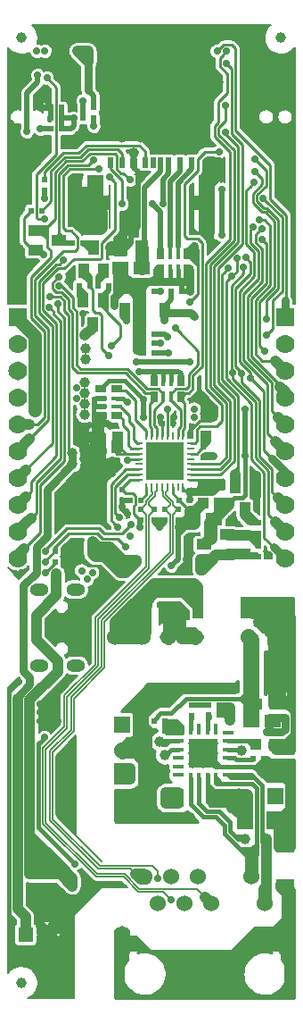
<source format=gbr>
G04 #@! TF.GenerationSoftware,KiCad,Pcbnew,6.0.0-unknown-d3777ea~100~ubuntu18.04.1*
G04 #@! TF.CreationDate,2019-05-24T15:58:07+03:00*
G04 #@! TF.ProjectId,ESP32-PoE-ISO_Rev_C,45535033-322d-4506-9f45-2d49534f5f52,C*
G04 #@! TF.SameCoordinates,Original*
G04 #@! TF.FileFunction,Copper,L4,Bot*
G04 #@! TF.FilePolarity,Positive*
%FSLAX46Y46*%
G04 Gerber Fmt 4.6, Leading zero omitted, Abs format (unit mm)*
G04 Created by KiCad (PCBNEW 6.0.0-unknown-d3777ea~100~ubuntu18.04.1) date 2019-05-24 15:58:07*
%MOMM*%
%LPD*%
G04 APERTURE LIST*
%ADD10R,0.500000X0.550000*%
%ADD11C,1.300000*%
%ADD12C,2.000000*%
%ADD13O,1.600000X2.999999*%
%ADD14C,1.524000*%
%ADD15R,1.016000X2.032000*%
%ADD16R,1.524000X1.524000*%
%ADD17R,1.400000X1.400000*%
%ADD18C,1.400000*%
%ADD19R,0.400000X1.000000*%
%ADD20R,1.000000X0.400000*%
%ADD21R,2.799999X2.799999*%
%ADD22C,0.800000*%
%ADD23R,0.550000X0.500000*%
%ADD24R,1.016000X1.016000*%
%ADD25R,1.270000X1.524000*%
%ADD26C,1.000000*%
%ADD27R,1.524000X1.778000*%
%ADD28R,1.400000X1.000000*%
%ADD29C,1.778000*%
%ADD30R,1.778000X1.778000*%
%ADD31R,1.000000X1.400000*%
%ADD32R,1.524000X1.270000*%
%ADD33R,1.778000X1.016000*%
%ADD34R,0.500000X1.000000*%
%ADD35R,1.500000X1.200000*%
%ADD36R,1.500000X4.500000*%
%ADD37R,0.381000X1.016000*%
%ADD38R,0.635000X1.016000*%
%ADD39R,3.600000X3.600000*%
%ADD40R,0.400000X0.400000*%
%ADD41R,1.422400X1.422400*%
%ADD42R,0.250000X0.800000*%
%ADD43R,0.800000X0.250000*%
%ADD44R,1.016000X1.778000*%
%ADD45R,1.016000X0.381000*%
%ADD46R,1.016000X0.635000*%
%ADD47O,1.800000X1.200000*%
%ADD48C,0.700000*%
%ADD49C,0.900000*%
%ADD50C,1.016000*%
%ADD51C,1.270000*%
%ADD52C,0.762000*%
%ADD53C,1.524000*%
%ADD54C,0.254000*%
%ADD55C,0.508000*%
%ADD56C,0.406400*%
%ADD57C,0.635000*%
%ADD58C,0.127000*%
G04 APERTURE END LIST*
D10*
X97663000Y-103378000D03*
X98679000Y-103378000D03*
D11*
X104940000Y-104235000D03*
X101340000Y-104235000D03*
X103140000Y-106035000D03*
X103140000Y-102435000D03*
X104940000Y-102435000D03*
X101340000Y-102435000D03*
X104940000Y-106035000D03*
D12*
X103140000Y-104235000D03*
D11*
X101340000Y-106035000D03*
D13*
X117000000Y-182393000D03*
X101400000Y-182393000D03*
D14*
X114915000Y-178793000D03*
X113645000Y-176253000D03*
X109835000Y-178793000D03*
X108565000Y-176253000D03*
X107295000Y-178793000D03*
X106025000Y-176253000D03*
X104755000Y-178793000D03*
X103485000Y-176253000D03*
D15*
X101092000Y-166497000D03*
X96520000Y-166497000D03*
X113157000Y-150749000D03*
X108585000Y-150749000D03*
D14*
X113411000Y-153543000D03*
D16*
X115951000Y-153543000D03*
D14*
X108331000Y-153543000D03*
X105791000Y-153543000D03*
X100711000Y-153543000D03*
X103251000Y-153543000D03*
D17*
X92209620Y-181759860D03*
D18*
X94221300Y-181757320D03*
D19*
X107877000Y-162242000D03*
X108677000Y-162242000D03*
X109477000Y-162242000D03*
X110277000Y-162242000D03*
D20*
X111427000Y-162592000D03*
X111427000Y-163392000D03*
X111427000Y-164192000D03*
X111427000Y-164992000D03*
X111427000Y-165792000D03*
X111427000Y-166592000D03*
D19*
X110277000Y-166942000D03*
X109477000Y-166942000D03*
X108677000Y-166942000D03*
X107877000Y-166942000D03*
D20*
X106727000Y-166592000D03*
X106727000Y-165792000D03*
X106727000Y-164992000D03*
X106727000Y-164192000D03*
X106727000Y-163392000D03*
X106727000Y-162592000D03*
D21*
X109077000Y-164592000D03*
D22*
X108077000Y-163592000D03*
X108077000Y-164592000D03*
X108077000Y-165592000D03*
X109077000Y-163592000D03*
X109077000Y-164592000D03*
X109077000Y-165592000D03*
X110077000Y-164592000D03*
X110077000Y-163592000D03*
X110077000Y-165592000D03*
D14*
X112423000Y-168656000D03*
D16*
X115923000Y-168656000D03*
D14*
X101346000Y-164318000D03*
D16*
X101346000Y-161818000D03*
D23*
X94996000Y-145415000D03*
X94996000Y-146431000D03*
D10*
X94615000Y-104394000D03*
X95631000Y-104394000D03*
X94615000Y-103378000D03*
X95631000Y-103378000D03*
X95631000Y-105410000D03*
X94615000Y-105410000D03*
X110617000Y-160020000D03*
X109601000Y-160020000D03*
D24*
X105410000Y-151765000D03*
X103632000Y-151765000D03*
D23*
X114300000Y-142748000D03*
X114300000Y-143764000D03*
D24*
X113030000Y-143891000D03*
X113030000Y-145669000D03*
D10*
X110617000Y-160909000D03*
X109601000Y-160909000D03*
D25*
X103251000Y-116713000D03*
X101219000Y-116713000D03*
D26*
X91821000Y-186309000D03*
X116459000Y-96774000D03*
X91821000Y-96774000D03*
D24*
X114173000Y-159893000D03*
X115951000Y-159893000D03*
D27*
X113665000Y-155575000D03*
X116459000Y-155575000D03*
X113665000Y-157988000D03*
X116459000Y-157988000D03*
D10*
X106172000Y-133350000D03*
X105156000Y-133350000D03*
X99568000Y-135890000D03*
X100584000Y-135890000D03*
D23*
X101346000Y-139573000D03*
X101346000Y-140589000D03*
D10*
X107823000Y-140589000D03*
X106807000Y-140589000D03*
X93726000Y-113157000D03*
X92710000Y-113157000D03*
X104394000Y-161544000D03*
X105410000Y-161544000D03*
X105410000Y-162433000D03*
X104394000Y-162433000D03*
D23*
X93980000Y-111252000D03*
X93980000Y-110236000D03*
D10*
X104394000Y-126619000D03*
X103378000Y-126619000D03*
X104394000Y-124841000D03*
X103378000Y-124841000D03*
X104394000Y-120777000D03*
X103378000Y-120777000D03*
X113792000Y-165100000D03*
X114808000Y-165100000D03*
D23*
X107950000Y-161036000D03*
X107950000Y-160020000D03*
D10*
X104394000Y-125730000D03*
X103378000Y-125730000D03*
X102108000Y-140589000D03*
X103124000Y-140589000D03*
D23*
X109093000Y-136525000D03*
X109093000Y-135509000D03*
X105410000Y-141478000D03*
X105410000Y-142494000D03*
X106680000Y-142494000D03*
X106680000Y-141478000D03*
X103124000Y-142494000D03*
X103124000Y-141478000D03*
X104394000Y-142494000D03*
X104394000Y-141478000D03*
X114300000Y-145923000D03*
X114300000Y-144907000D03*
D10*
X105029000Y-150495000D03*
X104013000Y-150495000D03*
X96647000Y-116205000D03*
X97663000Y-116205000D03*
D28*
X111343440Y-143830040D03*
X111343440Y-145732500D03*
X109133640Y-144777460D03*
D29*
X116840000Y-146080000D03*
X116840000Y-143540000D03*
X116840000Y-138460000D03*
X116840000Y-141000000D03*
X116840000Y-135920000D03*
X116840000Y-133380000D03*
D30*
X116840000Y-123220000D03*
D29*
X116840000Y-125760000D03*
X116840000Y-128300000D03*
X116840000Y-130840000D03*
X91440000Y-130840000D03*
X91440000Y-128300000D03*
X91440000Y-125760000D03*
D30*
X91440000Y-123220000D03*
D29*
X91440000Y-133380000D03*
X91440000Y-135920000D03*
X91440000Y-141000000D03*
X91440000Y-138460000D03*
X91440000Y-143540000D03*
X91440000Y-146080000D03*
D31*
X99628960Y-118836440D03*
X97726500Y-118836440D03*
X98681540Y-116626640D03*
D32*
X101219000Y-118618000D03*
X103251000Y-118618000D03*
D27*
X115824000Y-170942000D03*
X113030000Y-170942000D03*
D33*
X116840000Y-177038000D03*
X116840000Y-173482000D03*
D34*
X100290000Y-108587000D03*
X101390000Y-108587000D03*
X102490000Y-108587000D03*
X103590000Y-108587000D03*
X104340000Y-108587000D03*
X105040000Y-108587000D03*
X105790000Y-108587000D03*
X106890000Y-108587000D03*
X107990000Y-108587000D03*
D35*
X109440000Y-110337000D03*
X98840000Y-110337000D03*
X109440000Y-114787000D03*
X98840000Y-114787000D03*
D36*
X98840000Y-112387000D03*
X109440000Y-112387000D03*
D32*
X115697000Y-161544000D03*
X113665000Y-161544000D03*
D24*
X109347000Y-134493000D03*
X109347000Y-132715000D03*
X99187000Y-134620000D03*
X100965000Y-134620000D03*
X109093000Y-140843000D03*
X109093000Y-139065000D03*
X110617000Y-140843000D03*
X110617000Y-139065000D03*
D37*
X106045000Y-129286000D03*
X105283000Y-129286000D03*
X106045000Y-130810000D03*
X105283000Y-130810000D03*
D38*
X106934000Y-129286000D03*
X106934000Y-130810000D03*
X104394000Y-129286000D03*
X104394000Y-130810000D03*
D31*
X97663000Y-121666000D03*
X99565460Y-121666000D03*
X98610420Y-123875800D03*
D32*
X110109000Y-142367000D03*
X108077000Y-142367000D03*
D10*
X98679000Y-104394000D03*
X97663000Y-104394000D03*
D31*
X105405000Y-122555000D03*
X101605000Y-122555000D03*
D10*
X106045000Y-120777000D03*
X107061000Y-120777000D03*
D39*
X105410000Y-136906000D03*
D40*
X106710000Y-137406000D03*
X106710000Y-136406000D03*
X105910000Y-135606000D03*
X104910000Y-135606000D03*
X104110000Y-136406000D03*
X104110000Y-137406000D03*
X104910000Y-138206000D03*
X105910000Y-138206000D03*
D41*
X105410000Y-136906000D03*
D42*
X103660000Y-139356000D03*
X104160000Y-139356000D03*
X104660000Y-139356000D03*
X105160000Y-139356000D03*
X105660000Y-139356000D03*
X106160000Y-139356000D03*
X106660000Y-139356000D03*
X107160000Y-139356000D03*
D43*
X107860000Y-138656000D03*
X107860000Y-138156000D03*
X107860000Y-137656000D03*
X107860000Y-137156000D03*
X107860000Y-136656000D03*
X107860000Y-136156000D03*
X107860000Y-135656000D03*
X107860000Y-135156000D03*
D42*
X107160000Y-134456000D03*
X106660000Y-134456000D03*
X106160000Y-134456000D03*
X105660000Y-134456000D03*
X105160000Y-134456000D03*
X104660000Y-134456000D03*
X104160000Y-134456000D03*
X103660000Y-134456000D03*
D43*
X102960000Y-135156000D03*
X102960000Y-135656000D03*
X102960000Y-136156000D03*
X102960000Y-136656000D03*
X102960000Y-137156000D03*
X102960000Y-137656000D03*
X102960000Y-138156000D03*
X102960000Y-138656000D03*
D10*
X100076000Y-120269000D03*
X99060000Y-120269000D03*
X98298000Y-120269000D03*
X97282000Y-120269000D03*
D24*
X115824000Y-163703000D03*
X114046000Y-163703000D03*
D28*
X95334000Y-115951000D03*
X93134000Y-115001000D03*
X93134000Y-116901000D03*
D31*
X113027460Y-141437360D03*
X113982500Y-139227560D03*
X112080040Y-139227560D03*
D38*
X105029000Y-118745000D03*
X105029000Y-117221000D03*
X107569000Y-118745000D03*
X107569000Y-117221000D03*
D37*
X105918000Y-118745000D03*
X106680000Y-118745000D03*
X105918000Y-117221000D03*
X106680000Y-117221000D03*
D44*
X106680000Y-168783000D03*
X110236000Y-168783000D03*
D45*
X99314000Y-130937000D03*
X99314000Y-131699000D03*
X100838000Y-130937000D03*
X100838000Y-131699000D03*
D46*
X99314000Y-130048000D03*
X100838000Y-130048000D03*
X99314000Y-132588000D03*
X100838000Y-132588000D03*
D47*
X93476000Y-149054000D03*
X96946000Y-149054000D03*
X96946000Y-156254000D03*
X93476000Y-156254000D03*
D48*
X96647000Y-177165000D03*
X96647000Y-176403000D03*
X92583000Y-170307000D03*
X92583000Y-175260000D03*
X92583000Y-176022000D03*
D26*
X95123000Y-147574000D03*
X93091000Y-132080000D03*
X107061000Y-153543000D03*
D48*
X105664000Y-150749000D03*
D26*
X106553000Y-151892000D03*
X106553000Y-150749000D03*
X96520000Y-164973000D03*
X95504000Y-164973000D03*
X95504000Y-165989000D03*
X95504000Y-167005000D03*
X95504000Y-168021000D03*
X96520000Y-168021000D03*
D48*
X94996000Y-178054000D03*
X95885000Y-178054000D03*
X94107000Y-178054000D03*
X94996000Y-177165000D03*
X94234000Y-184150000D03*
X92202000Y-184150000D03*
X91186000Y-184150000D03*
X93218000Y-184150000D03*
X96647000Y-154813000D03*
X97409000Y-154813000D03*
X98171000Y-154813000D03*
X98171000Y-154051000D03*
X94424500Y-161480500D03*
X93599000Y-161480500D03*
X93599000Y-159893000D03*
D26*
X96520000Y-171196000D03*
X96520000Y-169037000D03*
X96520000Y-170053000D03*
X95504000Y-169037000D03*
X95504000Y-170053000D03*
X96520000Y-163957000D03*
D48*
X93599000Y-160655000D03*
X91567000Y-157797496D03*
D26*
X111760000Y-142494000D03*
D48*
X115316000Y-145796000D03*
X114173000Y-138176000D03*
X114173000Y-140208000D03*
X106299000Y-132715000D03*
X110109000Y-131826000D03*
X110109000Y-132588000D03*
X101854000Y-141859000D03*
X101346000Y-141224000D03*
X95250000Y-161480500D03*
D26*
X98679000Y-135572500D03*
D48*
X100457000Y-138049000D03*
X99060000Y-138049000D03*
X97663000Y-122936000D03*
X92075000Y-100228400D03*
X92075000Y-100965000D03*
X93472000Y-102108000D03*
X93853000Y-96774000D03*
X114427000Y-96774000D03*
X90805000Y-104902000D03*
X90805000Y-103632000D03*
X90932000Y-121666000D03*
X109855000Y-139785743D03*
X107696000Y-139785743D03*
X108458000Y-139785743D03*
D26*
X96520000Y-96774000D03*
D48*
X95123000Y-96012000D03*
D26*
X109474000Y-108585000D03*
D48*
X115189000Y-98679000D03*
X96393000Y-119507000D03*
X97663000Y-111252000D03*
X97663000Y-112776000D03*
X100076000Y-116600350D03*
X102044500Y-116141500D03*
D26*
X97790000Y-96139000D03*
X100330000Y-96139000D03*
X102870000Y-96139000D03*
X105410000Y-96139000D03*
X107950000Y-96139000D03*
X110490000Y-96139000D03*
D48*
X113030000Y-96012000D03*
X93853000Y-96012000D03*
D26*
X99060000Y-96774000D03*
X101600000Y-97155000D03*
X104140000Y-97155000D03*
X106680000Y-97155000D03*
X109220000Y-97155000D03*
D48*
X114427000Y-96012000D03*
X97663000Y-113538000D03*
X97663000Y-114300000D03*
X97663000Y-115062000D03*
X117348000Y-98679000D03*
X117348000Y-99695000D03*
X117348000Y-100965000D03*
X117348000Y-102235000D03*
X117348000Y-103251000D03*
X117348000Y-105283000D03*
X117348000Y-106299000D03*
X117348000Y-107315000D03*
X117348000Y-108585000D03*
X117348000Y-109855000D03*
X117348000Y-111125000D03*
X117348000Y-112395000D03*
D26*
X100330000Y-100965000D03*
X101600000Y-99695000D03*
X104140000Y-99695000D03*
X106680000Y-99695000D03*
X109220000Y-99695000D03*
X102870000Y-100965000D03*
X105410000Y-100965000D03*
X107950000Y-100965000D03*
X110490000Y-100965000D03*
X109220000Y-102235000D03*
X107950000Y-103505000D03*
X109220000Y-104775000D03*
X107950000Y-106045000D03*
D48*
X116205000Y-103251000D03*
X114935000Y-103251000D03*
X116205000Y-105283000D03*
X114935000Y-105283000D03*
D26*
X110617000Y-108585000D03*
X110617000Y-109728000D03*
D48*
X91948000Y-120142000D03*
D26*
X107569000Y-147193000D03*
D49*
X107569000Y-146177000D03*
D48*
X97663000Y-135890000D03*
X99949000Y-133350000D03*
X91821000Y-147447000D03*
X97663000Y-112014000D03*
D26*
X102489000Y-107696002D03*
X96647000Y-136144000D03*
X96647000Y-137160000D03*
D48*
X93599000Y-105410000D03*
X94477435Y-121303850D03*
X97663000Y-102743000D03*
X110871000Y-111125000D03*
X110871000Y-115442996D03*
X114688913Y-115843128D03*
D26*
X108839000Y-146177000D03*
X108839000Y-147193000D03*
X97790000Y-129413000D03*
X97790000Y-130429000D03*
X97790000Y-131445000D03*
X97790000Y-132461000D03*
X97917000Y-127254000D03*
X97917000Y-126238000D03*
D48*
X97028000Y-129921000D03*
X97028000Y-130937000D03*
X107823000Y-119888000D03*
X107823000Y-120777000D03*
X105410000Y-119888000D03*
X100584000Y-121412000D03*
X100584000Y-122174000D03*
X93281500Y-98044000D03*
D26*
X97155000Y-98044000D03*
D48*
X94043500Y-98044000D03*
D26*
X98171000Y-98044000D03*
D48*
X102743000Y-125603000D03*
X102743000Y-126365000D03*
D26*
X98171000Y-99060000D03*
D48*
X94107000Y-147447000D03*
X98171000Y-101726988D03*
X106712509Y-143129000D03*
X103091479Y-143129000D03*
X96878939Y-175028061D03*
X93980000Y-163067994D03*
X106045000Y-146812000D03*
X104902000Y-143129000D03*
X94107000Y-146431000D03*
X101727000Y-145034000D03*
X100141480Y-109960758D03*
D26*
X97853500Y-124968000D03*
D48*
X93345000Y-100330000D03*
X92329000Y-105664000D03*
X95377000Y-120269000D03*
X111155990Y-105692601D03*
X95367917Y-119442038D03*
X94107000Y-145415000D03*
X102235000Y-142875000D03*
X99187000Y-109219994D03*
X111252000Y-99187000D03*
X111155990Y-103152601D03*
X108204000Y-123190000D03*
X105332150Y-123474968D03*
X94234000Y-100584000D03*
X93980000Y-113919000D03*
X111252000Y-98044000D03*
X106410622Y-124236990D03*
X115062000Y-124968000D03*
X102743000Y-127508000D03*
X94466418Y-122311477D03*
X107823000Y-127508000D03*
X114759018Y-111965009D03*
X107823000Y-121793000D03*
X93929098Y-117348014D03*
X95758000Y-117856000D03*
X108204000Y-116459000D03*
X105029000Y-120777000D03*
X111800119Y-119360801D03*
X112259169Y-117673446D03*
X111887000Y-128523990D03*
X93980000Y-112014000D03*
X112903011Y-118514828D03*
X105791000Y-126619000D03*
X112747155Y-128552845D03*
X113157000Y-117602000D03*
X105226229Y-112447424D03*
X113538000Y-129032000D03*
X105029000Y-125730000D03*
X113918984Y-110490016D03*
X110617000Y-107569000D03*
X108204000Y-131953000D03*
X108204000Y-132715000D03*
X102108000Y-144018000D03*
X98552000Y-147447000D03*
X98044000Y-148082000D03*
X97536000Y-147279360D03*
X101346000Y-112522000D03*
X104267000Y-112522000D03*
X98679000Y-105156000D03*
X98679000Y-108331000D03*
D26*
X117284500Y-172466000D03*
X116268500Y-172466000D03*
X117284500Y-171450000D03*
X102108000Y-165989000D03*
X102108000Y-167005000D03*
X98552000Y-144526000D03*
X98552000Y-145669000D03*
X101727000Y-147447000D03*
X101727000Y-146304000D03*
X102743000Y-146304000D03*
X101727000Y-151130000D03*
X102489000Y-150368000D03*
X113030000Y-172720000D03*
X115062000Y-172720000D03*
D48*
X114622118Y-114876118D03*
X113792000Y-114681000D03*
X110393990Y-98044000D03*
X116840000Y-161163000D03*
X115049300Y-162560000D03*
X115785900Y-162560000D03*
X116522500Y-162560000D03*
X116840000Y-161899600D03*
X101790500Y-123571000D03*
D26*
X105409989Y-164719000D03*
D48*
X100330005Y-125984000D03*
X100076000Y-126873000D03*
X109982000Y-136398000D03*
X105029000Y-132715000D03*
X103378000Y-132715000D03*
X113030000Y-136398000D03*
X102997000Y-128397000D03*
X103378000Y-131064000D03*
X113030000Y-131953000D03*
X102108008Y-110236000D03*
X105664000Y-125095000D03*
X115062000Y-123444000D03*
X95250000Y-121950986D03*
X113982500Y-108250103D03*
X96774000Y-104394000D03*
X114427000Y-114046000D03*
X105664000Y-131953000D03*
X101854000Y-131318000D03*
X101854000Y-136779000D03*
X114935000Y-126492000D03*
X113967984Y-109425000D03*
X111441342Y-118615666D03*
X100965006Y-143129000D03*
X104775000Y-176402960D03*
X106044996Y-178435000D03*
D26*
X112712500Y-164274500D03*
X105537000Y-168275000D03*
X105537000Y-169291000D03*
X104902000Y-163449000D03*
X111633000Y-161417000D03*
X111633000Y-160274000D03*
D48*
X111252000Y-168275000D03*
X111252000Y-169291000D03*
X113411000Y-169799000D03*
X111887000Y-169799000D03*
X112649000Y-169799000D03*
X114300000Y-150622000D03*
X114300000Y-151384000D03*
X115316000Y-152146000D03*
X115316000Y-151384000D03*
X115316000Y-150622000D03*
X116332000Y-152146000D03*
X116332000Y-151384000D03*
X114300000Y-152146000D03*
X117348000Y-151384000D03*
X117348000Y-152146000D03*
X115570000Y-156781500D03*
X116459000Y-156781500D03*
X117348000Y-153543000D03*
X117348000Y-154940000D03*
X117348000Y-156781500D03*
X117475000Y-163449000D03*
X117475000Y-164211000D03*
D26*
X106680000Y-170688000D03*
X105537000Y-170688000D03*
X107823000Y-170688000D03*
X104394000Y-170688000D03*
X112013990Y-158496010D03*
X110871000Y-158496010D03*
X109728000Y-158496000D03*
X108585000Y-158496000D03*
X102997000Y-159766000D03*
X102977000Y-164318000D03*
X106045000Y-184150000D03*
X106045000Y-186690000D03*
X107315000Y-185420000D03*
X108585000Y-184150000D03*
X108585000Y-186690000D03*
X111125000Y-186690000D03*
X117387990Y-187387990D03*
X117387990Y-185420000D03*
X109855000Y-185420000D03*
X111125000Y-184150000D03*
X112395000Y-185420000D03*
X113538000Y-182880000D03*
X114935000Y-182880000D03*
X102870000Y-182880000D03*
X101092000Y-187325000D03*
X101092000Y-185420000D03*
X114935000Y-181483000D03*
D48*
X101092000Y-142240000D03*
D50*
X96647000Y-176403000D02*
X96647000Y-177165000D01*
X92583000Y-170307000D02*
X92583000Y-171069000D01*
X95504000Y-175260000D02*
X96647000Y-176403000D01*
X95504000Y-176022000D02*
X96647000Y-177165000D01*
X92583000Y-176022000D02*
X95504000Y-176022000D01*
X94234000Y-175260000D02*
X95504000Y-175260000D01*
X92583000Y-175260000D02*
X94234000Y-175260000D01*
X92583000Y-173609000D02*
X94234000Y-175260000D01*
X92583000Y-173609000D02*
X92583000Y-176022000D01*
X95504000Y-175260000D02*
X92583000Y-172339000D01*
X92583000Y-171069000D02*
X92583000Y-172339000D01*
X92583000Y-172339000D02*
X92583000Y-173609000D01*
D51*
X93091000Y-132080000D02*
X93091000Y-125031500D01*
X93091000Y-125031500D02*
X91440000Y-123380500D01*
X91440000Y-123380500D02*
X91440000Y-123190000D01*
D50*
X95123000Y-149606000D02*
X95123000Y-147574000D01*
X93218000Y-153797000D02*
X93218000Y-151511000D01*
X93218000Y-151511000D02*
X95123000Y-149606000D01*
X92583000Y-170307000D02*
X92583000Y-159488200D01*
X92583000Y-159488200D02*
X95250000Y-156821200D01*
X95250000Y-156821200D02*
X95250000Y-155829000D01*
X95250000Y-155829000D02*
X93218000Y-153797000D01*
X105791000Y-153543000D02*
X105791000Y-152146000D01*
X105791000Y-152146000D02*
X105410000Y-151765000D01*
D51*
X107061000Y-153543000D02*
X108269354Y-153543000D01*
D50*
X105410000Y-151765000D02*
X105410000Y-150749000D01*
X105410000Y-150749000D02*
X106553000Y-150749000D01*
X106553000Y-150749000D02*
X106553000Y-151892000D01*
X106553000Y-153035000D02*
X107061000Y-153543000D01*
X106553000Y-151892000D02*
X106553000Y-153035000D01*
X106553000Y-151892000D02*
X105410000Y-150749000D01*
X106553000Y-152599106D02*
X107496894Y-153543000D01*
X106553000Y-151892000D02*
X106553000Y-152599106D01*
X107496894Y-153543000D02*
X108204000Y-153543000D01*
X96520000Y-166497000D02*
X96520000Y-164973000D01*
X96520000Y-166497000D02*
X96520000Y-168021000D01*
D52*
X96520000Y-168021000D02*
X95504000Y-168021000D01*
X96520000Y-164973000D02*
X95504000Y-164973000D01*
D50*
X95504000Y-164973000D02*
X95504000Y-168021000D01*
X95504000Y-164973000D02*
X96392990Y-164973000D01*
X95504000Y-168021000D02*
X96392990Y-168021000D01*
D52*
X94221300Y-184137300D02*
X94234000Y-184150000D01*
D53*
X94221300Y-181757320D02*
X94221300Y-184137300D01*
D52*
X94234000Y-184150000D02*
X92202000Y-184150000D01*
X92202000Y-184150000D02*
X91186000Y-184150000D01*
D50*
X95504000Y-170243500D02*
X96393000Y-171132500D01*
X95504000Y-168021000D02*
X95504000Y-170243500D01*
X96520000Y-168021000D02*
X96520000Y-171196000D01*
X96520000Y-163957000D02*
X96520000Y-164973000D01*
X96520000Y-163957000D02*
X95504000Y-164973000D01*
D54*
X91186000Y-184150000D02*
X90678000Y-183642000D01*
X90678000Y-183642000D02*
X90678000Y-158686496D01*
X91217001Y-158147495D02*
X91567000Y-157797496D01*
X90678000Y-158686496D02*
X91217001Y-158147495D01*
D52*
X114173000Y-138176000D02*
X114173000Y-140208000D01*
D55*
X106172000Y-132842000D02*
X106299000Y-132715000D01*
X106172000Y-133350000D02*
X106172000Y-132842000D01*
D52*
X109982000Y-132715000D02*
X110109000Y-132588000D01*
X109347000Y-132715000D02*
X109982000Y-132715000D01*
X110109000Y-132588000D02*
X110109000Y-131826000D01*
X110109000Y-131826000D02*
X109614026Y-131826000D01*
X109614026Y-131826000D02*
X109220000Y-131826000D01*
X109220000Y-131826000D02*
X109220000Y-132715000D01*
D55*
X101346000Y-140589000D02*
X101346000Y-141224000D01*
X101350000Y-140589000D02*
X101346000Y-140585000D01*
X102108000Y-140589000D02*
X101350000Y-140589000D01*
X105410000Y-150495000D02*
X105664000Y-150749000D01*
X105029000Y-150495000D02*
X105410000Y-150495000D01*
X99187000Y-134620000D02*
X99441000Y-134874000D01*
X99441000Y-134874000D02*
X99441000Y-135890000D01*
X101346000Y-141351000D02*
X101854000Y-141859000D01*
X101346000Y-141224000D02*
X101346000Y-141351000D01*
X98996500Y-135890000D02*
X98679000Y-135572500D01*
D56*
X99187000Y-134620000D02*
X99187000Y-135890000D01*
D55*
X99568000Y-135890000D02*
X99187000Y-135890000D01*
X99187000Y-135890000D02*
X98996500Y-135890000D01*
X98679000Y-134620000D02*
X99187000Y-134620000D01*
X98679000Y-135572500D02*
X98679000Y-134620000D01*
D56*
X99187000Y-135064500D02*
X98679000Y-135572500D01*
X99187000Y-134620000D02*
X99187000Y-135064500D01*
X98679000Y-134620000D02*
X98679000Y-133350000D01*
D52*
X99060000Y-135953500D02*
X98679000Y-135572500D01*
X99060000Y-138049000D02*
X99060000Y-135953500D01*
D55*
X99568000Y-138049000D02*
X99060000Y-138049000D01*
X99568000Y-137160000D02*
X99568000Y-137033000D01*
X100457000Y-138049000D02*
X99568000Y-137160000D01*
X99568000Y-135890000D02*
X99568000Y-137033000D01*
X99568000Y-137033000D02*
X99568000Y-138049000D01*
X99822000Y-137414000D02*
X99568000Y-137160000D01*
X99822000Y-138049000D02*
X99822000Y-137414000D01*
X100457000Y-138049000D02*
X99822000Y-138049000D01*
X99822000Y-138049000D02*
X99060000Y-138049000D01*
X99568000Y-135890000D02*
X99568000Y-134366000D01*
D50*
X98679000Y-137668000D02*
X99060000Y-138049000D01*
X98679000Y-135572500D02*
X98679000Y-137668000D01*
D55*
X94615000Y-103378000D02*
X94615000Y-104394000D01*
X94615000Y-103251000D02*
X93472000Y-102108000D01*
X94615000Y-103378000D02*
X94615000Y-103251000D01*
D52*
X109440000Y-114787000D02*
X109440000Y-112488000D01*
X109440000Y-112387000D02*
X109440000Y-113445000D01*
D50*
X98840000Y-112387000D02*
X98840000Y-113377000D01*
X98840000Y-113377000D02*
X98806000Y-113411000D01*
X109474000Y-111760000D02*
X109474000Y-108585000D01*
X109440000Y-112387000D02*
X109440000Y-111794000D01*
X109440000Y-111794000D02*
X109474000Y-111760000D01*
D52*
X98840000Y-114787000D02*
X98840000Y-113318000D01*
X98840000Y-113318000D02*
X98806000Y-113284000D01*
X100076000Y-116600350D02*
X101106350Y-116600350D01*
X101106350Y-116600350D02*
X101219000Y-116713000D01*
X102044500Y-116141500D02*
X101473000Y-116713000D01*
X101473000Y-116713000D02*
X101219000Y-116713000D01*
X97663000Y-113538000D02*
X97663000Y-114300000D01*
X97663000Y-114300000D02*
X97663000Y-115062000D01*
X99568000Y-114808000D02*
X99568000Y-113284000D01*
X99314000Y-115062000D02*
X99568000Y-114808000D01*
X97663000Y-113538000D02*
X97663000Y-113411000D01*
X98044000Y-115062000D02*
X99314000Y-115062000D01*
X97663000Y-115062000D02*
X98044000Y-115062000D01*
X98044000Y-113030000D02*
X98044000Y-115062000D01*
X97663000Y-113411000D02*
X98044000Y-113030000D01*
X98044000Y-113030000D02*
X98425000Y-112649000D01*
D50*
X110617000Y-108585000D02*
X110617000Y-109728000D01*
X110109000Y-108585000D02*
X110109000Y-109220000D01*
X109474000Y-108585000D02*
X110109000Y-108585000D01*
X110109000Y-108585000D02*
X110617000Y-108585000D01*
X110109000Y-109220000D02*
X110109000Y-110236000D01*
X109601000Y-110744000D02*
X110617000Y-109728000D01*
D52*
X109896257Y-139785743D02*
X109855000Y-139785743D01*
X110617000Y-139065000D02*
X109896257Y-139785743D01*
X109855000Y-139785743D02*
X108458000Y-139785743D01*
X108458000Y-139785743D02*
X107696000Y-139785743D01*
X109093000Y-139065000D02*
X109474000Y-139446000D01*
X109474000Y-139446000D02*
X110236000Y-139446000D01*
D55*
X107823000Y-139912743D02*
X107696000Y-139785743D01*
X107823000Y-140589000D02*
X107823000Y-139912743D01*
D54*
X107860000Y-138656000D02*
X108684000Y-138656000D01*
X108684000Y-138656000D02*
X109093000Y-139065000D01*
X107464243Y-139785743D02*
X107696000Y-139785743D01*
X107160000Y-139481500D02*
X107464243Y-139785743D01*
X107160000Y-139356000D02*
X107160000Y-139481500D01*
X98171000Y-154051000D02*
X98171000Y-150241000D01*
X98171000Y-150241000D02*
X99441000Y-148971000D01*
X99441000Y-148971000D02*
X99441000Y-147193000D01*
X99441000Y-147193000D02*
X99060000Y-146812000D01*
X99060000Y-146812000D02*
X98171000Y-146812000D01*
X98171000Y-146812000D02*
X97155000Y-145796000D01*
X107823000Y-133985000D02*
X107823000Y-134239000D01*
X109347000Y-132715000D02*
X108966000Y-133096000D01*
X108966000Y-133096000D02*
X108712000Y-133096000D01*
X108712000Y-133096000D02*
X107823000Y-133985000D01*
D56*
X98679000Y-133350000D02*
X99949000Y-133350000D01*
X99314000Y-130937000D02*
X98679000Y-130937000D01*
X98679000Y-133350000D02*
X98679000Y-132969000D01*
X98679000Y-131953000D02*
X98679000Y-132969000D01*
X98679000Y-132588000D02*
X99314000Y-132588000D01*
D54*
X98679000Y-131699000D02*
X99314000Y-131699000D01*
D56*
X98679000Y-130937000D02*
X98679000Y-131699000D01*
X98679000Y-131699000D02*
X98679000Y-131953000D01*
D55*
X102235000Y-115951000D02*
X101473000Y-116713000D01*
X102235000Y-115316000D02*
X102235000Y-115951000D01*
X102870000Y-114681000D02*
X102235000Y-115316000D01*
X102870000Y-109474000D02*
X102870000Y-114681000D01*
X102490000Y-109094000D02*
X102870000Y-109474000D01*
X102490000Y-108587000D02*
X102490000Y-109094000D01*
D52*
X98840000Y-112387000D02*
X98840000Y-111413000D01*
X98840000Y-111413000D02*
X98679000Y-111252000D01*
X97663000Y-111252000D02*
X97663000Y-113538000D01*
X98044000Y-111252000D02*
X98044000Y-113030000D01*
X98679000Y-111252000D02*
X98044000Y-111252000D01*
X98044000Y-111252000D02*
X97663000Y-111252000D01*
D55*
X102490000Y-108587000D02*
X102489000Y-108586000D01*
X102489000Y-108586000D02*
X102489000Y-108403108D01*
X102489000Y-108403108D02*
X102489000Y-107696002D01*
D50*
X91440000Y-161417000D02*
X91440000Y-159385000D01*
X91440000Y-179274240D02*
X91440000Y-161417000D01*
X92209620Y-181759860D02*
X92209620Y-180043860D01*
X92209620Y-180043860D02*
X91440000Y-179274240D01*
D52*
X96647000Y-137160000D02*
X96647000Y-136144000D01*
D55*
X93599000Y-105410000D02*
X94615000Y-105410000D01*
D54*
X94972409Y-121303850D02*
X94477435Y-121303850D01*
X96647000Y-136144000D02*
X96266000Y-135763000D01*
X96266000Y-135763000D02*
X96266000Y-123063000D01*
X96266000Y-123063000D02*
X95885000Y-122682000D01*
X95885000Y-122682000D02*
X95885000Y-121696990D01*
X95885000Y-121696990D02*
X95491860Y-121303850D01*
X95491860Y-121303850D02*
X94972409Y-121303850D01*
D52*
X94234000Y-139573000D02*
X96647000Y-137160000D01*
X94234000Y-144018000D02*
X94234000Y-139573000D01*
X93218000Y-145034000D02*
X94234000Y-144018000D01*
X93218000Y-147445038D02*
X93218000Y-145034000D01*
X91440000Y-159194344D02*
X92583000Y-158051344D01*
X92583000Y-158051344D02*
X92583000Y-157353000D01*
X92011500Y-156781500D02*
X92011500Y-148651538D01*
X91440000Y-159385000D02*
X91440000Y-159194344D01*
X92583000Y-157353000D02*
X92011500Y-156781500D01*
X92011500Y-148651538D02*
X93218000Y-147445038D01*
D55*
X97663000Y-103378000D02*
X97663000Y-104394000D01*
D50*
X116840000Y-130840000D02*
X116840000Y-130302000D01*
X116840000Y-130302000D02*
X116362001Y-129824001D01*
D55*
X97663000Y-102743000D02*
X97663000Y-103378000D01*
X110871000Y-111125000D02*
X110871000Y-115442996D01*
D54*
X113664978Y-126999978D02*
X113664978Y-121442848D01*
X116840000Y-130302000D02*
X116840000Y-130175000D01*
X116840000Y-130175000D02*
X113664978Y-126999978D01*
X115038912Y-116193127D02*
X114688913Y-115843128D01*
X115061967Y-116216182D02*
X115038912Y-116193127D01*
X115061967Y-120045859D02*
X115061967Y-116216182D01*
X113664978Y-121442848D02*
X115061967Y-120045859D01*
D50*
X108839000Y-147193000D02*
X108839000Y-146177000D01*
D52*
X109601000Y-146558000D02*
X109601000Y-146177000D01*
D50*
X108966000Y-147193000D02*
X109982000Y-146177000D01*
X108839000Y-146177000D02*
X109855000Y-146177000D01*
D52*
X102108000Y-119888000D02*
X102616000Y-119888000D01*
X101219000Y-118618000D02*
X101219000Y-118999000D01*
X101219000Y-118999000D02*
X102108000Y-119888000D01*
X102616000Y-119888000D02*
X102616000Y-120269000D01*
X102616000Y-120269000D02*
X102616000Y-120650000D01*
X102616000Y-120650000D02*
X103378000Y-119888000D01*
X102616000Y-119888000D02*
X103378000Y-119888000D01*
D57*
X105029000Y-118745000D02*
X105029000Y-119888000D01*
D55*
X107569000Y-119634000D02*
X107823000Y-119888000D01*
D57*
X107569000Y-118745000D02*
X107569000Y-119634000D01*
D56*
X106680000Y-118745000D02*
X106680000Y-119888000D01*
X105918000Y-118745000D02*
X105918000Y-119888000D01*
D52*
X105791000Y-119888000D02*
X106680000Y-119888000D01*
D55*
X103378000Y-120777000D02*
X103378000Y-119888000D01*
X103378000Y-120777000D02*
X103378000Y-120523000D01*
X103378000Y-120523000D02*
X104013000Y-119888000D01*
D52*
X103378000Y-119888000D02*
X104013000Y-119888000D01*
D55*
X103378000Y-120777000D02*
X103124000Y-120777000D01*
D52*
X103110974Y-120650000D02*
X103124000Y-120636974D01*
X102616000Y-120650000D02*
X103110974Y-120650000D01*
X103124000Y-120636974D02*
X103124000Y-120523000D01*
D55*
X107061000Y-120777000D02*
X107061000Y-119888000D01*
D52*
X106680000Y-119888000D02*
X107061000Y-119888000D01*
X107061000Y-119888000D02*
X107823000Y-119888000D01*
D55*
X107061000Y-120777000D02*
X107823000Y-120777000D01*
D52*
X107823000Y-120777000D02*
X107823000Y-119888000D01*
X107823000Y-119888000D02*
X107823000Y-118745000D01*
X107823000Y-118745000D02*
X107696000Y-118618000D01*
X105410000Y-119888000D02*
X105029000Y-119888000D01*
X105791000Y-119888000D02*
X105410000Y-119888000D01*
X104013000Y-119888000D02*
X104584500Y-119888000D01*
X104584500Y-119888000D02*
X105029000Y-119888000D01*
X104711500Y-118745000D02*
X104838500Y-118618000D01*
X104584500Y-119888000D02*
X104711500Y-119761000D01*
X104711500Y-119761000D02*
X104711500Y-118745000D01*
X104203500Y-119888000D02*
X104013000Y-119888000D01*
X104838500Y-119253000D02*
X104203500Y-119888000D01*
X100838000Y-120650000D02*
X100838000Y-118618000D01*
X101219000Y-120269000D02*
X100838000Y-120650000D01*
D55*
X101600000Y-120142000D02*
X101600000Y-120269000D01*
X101219000Y-119761000D02*
X101600000Y-120142000D01*
X101219000Y-118618000D02*
X101219000Y-119761000D01*
D52*
X102616000Y-120269000D02*
X101600000Y-120269000D01*
X101600000Y-120269000D02*
X101219000Y-120269000D01*
X100838000Y-121158000D02*
X100584000Y-121412000D01*
X100838000Y-120650000D02*
X100838000Y-121158000D01*
X100584000Y-122174000D02*
X100584000Y-121412000D01*
X100584000Y-121412000D02*
X101346000Y-120650000D01*
X101346000Y-120650000D02*
X100838000Y-120650000D01*
D55*
X102616000Y-120650000D02*
X103378000Y-121412000D01*
X103378000Y-121412000D02*
X103378000Y-120777000D01*
X103378000Y-125603000D02*
X102743000Y-125603000D01*
X103378000Y-125730000D02*
X102743000Y-126365000D01*
X103378000Y-125603000D02*
X103378000Y-125730000D01*
X103378000Y-121412000D02*
X103378000Y-125603000D01*
D52*
X102743000Y-120777000D02*
X102616000Y-120650000D01*
X102743000Y-125603000D02*
X102743000Y-126365000D01*
X102108000Y-120650000D02*
X102743000Y-121285000D01*
X102743000Y-121285000D02*
X102743000Y-120777000D01*
X102616000Y-120650000D02*
X102108000Y-120650000D01*
X102108000Y-120650000D02*
X101346000Y-120650000D01*
D55*
X103378000Y-126619000D02*
X103378000Y-125603000D01*
X102997000Y-126619000D02*
X102743000Y-126365000D01*
X103378000Y-126619000D02*
X102997000Y-126619000D01*
X103378000Y-124841000D02*
X102743000Y-124841000D01*
D52*
X102743000Y-125603000D02*
X102743000Y-124841000D01*
X102743000Y-124841000D02*
X102743000Y-121285000D01*
D50*
X110299500Y-145732500D02*
X109855000Y-146177000D01*
X111343440Y-145732500D02*
X110299500Y-145732500D01*
X111343440Y-145732500D02*
X111406940Y-145669000D01*
X111406940Y-145669000D02*
X113030000Y-145669000D01*
D56*
X113030000Y-145669000D02*
X114046000Y-145669000D01*
X114046000Y-145669000D02*
X114300000Y-145923000D01*
D54*
X94996000Y-146558000D02*
X94107000Y-147447000D01*
X94996000Y-146431000D02*
X94996000Y-146558000D01*
D50*
X98171000Y-99060000D02*
X97155000Y-98044000D01*
X97155000Y-98044000D02*
X98171000Y-98044000D01*
X98171000Y-98044000D02*
X98171000Y-99060000D01*
D55*
X114300000Y-145923000D02*
X112776000Y-145923000D01*
X98679000Y-102234988D02*
X98171000Y-101726988D01*
X98679000Y-103378000D02*
X98679000Y-102234988D01*
D52*
X98171000Y-99060000D02*
X98171000Y-101726988D01*
D55*
X106680000Y-143096491D02*
X106712509Y-143129000D01*
X103091479Y-142634026D02*
X103091479Y-143129000D01*
X103091479Y-142526521D02*
X103091479Y-142634026D01*
X103124000Y-142494000D02*
X103091479Y-142526521D01*
D54*
X106160000Y-139356000D02*
X106160000Y-139942000D01*
X106160000Y-139942000D02*
X106807000Y-140589000D01*
D55*
X108331000Y-143129000D02*
X108585000Y-142875000D01*
X108077000Y-142367000D02*
X108077000Y-143129000D01*
X108077000Y-143129000D02*
X108331000Y-143129000D01*
D54*
X106807000Y-140614000D02*
X107442000Y-141249000D01*
X106807000Y-140589000D02*
X106807000Y-140614000D01*
X107442000Y-141249000D02*
X107442000Y-142367000D01*
D50*
X108331000Y-141605000D02*
X108331000Y-142367000D01*
X108331000Y-142367000D02*
X108077000Y-142367000D01*
X108331000Y-141605000D02*
X107823000Y-141605000D01*
D54*
X108687000Y-141249000D02*
X108839000Y-141097000D01*
X107442000Y-141249000D02*
X108687000Y-141249000D01*
D50*
X109093000Y-140843000D02*
X108839000Y-141097000D01*
X108839000Y-141097000D02*
X108331000Y-141605000D01*
D55*
X107188000Y-142494000D02*
X106680000Y-142494000D01*
X107950000Y-142494000D02*
X107188000Y-142494000D01*
X108077000Y-142367000D02*
X107950000Y-142494000D01*
X107696000Y-141986000D02*
X107696000Y-141859000D01*
X107188000Y-142494000D02*
X107696000Y-141986000D01*
X106680000Y-142748000D02*
X106680000Y-143096491D01*
X106680000Y-142748000D02*
X107823000Y-142748000D01*
X106680000Y-142494000D02*
X106680000Y-142748000D01*
D56*
X93439500Y-163608494D02*
X93630001Y-163417993D01*
X93439500Y-171588622D02*
X93439500Y-163608494D01*
X96878939Y-175028061D02*
X93439500Y-171588622D01*
X93630001Y-163417993D02*
X93980000Y-163067994D01*
D54*
X102489000Y-141884000D02*
X103099000Y-142494000D01*
X101727000Y-139954000D02*
X102362000Y-139954000D01*
X101346000Y-139573000D02*
X101727000Y-139954000D01*
X102616000Y-141003798D02*
X102489000Y-141130798D01*
X103099000Y-142494000D02*
X103124000Y-142494000D01*
X102489000Y-141130798D02*
X102489000Y-141884000D01*
X102362000Y-139954000D02*
X102616000Y-140208000D01*
X102616000Y-140208000D02*
X102616000Y-141003798D01*
X101371000Y-139573000D02*
X101346000Y-139573000D01*
X101346000Y-139548000D02*
X101371000Y-139573000D01*
X101346000Y-139446000D02*
X101346000Y-139548000D01*
X102960000Y-138656000D02*
X102136000Y-138656000D01*
X102136000Y-138656000D02*
X101346000Y-139446000D01*
D55*
X106712509Y-143794991D02*
X107378500Y-143129000D01*
X106712509Y-143129000D02*
X106712509Y-143827500D01*
X106712509Y-143827500D02*
X106712509Y-143794991D01*
X107378500Y-143129000D02*
X108077000Y-143129000D01*
X106712509Y-143129000D02*
X107378500Y-143129000D01*
X106712509Y-146144491D02*
X106045000Y-146812000D01*
X106712509Y-143827500D02*
X106712509Y-146144491D01*
X104902000Y-142494000D02*
X104902000Y-143129000D01*
X104394000Y-142494000D02*
X104902000Y-142494000D01*
X104902000Y-142494000D02*
X105410000Y-142494000D01*
X104394000Y-142621000D02*
X104902000Y-143129000D01*
X104394000Y-142494000D02*
X104394000Y-142621000D01*
X105410000Y-142621000D02*
X104902000Y-143129000D01*
X105410000Y-142494000D02*
X105410000Y-142621000D01*
D50*
X91440000Y-141000000D02*
X92202000Y-140238000D01*
D54*
X94107000Y-146431000D02*
X94107000Y-146304000D01*
X94107000Y-146304000D02*
X94996000Y-145415000D01*
X100965000Y-144272000D02*
X101727000Y-145034000D01*
X99537170Y-144272000D02*
X100965000Y-144272000D01*
X98978370Y-143713200D02*
X99537170Y-144272000D01*
X94996000Y-145415000D02*
X95123000Y-145288000D01*
X95123000Y-145288000D02*
X95123000Y-144907000D01*
X95123000Y-144907000D02*
X96316800Y-143713200D01*
X96316800Y-143713200D02*
X98978370Y-143713200D01*
X100711000Y-110530278D02*
X100491479Y-110310757D01*
X99441000Y-116205000D02*
X100711000Y-114935000D01*
X99441000Y-117602000D02*
X99441000Y-116205000D01*
X99314000Y-117729000D02*
X99441000Y-117602000D01*
X96769076Y-117729000D02*
X99314000Y-117729000D01*
X93853000Y-120015000D02*
X95250000Y-118618000D01*
X95250000Y-118618000D02*
X95880076Y-118618000D01*
X92710000Y-139730000D02*
X92710000Y-138811000D01*
X92710000Y-138811000D02*
X95123000Y-136398000D01*
X92202000Y-140238000D02*
X92710000Y-139730000D01*
X100491479Y-110310757D02*
X100141480Y-109960758D01*
X100711000Y-114935000D02*
X100711000Y-110530278D01*
X95123000Y-123825000D02*
X93853000Y-122555000D01*
X95123000Y-136398000D02*
X95123000Y-123825000D01*
X95880076Y-118618000D02*
X96769076Y-117729000D01*
X93853000Y-122555000D02*
X93853000Y-120015000D01*
X95123000Y-144907000D02*
X94869000Y-145161000D01*
X94869000Y-145161000D02*
X94869000Y-145542000D01*
D50*
X98610420Y-124211080D02*
X97853500Y-124968000D01*
X98610420Y-123875800D02*
X98610420Y-124211080D01*
D55*
X92329000Y-101981000D02*
X92329000Y-105664000D01*
X93345000Y-100330000D02*
X93345000Y-100965000D01*
X93345000Y-100965000D02*
X92329000Y-101981000D01*
D54*
X104660000Y-133712170D02*
X104394011Y-133446181D01*
X104394011Y-133446181D02*
X104394011Y-132016489D01*
X104660000Y-134456000D02*
X104660000Y-133712170D01*
X105283000Y-131127500D02*
X105283000Y-130810000D01*
X104394011Y-132016489D02*
X105283000Y-131127500D01*
X96742999Y-122396999D02*
X96742999Y-121380999D01*
X95631000Y-120269000D02*
X95377000Y-120269000D01*
X97028010Y-122682010D02*
X96742999Y-122396999D01*
X97028010Y-127762010D02*
X97028010Y-122682010D01*
X105283000Y-130810000D02*
X105283000Y-130492500D01*
X104838500Y-130048000D02*
X103759000Y-130048000D01*
X103759000Y-130048000D02*
X101854000Y-128143000D01*
X105283000Y-130492500D02*
X104838500Y-130048000D01*
X101854000Y-128143000D02*
X97409000Y-128143000D01*
X96742999Y-121380999D02*
X95631000Y-120269000D01*
X97409000Y-128143000D02*
X97028010Y-127762010D01*
X107860000Y-137656000D02*
X110659830Y-137656000D01*
X111155990Y-105852820D02*
X111155990Y-105692601D01*
X110659830Y-137656000D02*
X111632989Y-136682841D01*
X112394967Y-116144617D02*
X112394967Y-107091797D01*
X110109044Y-118430540D02*
X112394967Y-116144617D01*
X110109044Y-129667044D02*
X110109044Y-118430540D01*
X111632989Y-131190989D02*
X110109044Y-129667044D01*
X112394967Y-107091797D02*
X111155990Y-105852820D01*
X111632989Y-136682841D02*
X111632989Y-131190989D01*
X104394000Y-131064000D02*
X104394000Y-130810000D01*
X104013000Y-131445000D02*
X104394000Y-131064000D01*
X104013000Y-133604000D02*
X104013000Y-131445000D01*
X104160000Y-133751000D02*
X104013000Y-133604000D01*
X104160000Y-134456000D02*
X104160000Y-133751000D01*
X94772998Y-119979078D02*
X95310038Y-119442038D01*
X94772998Y-120558922D02*
X94772998Y-119979078D01*
X96266000Y-121525980D02*
X95613022Y-120873002D01*
X95087078Y-120873002D02*
X94772998Y-120558922D01*
X96266000Y-122458830D02*
X96266000Y-121525980D01*
X95310038Y-119442038D02*
X95367917Y-119442038D01*
X95613022Y-120873002D02*
X95087078Y-120873002D01*
X96646999Y-122839829D02*
X96266000Y-122458830D01*
X96647000Y-128016000D02*
X96646999Y-122839829D01*
X104394000Y-130683000D02*
X104140000Y-130429000D01*
X104394000Y-130810000D02*
X104394000Y-130683000D01*
X103601170Y-130429000D02*
X101696170Y-128524000D01*
X101696170Y-128524000D02*
X97155000Y-128524000D01*
X97155000Y-128524000D02*
X96647000Y-128016000D01*
X104013000Y-130429000D02*
X104394000Y-130810000D01*
X104140000Y-130429000D02*
X104013000Y-130429000D01*
X104013000Y-130429000D02*
X103601170Y-130429000D01*
D50*
X91440000Y-135920000D02*
X92583000Y-134777000D01*
D54*
X94107000Y-145288000D02*
X94107000Y-145415000D01*
X96139000Y-143256000D02*
X94107000Y-145288000D01*
X102235000Y-142875000D02*
X101346000Y-143764000D01*
X101346000Y-143764000D02*
X99695000Y-143764000D01*
X99695000Y-143764000D02*
X99187000Y-143256000D01*
X99187000Y-143256000D02*
X96139000Y-143256000D01*
X93091000Y-119647026D02*
X95771026Y-116967000D01*
X94361000Y-132999000D02*
X94361000Y-124333000D01*
X95771026Y-116967000D02*
X96867202Y-116967000D01*
X97155000Y-115697000D02*
X96520000Y-115062000D01*
X95758000Y-114808000D02*
X95758000Y-109855000D01*
X94361000Y-124333000D02*
X93091000Y-123063000D01*
X98692026Y-109219994D02*
X99187000Y-109219994D01*
X92583000Y-134777000D02*
X94361000Y-132999000D01*
X93091000Y-123063000D02*
X93091000Y-119647026D01*
X96012000Y-115062000D02*
X95758000Y-114808000D01*
X96391116Y-109221884D02*
X98690136Y-109221884D01*
X96520000Y-115062000D02*
X96012000Y-115062000D01*
X95758000Y-109855000D02*
X96391116Y-109221884D01*
X97155000Y-116679202D02*
X97155000Y-115697000D01*
X96867202Y-116967000D02*
X97155000Y-116679202D01*
X98690136Y-109221884D02*
X98692026Y-109219994D01*
D55*
X97282000Y-120269000D02*
X97282000Y-121285000D01*
X97282000Y-121285000D02*
X97663000Y-121666000D01*
X97282000Y-120269000D02*
X97282000Y-120523000D01*
X97282000Y-120523000D02*
X97917000Y-121158000D01*
X97917000Y-121158000D02*
X97917000Y-121539000D01*
D54*
X112776033Y-114619307D02*
X112776033Y-111248287D01*
X110490055Y-118588359D02*
X112775978Y-116302436D01*
X110698660Y-138156000D02*
X112014000Y-136840660D01*
X110490055Y-129413055D02*
X110490055Y-118588359D01*
X107860000Y-138156000D02*
X110698660Y-138156000D01*
X112014000Y-136840660D02*
X112014000Y-130937000D01*
X112775978Y-116302436D02*
X112775978Y-114619362D01*
X112014000Y-130937000D02*
X110490055Y-129413055D01*
X112775978Y-114619362D02*
X112776033Y-114619307D01*
X112776000Y-106934000D02*
X112776000Y-111248254D01*
X111760000Y-105918000D02*
X112776000Y-106934000D01*
X111760000Y-99695000D02*
X111760000Y-105918000D01*
X111252000Y-99187000D02*
X111760000Y-99695000D01*
X110621000Y-137156000D02*
X111251978Y-136525022D01*
X111155990Y-103647575D02*
X111155990Y-103152601D01*
X107860000Y-137156000D02*
X110621000Y-137156000D01*
X111251978Y-136525022D02*
X111251978Y-131348808D01*
X111251978Y-131348808D02*
X109728033Y-129824863D01*
X112013956Y-107444489D02*
X110551989Y-105982522D01*
X110551989Y-105982522D02*
X110551989Y-105248797D01*
X110551989Y-105248797D02*
X111155990Y-104644796D01*
X112013956Y-115986798D02*
X112013956Y-107444489D01*
X109728033Y-129824863D02*
X109728033Y-118272721D01*
X111155990Y-104644796D02*
X111155990Y-103647575D01*
X109728033Y-118272721D02*
X112013956Y-115986798D01*
X93980000Y-109732000D02*
X93980000Y-110236000D01*
X95759840Y-107697840D02*
X93980000Y-109477680D01*
X98012250Y-106939001D02*
X97253411Y-107697840D01*
X103002001Y-106939001D02*
X98012250Y-106939001D01*
X93980000Y-109477680D02*
X93980000Y-109732000D01*
X103590000Y-107527000D02*
X103002001Y-106939001D01*
X103590000Y-108587000D02*
X103590000Y-107527000D01*
X97253411Y-107697840D02*
X95759840Y-107697840D01*
D55*
X105405000Y-122555000D02*
X105405000Y-122179000D01*
X105426000Y-122179000D02*
X106045000Y-121560000D01*
X105405000Y-122179000D02*
X105426000Y-122179000D01*
X106045000Y-121560000D02*
X106045000Y-120777000D01*
D52*
X105695001Y-122840001D02*
X105410000Y-122555000D01*
X107900101Y-122840001D02*
X105695001Y-122840001D01*
X108250100Y-123190000D02*
X107900101Y-122840001D01*
X105405000Y-122555000D02*
X105332150Y-122627850D01*
X105332150Y-122627850D02*
X105332150Y-122979994D01*
X105332150Y-122979994D02*
X105332150Y-123474968D01*
D54*
X93218000Y-113792000D02*
X93345000Y-113919000D01*
X93218000Y-109700850D02*
X93218000Y-113792000D01*
X93345000Y-113919000D02*
X93980000Y-113919000D01*
X94234000Y-100584000D02*
X95123000Y-101473000D01*
X95123000Y-107795850D02*
X93218000Y-109700850D01*
X95123000Y-101473000D02*
X95123000Y-107795850D01*
X110647999Y-98648001D02*
X110902001Y-98393999D01*
X110902001Y-98393999D02*
X111252000Y-98044000D01*
X111379000Y-100207922D02*
X110647999Y-99476921D01*
X111379000Y-101981000D02*
X111379000Y-100207922D01*
X110363000Y-133604000D02*
X110870967Y-133096033D01*
X107860000Y-135156000D02*
X108303000Y-135156000D01*
X108514000Y-133865500D02*
X108775500Y-133604000D01*
X110870967Y-131506627D02*
X109347022Y-129982682D01*
X108775500Y-133604000D02*
X110363000Y-133604000D01*
X108514000Y-134945000D02*
X108514000Y-133865500D01*
X110170978Y-105090978D02*
X110490000Y-104771956D01*
X108303000Y-135156000D02*
X108514000Y-134945000D01*
X111632945Y-115828979D02*
X111632945Y-107602308D01*
X111632945Y-107602308D02*
X110170978Y-106140341D01*
X110870967Y-133096033D02*
X110870967Y-131506627D01*
X110490000Y-104771956D02*
X110490000Y-102870000D01*
X109347022Y-129982682D02*
X109347022Y-118114902D01*
X110647999Y-99476921D02*
X110647999Y-98648001D01*
X109347022Y-118114902D02*
X111632945Y-115828979D01*
X110170978Y-106140341D02*
X110170978Y-105090978D01*
X110490000Y-102870000D02*
X111379000Y-101981000D01*
X106045000Y-131127500D02*
X106934000Y-132016500D01*
X106660000Y-133802000D02*
X106660000Y-134456000D01*
X106934000Y-133528000D02*
X106660000Y-133802000D01*
X106045000Y-130810000D02*
X106045000Y-131127500D01*
X106934000Y-132016500D02*
X106934000Y-133528000D01*
X107695989Y-128620203D02*
X108585000Y-127731192D01*
X106045000Y-130810000D02*
X106045000Y-130492500D01*
X106045000Y-130492500D02*
X106489500Y-130048000D01*
X108585000Y-127731192D02*
X108585000Y-126411368D01*
X108585000Y-126411368D02*
X106760621Y-124586989D01*
X106760621Y-124586989D02*
X106410622Y-124236990D01*
X107695989Y-129794011D02*
X107695989Y-128620203D01*
X107442000Y-130048000D02*
X107695989Y-129794011D01*
X106489500Y-130048000D02*
X107442000Y-130048000D01*
D50*
X92328999Y-142651001D02*
X92710000Y-142270000D01*
X91440000Y-143540000D02*
X92328999Y-142651001D01*
D55*
X102743000Y-127508000D02*
X107823000Y-127508000D01*
D54*
X115697000Y-121666000D02*
X116586000Y-120777000D01*
X116586000Y-120777000D02*
X116586000Y-113791991D01*
X115697000Y-124333000D02*
X115697000Y-121666000D01*
X115109017Y-112315008D02*
X114759018Y-111965009D01*
X115062000Y-124968000D02*
X115697000Y-124333000D01*
X116586000Y-113791991D02*
X115109017Y-112315008D01*
X94816417Y-122661476D02*
X94466418Y-122311477D01*
X93218000Y-141762000D02*
X93218000Y-138938000D01*
X92710000Y-142270000D02*
X93218000Y-141762000D01*
X93218000Y-138938000D02*
X95504000Y-136652000D01*
X95504000Y-136652000D02*
X95504000Y-123619569D01*
X95504000Y-123619569D02*
X94816417Y-122931986D01*
X94816417Y-122931986D02*
X94816417Y-122661476D01*
D50*
X91440000Y-138460000D02*
X92202000Y-137698000D01*
D54*
X107569000Y-117348000D02*
X107569000Y-117221000D01*
X108585000Y-118364000D02*
X107569000Y-117348000D01*
X107823000Y-121793000D02*
X108585000Y-121031000D01*
X108585000Y-121031000D02*
X108585000Y-118364000D01*
D55*
X93482084Y-116901000D02*
X93929098Y-117348014D01*
X93134000Y-116901000D02*
X93482084Y-116901000D01*
D54*
X92898000Y-116901000D02*
X93134000Y-116901000D01*
X92075000Y-113817000D02*
X92075000Y-116078000D01*
X92710000Y-113182000D02*
X92075000Y-113817000D01*
X92075000Y-116078000D02*
X92898000Y-116901000D01*
X92710000Y-113157000D02*
X92710000Y-113182000D01*
D52*
X107569000Y-117221000D02*
X107569000Y-117094000D01*
X107569000Y-117094000D02*
X108204000Y-116459000D01*
X108204000Y-116459000D02*
X108204000Y-117475000D01*
D54*
X108204000Y-117856000D02*
X108585000Y-118237000D01*
X108585000Y-118364000D02*
X108585000Y-118237000D01*
X108331000Y-117475000D02*
X108204000Y-117475000D01*
X108585000Y-117729000D02*
X108331000Y-117475000D01*
X108585000Y-117983000D02*
X108204000Y-117602000D01*
X108204000Y-117602000D02*
X108204000Y-117856000D01*
X108585000Y-118237000D02*
X108585000Y-117983000D01*
X108204000Y-117475000D02*
X108204000Y-117602000D01*
X108585000Y-117983000D02*
X108585000Y-117729000D01*
X108585000Y-116840000D02*
X108204000Y-116459000D01*
X108585000Y-117729000D02*
X108585000Y-116840000D01*
X94742000Y-135158000D02*
X94742000Y-124079000D01*
X95408001Y-118205999D02*
X95758000Y-117856000D01*
X95123171Y-118205999D02*
X95408001Y-118205999D01*
X92232000Y-137668000D02*
X94742000Y-135158000D01*
X94742000Y-124079000D02*
X93472000Y-122809000D01*
X93472000Y-122809000D02*
X93472000Y-119857170D01*
X93472000Y-119857170D02*
X95123171Y-118205999D01*
D55*
X104394000Y-120777000D02*
X105029000Y-120777000D01*
D52*
X116840000Y-146080000D02*
X116840000Y-146050000D01*
X116810000Y-146050000D02*
X115794000Y-145034000D01*
D50*
X116840000Y-146050000D02*
X116810000Y-146050000D01*
D54*
X116840000Y-146080000D02*
X115794000Y-145034000D01*
X115794000Y-145034000D02*
X114871489Y-144111489D01*
X111450120Y-119710800D02*
X111800119Y-119360801D01*
X114871489Y-144111489D02*
X114871489Y-137929189D01*
X114871489Y-137929189D02*
X113664945Y-136722645D01*
X111282997Y-129028485D02*
X111282997Y-119877923D01*
X113664945Y-136722645D02*
X113664945Y-131410435D01*
X111282997Y-119877923D02*
X111450120Y-119710800D01*
X113664945Y-131410435D02*
X111282997Y-129028485D01*
X112259169Y-118168420D02*
X112259169Y-117673446D01*
X111800119Y-119360801D02*
X112259169Y-118901751D01*
X112259169Y-118901751D02*
X112259169Y-118168420D01*
D55*
X93980000Y-111252000D02*
X93980000Y-112014000D01*
D54*
X111759934Y-128396924D02*
X111759934Y-120269066D01*
X112903011Y-119009802D02*
X112903011Y-118514828D01*
X111887000Y-128523990D02*
X111759934Y-128396924D01*
X111759934Y-120269066D02*
X112903011Y-119125989D01*
X112903011Y-119125989D02*
X112903011Y-119009802D01*
X114045956Y-136564826D02*
X114045956Y-131252616D01*
X111887000Y-129018964D02*
X111887000Y-128523990D01*
X111887000Y-129093660D02*
X111887000Y-129018964D01*
X114045956Y-131252616D02*
X111887000Y-129093660D01*
X115252500Y-137771370D02*
X114045956Y-136564826D01*
X115252500Y-141952500D02*
X115252500Y-137771370D01*
D50*
X116840000Y-143540000D02*
X115921000Y-142621000D01*
D54*
X115921000Y-142621000D02*
X115252500Y-141952500D01*
D55*
X104394000Y-126619000D02*
X105791000Y-126619000D01*
D54*
X115633510Y-137613550D02*
X114426967Y-136407007D01*
X112747155Y-129047819D02*
X112747155Y-128552845D01*
X114426967Y-136407007D02*
X114426967Y-131094797D01*
X112747155Y-129414985D02*
X112747155Y-129047819D01*
X114426967Y-131094797D02*
X112747155Y-129414985D01*
X115633510Y-139793510D02*
X115633510Y-137613550D01*
D50*
X116840000Y-141000000D02*
X116175000Y-140335000D01*
D54*
X116175000Y-140335000D02*
X115633510Y-139793510D01*
X112747155Y-128522015D02*
X112140945Y-127915805D01*
X113537923Y-117982923D02*
X113506999Y-117951999D01*
X112140945Y-120523055D02*
X113537923Y-119126077D01*
X113537923Y-119126077D02*
X113537923Y-117982923D01*
X112140945Y-127915805D02*
X112140945Y-120523055D01*
X112747155Y-128552845D02*
X112747155Y-128522015D01*
X113506999Y-117951999D02*
X113157000Y-117602000D01*
D55*
X105226229Y-110165771D02*
X105226229Y-111952450D01*
X105790000Y-109602000D02*
X105226229Y-110165771D01*
X105790000Y-108587000D02*
X105790000Y-109602000D01*
X105226229Y-111952450D02*
X105226229Y-112447424D01*
X104394000Y-125730000D02*
X105029000Y-125730000D01*
D54*
X114807978Y-130301978D02*
X113538000Y-129032000D01*
X114807978Y-135889978D02*
X114807978Y-130301978D01*
D52*
X116840000Y-137922000D02*
X115570000Y-136652000D01*
X116840000Y-138460000D02*
X116840000Y-137922000D01*
D54*
X115570000Y-136652000D02*
X114807978Y-135889978D01*
X113918934Y-119380066D02*
X113918934Y-117093934D01*
X113538000Y-129032000D02*
X113538000Y-128489490D01*
X113538000Y-128489490D02*
X112521956Y-127473446D01*
X112521956Y-127473446D02*
X112521956Y-120777044D01*
X113157033Y-111251967D02*
X113568985Y-110840015D01*
X113568985Y-110840015D02*
X113918984Y-110490016D01*
X113918934Y-117093934D02*
X113156989Y-116331989D01*
X113156989Y-114777181D02*
X113157033Y-114777137D01*
X112521956Y-120777044D02*
X113918934Y-119380066D01*
X113156989Y-116331989D02*
X113156989Y-114777181D01*
X113157033Y-114777137D02*
X113157033Y-111251967D01*
X106934000Y-131000500D02*
X106934000Y-130810000D01*
X107315000Y-133731000D02*
X107315000Y-131381500D01*
X107160000Y-134456000D02*
X107160000Y-133886000D01*
X107315000Y-131381500D02*
X106934000Y-131000500D01*
X107160000Y-133886000D02*
X107315000Y-133731000D01*
X106934000Y-130810000D02*
X106934000Y-130683000D01*
X106934000Y-130683000D02*
X107188000Y-130429000D01*
X107442000Y-130429000D02*
X107061000Y-130810000D01*
X107188000Y-130429000D02*
X107442000Y-130429000D01*
X108585000Y-108217034D02*
X109233034Y-107569000D01*
X110122026Y-107569000D02*
X110617000Y-107569000D01*
X107315000Y-115570000D02*
X107315000Y-110617000D01*
X107442000Y-130429000D02*
X107696000Y-130429000D01*
X107315000Y-110617000D02*
X108585000Y-109347000D01*
X108966011Y-116205011D02*
X108585000Y-115824000D01*
X109233034Y-107569000D02*
X110122026Y-107569000D01*
X108585000Y-115824000D02*
X107569000Y-115824000D01*
X108585000Y-109347000D02*
X108585000Y-108217034D01*
X107569000Y-115824000D02*
X107315000Y-115570000D01*
X107696000Y-130429000D02*
X108077000Y-130048000D01*
X108077000Y-128778022D02*
X108966011Y-127889011D01*
X108077000Y-130048000D02*
X108077000Y-128778022D01*
X108966011Y-127889011D02*
X108966011Y-116205011D01*
X106680000Y-117221000D02*
X106680000Y-116586000D01*
D55*
X106680000Y-115316000D02*
X106680000Y-116586000D01*
X107990000Y-108587000D02*
X107990000Y-109198081D01*
X106680000Y-110508081D02*
X106680000Y-115316000D01*
X107990000Y-109198081D02*
X106680000Y-110508081D01*
D54*
X105918000Y-117221000D02*
X105918000Y-116713000D01*
X105918000Y-117221000D02*
X105918000Y-116586000D01*
D55*
X106890000Y-108587000D02*
X106890000Y-109400040D01*
X106890000Y-109400040D02*
X105957231Y-110332809D01*
X105957231Y-116546769D02*
X105918000Y-116586000D01*
X105957231Y-110332809D02*
X105957231Y-116546769D01*
D54*
X101346000Y-112522000D02*
X101346000Y-110271356D01*
X100290000Y-109215356D02*
X100290000Y-108587000D01*
X101346000Y-110271356D02*
X100290000Y-109215356D01*
D55*
X105029000Y-117221000D02*
X105029000Y-113284000D01*
X105029000Y-113284000D02*
X104267000Y-112522000D01*
D54*
X93726000Y-113132000D02*
X93726000Y-113157000D01*
X94614967Y-109381543D02*
X94614967Y-112243033D01*
X101390000Y-107740000D02*
X100970012Y-107320012D01*
X94614967Y-112243033D02*
X93726000Y-113132000D01*
X101390000Y-108587000D02*
X101390000Y-107740000D01*
X100970012Y-107320012D02*
X98170069Y-107320012D01*
X98170069Y-107320012D02*
X97411230Y-108078851D01*
X97411230Y-108078851D02*
X95917659Y-108078851D01*
X95917659Y-108078851D02*
X94614967Y-109381543D01*
X95334000Y-115951000D02*
X95334000Y-115867000D01*
D55*
X96647000Y-116205000D02*
X95631000Y-116205000D01*
X95631000Y-116205000D02*
X95377000Y-115951000D01*
D54*
X96233297Y-108840873D02*
X95376989Y-109697181D01*
X95376989Y-115908011D02*
X95334000Y-115951000D01*
X98679000Y-108331000D02*
X98169127Y-108840873D01*
X98169127Y-108840873D02*
X96233297Y-108840873D01*
X95376989Y-115188989D02*
X95376989Y-115316011D01*
X95376989Y-109697181D02*
X95376989Y-115188989D01*
X95376989Y-115188989D02*
X95376989Y-115908011D01*
X95376989Y-115316011D02*
X94996000Y-115697000D01*
X95376989Y-115316011D02*
X95377011Y-115316011D01*
X95377011Y-115316011D02*
X95758000Y-115697000D01*
D55*
X98679000Y-104394000D02*
X98679000Y-105156000D01*
D50*
X116840000Y-173482000D02*
X116332000Y-173482000D01*
X116332000Y-171450000D02*
X115824000Y-170942000D01*
X117221000Y-170942000D02*
X117221000Y-172466000D01*
X115824000Y-170942000D02*
X117221000Y-170942000D01*
X117221000Y-170942000D02*
X117348000Y-170815000D01*
X117348000Y-170815000D02*
X117348000Y-173482000D01*
X116332000Y-170942000D02*
X117348000Y-169926000D01*
X115824000Y-170942000D02*
X116332000Y-170942000D01*
X117348000Y-170815000D02*
X117348000Y-169926000D01*
D56*
X110293000Y-165792000D02*
X110109000Y-165608000D01*
X110871000Y-165792000D02*
X110674000Y-165792000D01*
X111427000Y-165792000D02*
X110871000Y-165792000D01*
X110871000Y-165792000D02*
X110293000Y-165792000D01*
X110674000Y-165792000D02*
X110109000Y-165227000D01*
X110109000Y-165227000D02*
X110109000Y-164592000D01*
X117037000Y-165792000D02*
X117348000Y-165481000D01*
X114116000Y-165792000D02*
X117037000Y-165792000D01*
X117221000Y-165354000D02*
X117348000Y-165481000D01*
X114554000Y-165354000D02*
X117221000Y-165354000D01*
X114554000Y-165354000D02*
X114808000Y-165100000D01*
X116853000Y-165608000D02*
X117037000Y-165792000D01*
X114300000Y-165608000D02*
X116853000Y-165608000D01*
X114116000Y-165792000D02*
X114300000Y-165608000D01*
X114300000Y-165608000D02*
X114554000Y-165354000D01*
X117348000Y-165227000D02*
X117348000Y-165481000D01*
X114808000Y-165100000D02*
X114935000Y-165227000D01*
D50*
X117221000Y-172466000D02*
X117221000Y-173482000D01*
X116268500Y-171386500D02*
X116268500Y-172466000D01*
X115824000Y-170942000D02*
X116268500Y-171386500D01*
X116268500Y-172466000D02*
X116268500Y-173418500D01*
X116268500Y-173418500D02*
X116332000Y-173482000D01*
X117284500Y-172466000D02*
X116268500Y-172466000D01*
D56*
X111427000Y-165792000D02*
X113792000Y-165792000D01*
X113792000Y-165792000D02*
X114116000Y-165792000D01*
D50*
X117348000Y-170053000D02*
X117348000Y-167894000D01*
D56*
X116713000Y-167132000D02*
X117348000Y-167767000D01*
X117348000Y-167767000D02*
X117348000Y-167894000D01*
X115132000Y-167132000D02*
X116713000Y-167132000D01*
X117221000Y-167132000D02*
X117348000Y-167005000D01*
X116713000Y-167132000D02*
X117221000Y-167132000D01*
D50*
X117348000Y-167894000D02*
X117348000Y-167005000D01*
D56*
X114116000Y-166116000D02*
X117348000Y-166116000D01*
X113792000Y-165792000D02*
X114116000Y-166116000D01*
D50*
X117348000Y-167005000D02*
X117348000Y-166116000D01*
D56*
X116967000Y-166497000D02*
X117348000Y-166116000D01*
X114497000Y-166497000D02*
X116967000Y-166497000D01*
X114116000Y-166116000D02*
X114497000Y-166497000D01*
X117221000Y-166878000D02*
X117348000Y-167005000D01*
X114878000Y-166878000D02*
X117221000Y-166878000D01*
X114497000Y-166497000D02*
X114878000Y-166878000D01*
X114878000Y-166878000D02*
X115132000Y-167132000D01*
D50*
X117348000Y-166116000D02*
X117348000Y-165608000D01*
D56*
X117652800Y-165227000D02*
X117652800Y-165684200D01*
X117348000Y-165227000D02*
X117652800Y-165227000D01*
D55*
X115189000Y-165100000D02*
X115316000Y-165227000D01*
D56*
X115316000Y-165227000D02*
X117348000Y-165227000D01*
D55*
X114808000Y-165100000D02*
X115189000Y-165100000D01*
D56*
X114935000Y-165227000D02*
X115316000Y-165227000D01*
D50*
X101092000Y-165989000D02*
X102108000Y-165989000D01*
D52*
X101092000Y-166497000D02*
X101092000Y-165989000D01*
D50*
X102108000Y-167005000D02*
X101092000Y-167005000D01*
D52*
X101092000Y-167005000D02*
X101092000Y-166497000D01*
D50*
X102108000Y-165989000D02*
X102108000Y-167005000D01*
X103251000Y-153543000D02*
X103251000Y-152146000D01*
X103251000Y-152146000D02*
X103632000Y-151765000D01*
D51*
X103378000Y-153543000D02*
X103251000Y-153543000D01*
D50*
X100711000Y-153543000D02*
X102489000Y-151765000D01*
X102489000Y-151765000D02*
X103505000Y-151765000D01*
X102489000Y-151765000D02*
X102489000Y-153543000D01*
D51*
X100711000Y-153543000D02*
X102489000Y-153543000D01*
X102489000Y-153543000D02*
X103378000Y-153543000D01*
D50*
X102489000Y-151765000D02*
X103632000Y-150622000D01*
X103632000Y-151765000D02*
X103632000Y-150622000D01*
X103632000Y-151765000D02*
X103632000Y-153162000D01*
X103632000Y-153162000D02*
X103251000Y-153543000D01*
X108077000Y-149352000D02*
X106807000Y-149352000D01*
X100711000Y-153543000D02*
X100711000Y-152146000D01*
X100711000Y-152146000D02*
X104394000Y-148463000D01*
X107188000Y-148463000D02*
X108457990Y-149732990D01*
X104394000Y-148463000D02*
X107188000Y-148463000D01*
X108077000Y-149352000D02*
X108457990Y-149732990D01*
X108457990Y-149732990D02*
X108584990Y-149859990D01*
X108585000Y-148843990D02*
X108585000Y-149732990D01*
X108204010Y-148463010D02*
X108585000Y-148844000D01*
X107188010Y-148463010D02*
X107188000Y-148463000D01*
X108204010Y-148463010D02*
X107188010Y-148463010D01*
X106807000Y-149352000D02*
X104521000Y-149352000D01*
X103632000Y-150241000D02*
X103632000Y-150622000D01*
X104521000Y-149352000D02*
X103632000Y-150241000D01*
D55*
X103759000Y-150495000D02*
X103632000Y-150622000D01*
X104013000Y-150495000D02*
X103759000Y-150495000D01*
D50*
X98552000Y-144526000D02*
X98552000Y-145669000D01*
X101727000Y-146304000D02*
X101727000Y-146939000D01*
X101727000Y-146939000D02*
X101727000Y-147447000D01*
X101727000Y-146304000D02*
X102743000Y-146304000D01*
X102743000Y-146431000D02*
X101727000Y-147447000D01*
X102743000Y-146304000D02*
X102743000Y-146431000D01*
D52*
X107061000Y-149352000D02*
X106807000Y-149352000D01*
X108458000Y-150749000D02*
X107061000Y-149352000D01*
X108585000Y-150749000D02*
X108458000Y-150749000D01*
D50*
X101473000Y-146304000D02*
X101727000Y-146304000D01*
X100203000Y-145034000D02*
X101473000Y-146304000D01*
X99060000Y-145034000D02*
X100203000Y-145034000D01*
X98552000Y-144526000D02*
X99060000Y-145034000D01*
X98806000Y-145923000D02*
X98552000Y-145669000D01*
X99695000Y-145923000D02*
X98806000Y-145923000D01*
X101219000Y-147447000D02*
X99695000Y-145923000D01*
X101727000Y-147447000D02*
X101219000Y-147447000D01*
D55*
X107950000Y-160020000D02*
X109601000Y-160020000D01*
D51*
X113645000Y-176253000D02*
X113665000Y-176233000D01*
X113665000Y-176233000D02*
X113665000Y-174117000D01*
D56*
X113538000Y-174244000D02*
X113157000Y-174244000D01*
X113665000Y-174117000D02*
X113538000Y-174244000D01*
X114122201Y-174117000D02*
X113665000Y-174117000D01*
X112522000Y-173609000D02*
X112268000Y-173355000D01*
X114122201Y-173609000D02*
X114122201Y-174117000D01*
X113995201Y-173736000D02*
X114122201Y-173609000D01*
X112649000Y-173736000D02*
X113995201Y-173736000D01*
X113157000Y-174244000D02*
X112649000Y-173736000D01*
X112649000Y-173736000D02*
X112268000Y-173355000D01*
X114122201Y-173101000D02*
X114122201Y-173151799D01*
X114122201Y-173151799D02*
X113665000Y-173609000D01*
X114122201Y-173609000D02*
X113665000Y-173609000D01*
X114122201Y-173101000D02*
X114122201Y-173609000D01*
X113665000Y-173609000D02*
X112522000Y-173609000D01*
X114122201Y-167843201D02*
X114122201Y-173101000D01*
X113690411Y-167411411D02*
X114122201Y-167843201D01*
X110871000Y-167411411D02*
X113690411Y-167411411D01*
X110769411Y-167411411D02*
X110871000Y-167411411D01*
X110300000Y-166942000D02*
X110769411Y-167411411D01*
X110277000Y-166942000D02*
X110300000Y-166942000D01*
X110324911Y-167411411D02*
X110871000Y-167411411D01*
X110277000Y-167363500D02*
X110324911Y-167411411D01*
X110277000Y-166942000D02*
X110277000Y-167363500D01*
X107877000Y-167848400D02*
X107877000Y-166942000D01*
X109093000Y-170561000D02*
X107877000Y-169345000D01*
X110236000Y-170561000D02*
X109093000Y-170561000D01*
X112268000Y-173355000D02*
X112268000Y-173347357D01*
X112268000Y-173347357D02*
X111099589Y-172178946D01*
X111099589Y-171424589D02*
X110236000Y-170561000D01*
X107877000Y-169345000D02*
X107877000Y-167848400D01*
X111099589Y-172178946D02*
X111099589Y-171424589D01*
D51*
X114915000Y-178793000D02*
X114915000Y-177419000D01*
D56*
X113030000Y-172720000D02*
X113030000Y-172720000D01*
X114681000Y-167640000D02*
X113633000Y-166592000D01*
X113633000Y-166592000D02*
X111427000Y-166592000D01*
X115062000Y-172720000D02*
X114681000Y-172339000D01*
D50*
X115062000Y-177272000D02*
X114915000Y-177419000D01*
D56*
X112395000Y-172720000D02*
X113030000Y-172720000D01*
X114681000Y-172339000D02*
X114681000Y-172974000D01*
X114681000Y-172974000D02*
X115062000Y-173355000D01*
D50*
X115062000Y-173355000D02*
X115062000Y-177272000D01*
X115062000Y-172720000D02*
X115062000Y-173355000D01*
D56*
X115062000Y-172466000D02*
X114681000Y-172085000D01*
X115062000Y-172720000D02*
X115062000Y-172466000D01*
X114681000Y-172085000D02*
X114681000Y-167640000D01*
X114681000Y-172339000D02*
X114681000Y-172085000D01*
X112141000Y-172466000D02*
X112395000Y-172720000D01*
X112776000Y-172466000D02*
X113030000Y-172720000D01*
X112141000Y-172466000D02*
X112776000Y-172466000D01*
X113919000Y-166878000D02*
X113633000Y-166592000D01*
X111713000Y-166878000D02*
X113919000Y-166878000D01*
X111427000Y-166592000D02*
X111713000Y-166878000D01*
X111633000Y-171958000D02*
X112141000Y-172466000D01*
X111633000Y-171069000D02*
X111633000Y-171958000D01*
X108677000Y-166942000D02*
X108677000Y-169256000D01*
X108677000Y-169256000D02*
X109448589Y-170027589D01*
X109448589Y-170027589D02*
X110591589Y-170027589D01*
X110591589Y-170027589D02*
X111633000Y-171069000D01*
D50*
X116840000Y-133380000D02*
X116175000Y-132715000D01*
D54*
X114046000Y-116143340D02*
X114046000Y-115452236D01*
X114046000Y-115452236D02*
X114272119Y-115226117D01*
X114680956Y-116778296D02*
X114046000Y-116143340D01*
X114680956Y-119888040D02*
X114680956Y-116778296D01*
X113283978Y-127157808D02*
X113283978Y-121285018D01*
X113283978Y-121285018D02*
X114680956Y-119888040D01*
X115570000Y-129443830D02*
X113283978Y-127157808D01*
X115570000Y-132110000D02*
X115570000Y-129443830D01*
X114272119Y-115226117D02*
X114622118Y-114876118D01*
X116175000Y-132715000D02*
X115570000Y-132110000D01*
D50*
X116840000Y-135920000D02*
X115921000Y-135001000D01*
D54*
X113538044Y-114934956D02*
X113792000Y-114681000D01*
X115188989Y-134268989D02*
X115188989Y-129601649D01*
X113538000Y-116174170D02*
X113538000Y-114935000D01*
X114299945Y-116936115D02*
X113538000Y-116174170D01*
X114299945Y-119634055D02*
X114299945Y-116936115D01*
X115188989Y-129601649D02*
X112902967Y-127315627D01*
X112902967Y-121031033D02*
X114299945Y-119634055D01*
X112902967Y-127315627D02*
X112902967Y-121031033D01*
X115921000Y-135001000D02*
X115188989Y-134268989D01*
X113538000Y-114935000D02*
X113538044Y-114934956D01*
D52*
X116840000Y-123220000D02*
X116840000Y-121666000D01*
D54*
X110743989Y-97694001D02*
X110393990Y-98044000D01*
X110997991Y-97439999D02*
X110743989Y-97694001D01*
X111790999Y-97439999D02*
X110997991Y-97439999D01*
X112141000Y-97790000D02*
X111790999Y-97439999D01*
X116840000Y-121666000D02*
X116967000Y-121539000D01*
X116967000Y-121539000D02*
X116967000Y-113569750D01*
X116967000Y-113569750D02*
X115443000Y-112045750D01*
X115443000Y-112045750D02*
X115443000Y-108829065D01*
X115443000Y-108829065D02*
X112141000Y-105527065D01*
X112141000Y-105527065D02*
X112141000Y-97790000D01*
X107860000Y-136156000D02*
X108446000Y-136156000D01*
X108446000Y-136156000D02*
X108712000Y-135890000D01*
X108712000Y-135890000D02*
X109093000Y-135509000D01*
D55*
X109093000Y-135509000D02*
X109093000Y-134747000D01*
X109093000Y-134747000D02*
X109347000Y-134493000D01*
X109093000Y-135509000D02*
X109601000Y-135001000D01*
X109601000Y-135001000D02*
X109601000Y-134747000D01*
D56*
X109477000Y-161033000D02*
X109601000Y-160909000D01*
X109477000Y-161340800D02*
X109651800Y-161166000D01*
X109477000Y-162242000D02*
X109477000Y-161340800D01*
X109477000Y-161340800D02*
X109477000Y-161033000D01*
X109651800Y-161166000D02*
X109651800Y-161036000D01*
D52*
X116840000Y-162242500D02*
X116522500Y-162560000D01*
X116840000Y-161899600D02*
X116840000Y-162242500D01*
X116522500Y-162560000D02*
X115785900Y-162560000D01*
X115785900Y-162560000D02*
X115049300Y-162560000D01*
X115316000Y-162293300D02*
X115316000Y-161163000D01*
X115049300Y-162560000D02*
X115316000Y-162293300D01*
X115316000Y-161163000D02*
X116840000Y-161163000D01*
X115697000Y-161544000D02*
X115316000Y-161163000D01*
X116840000Y-161163000D02*
X116840000Y-161899600D01*
D55*
X101377001Y-122650999D02*
X101409500Y-122618500D01*
X101377001Y-123157501D02*
X101377001Y-122650999D01*
X101790500Y-123571000D02*
X101377001Y-123157501D01*
X101605000Y-122555000D02*
X101854000Y-122804000D01*
X101854000Y-123507500D02*
X101790500Y-123571000D01*
X101854000Y-122804000D02*
X101854000Y-123507500D01*
D56*
X106063989Y-164192000D02*
X105409989Y-164846000D01*
X106727000Y-164192000D02*
X106063989Y-164192000D01*
D54*
X99565460Y-121917460D02*
X99565460Y-121666000D01*
X99949000Y-122301000D02*
X99565460Y-121917460D01*
X99949000Y-122688078D02*
X99949000Y-122301000D01*
X101219000Y-123958078D02*
X99949000Y-122688078D01*
X100330005Y-125984000D02*
X101219000Y-125095005D01*
X101219000Y-125095005D02*
X101219000Y-123958078D01*
D55*
X99565460Y-121224040D02*
X99565460Y-121666000D01*
X100076000Y-120269000D02*
X100076000Y-120713500D01*
X100076000Y-120713500D02*
X99565460Y-121224040D01*
D54*
X99441000Y-122180078D02*
X99441000Y-121793000D01*
X99822000Y-122561078D02*
X99822000Y-122174000D01*
X99949000Y-122688078D02*
X99822000Y-122561078D01*
X99822000Y-122561078D02*
X99441000Y-122180078D01*
D55*
X98681540Y-116626640D02*
X98259900Y-116205000D01*
X98259900Y-116205000D02*
X97663000Y-116205000D01*
X97663000Y-116205000D02*
X98298000Y-116840000D01*
X98298000Y-116840000D02*
X98425000Y-116967000D01*
X98425000Y-116967000D02*
X98552000Y-116967000D01*
D54*
X98298000Y-120396000D02*
X98298000Y-120269000D01*
X98552000Y-120650000D02*
X98298000Y-120396000D01*
X99441000Y-126238000D02*
X99441000Y-123063000D01*
X99441000Y-123063000D02*
X99187000Y-122809000D01*
X100076000Y-126873000D02*
X99441000Y-126238000D01*
X99187000Y-122809000D02*
X98806000Y-122809000D01*
X98552000Y-122555000D02*
X98552000Y-120650000D01*
X98806000Y-122809000D02*
X98552000Y-122555000D01*
D55*
X97726500Y-118836440D02*
X98298000Y-119407940D01*
X97726500Y-119316500D02*
X98298000Y-119888000D01*
X97726500Y-118836440D02*
X97726500Y-119316500D01*
X98298000Y-119407940D02*
X98298000Y-119888000D01*
X98298000Y-119888000D02*
X98298000Y-120269000D01*
X99628960Y-118836440D02*
X99060000Y-119405400D01*
X99628960Y-118836440D02*
X99628960Y-119319040D01*
X99060000Y-119405400D02*
X99060000Y-119888000D01*
X99628960Y-119319040D02*
X99060000Y-119888000D01*
X99060000Y-119888000D02*
X99060000Y-120269000D01*
D54*
X103660000Y-139356000D02*
X103660000Y-140010000D01*
X103660000Y-140028000D02*
X103124000Y-140564000D01*
X103660000Y-140010000D02*
X103660000Y-140028000D01*
X103124000Y-140564000D02*
X103124000Y-140589000D01*
D56*
X107877000Y-161109000D02*
X107950000Y-161036000D01*
X107877000Y-161671000D02*
X107877000Y-161363000D01*
X107877000Y-162242000D02*
X107877000Y-161671000D01*
X107877000Y-161671000D02*
X107877000Y-161109000D01*
X107877000Y-161363000D02*
X108013500Y-161226500D01*
X108013500Y-161226500D02*
X108013500Y-161036000D01*
X111427000Y-164992000D02*
X112033000Y-164992000D01*
X112033000Y-164992000D02*
X112204500Y-165163500D01*
X112204500Y-165163500D02*
X113728500Y-165163500D01*
X113735000Y-163392000D02*
X114046000Y-163703000D01*
X113284000Y-163392000D02*
X113735000Y-163392000D01*
X113722000Y-163830000D02*
X113284000Y-163392000D01*
X113919000Y-163830000D02*
X113722000Y-163830000D01*
X114046000Y-163703000D02*
X113919000Y-163830000D01*
X111427000Y-163392000D02*
X113284000Y-163392000D01*
D55*
X105410000Y-162433000D02*
X105410000Y-161544000D01*
D56*
X106727000Y-162592000D02*
X106458000Y-162592000D01*
X106727000Y-162592000D02*
X105569000Y-162592000D01*
X105569000Y-162592000D02*
X105410000Y-162433000D01*
X106066400Y-162433000D02*
X106299000Y-162433000D01*
X105664000Y-161798000D02*
X105664000Y-162433000D01*
X105664000Y-161798000D02*
X105410000Y-161544000D01*
X105410000Y-162433000D02*
X105664000Y-162433000D01*
X105664000Y-162433000D02*
X106066400Y-162433000D01*
X106727000Y-162592000D02*
X107029000Y-162592000D01*
X107029000Y-162592000D02*
X107061000Y-162560000D01*
X107061000Y-162560000D02*
X107061000Y-162052000D01*
X106553000Y-161544000D02*
X105410000Y-161544000D01*
X105664000Y-161798000D02*
X106807000Y-161798000D01*
X106807000Y-161798000D02*
X106553000Y-161544000D01*
X107061000Y-162052000D02*
X106807000Y-161798000D01*
X106066400Y-162433000D02*
X107061000Y-162433000D01*
X106934000Y-162179000D02*
X107061000Y-162052000D01*
X106045000Y-162179000D02*
X106934000Y-162179000D01*
X106458000Y-162592000D02*
X106045000Y-162179000D01*
X106045000Y-162179000D02*
X105664000Y-161798000D01*
D50*
X110617000Y-140843000D02*
X110617000Y-141859000D01*
X110617000Y-141859000D02*
X110109000Y-142367000D01*
D55*
X109601000Y-136525000D02*
X109728000Y-136398000D01*
X109093000Y-136525000D02*
X109601000Y-136525000D01*
X109093000Y-136398000D02*
X109093000Y-136525000D01*
X109728000Y-136398000D02*
X109093000Y-136398000D01*
X110617000Y-140843000D02*
X110871000Y-140589000D01*
X110617000Y-141757400D02*
X110617000Y-141859000D01*
X111785400Y-140589000D02*
X110617000Y-141757400D01*
X111252000Y-140589000D02*
X110490000Y-141351000D01*
X111252000Y-140589000D02*
X111785400Y-140589000D01*
X110871000Y-140589000D02*
X111252000Y-140589000D01*
X110109000Y-142367000D02*
X110490000Y-142367000D01*
X111785400Y-141071600D02*
X111785400Y-140589000D01*
X110490000Y-142367000D02*
X111785400Y-141071600D01*
D54*
X105160000Y-134456000D02*
X105160000Y-133354000D01*
D55*
X105029000Y-132715000D02*
X105029000Y-133209974D01*
X105029000Y-133209974D02*
X105151990Y-133332964D01*
D56*
X112039400Y-140335000D02*
X111785400Y-140589000D01*
X112776000Y-140335000D02*
X112039400Y-140335000D01*
X113030000Y-136398000D02*
X113030000Y-140081000D01*
X113030000Y-140081000D02*
X112776000Y-140335000D01*
X105283000Y-129286000D02*
X105283000Y-128397000D01*
X106045000Y-129286000D02*
X106045000Y-128397000D01*
D55*
X104394000Y-129286000D02*
X104394000Y-128397000D01*
X102997000Y-128397000D02*
X104394000Y-128397000D01*
X104394000Y-128397000D02*
X105283000Y-128397000D01*
X105283000Y-128397000D02*
X106045000Y-128397000D01*
X103378000Y-132715000D02*
X103378000Y-131064000D01*
X113030000Y-136398000D02*
X113030000Y-131953000D01*
X106934000Y-128587500D02*
X106934000Y-129286000D01*
X106045000Y-128397000D02*
X106743500Y-128397000D01*
X106743500Y-128397000D02*
X106934000Y-128587500D01*
D52*
X109982000Y-136398000D02*
X109220000Y-136398000D01*
D50*
X109133640Y-144777460D02*
X109728000Y-144183100D01*
D51*
X109728000Y-144183100D02*
X109728000Y-142748000D01*
X109728000Y-142748000D02*
X110109000Y-142367000D01*
D56*
X101600000Y-129286000D02*
X103028001Y-130714001D01*
X103028001Y-130714001D02*
X103378000Y-131064000D01*
X100076000Y-129286000D02*
X101600000Y-129286000D01*
X99314000Y-130048000D02*
X100076000Y-129286000D01*
D54*
X100850000Y-136156000D02*
X100584000Y-135890000D01*
D55*
X100584000Y-135890000D02*
X100584000Y-135001000D01*
X100584000Y-135001000D02*
X100965000Y-134620000D01*
X100965000Y-134620000D02*
X100965000Y-135890000D01*
X100965000Y-134620000D02*
X101219000Y-134874000D01*
X101219000Y-135890000D02*
X100965000Y-135890000D01*
D54*
X101854000Y-136156000D02*
X101739000Y-136156000D01*
D55*
X101219000Y-134874000D02*
X101219000Y-135636000D01*
D54*
X101739000Y-136156000D02*
X101219000Y-135636000D01*
D55*
X101219000Y-135636000D02*
X101219000Y-135890000D01*
D54*
X102960000Y-136156000D02*
X101854000Y-136156000D01*
X101854000Y-136156000D02*
X100850000Y-136156000D01*
D50*
X91440000Y-133380000D02*
X92583000Y-133380000D01*
D54*
X93218000Y-114935000D02*
X93091000Y-115062000D01*
X93134000Y-115001000D02*
X93411000Y-115001000D01*
X94234000Y-115189000D02*
X94234000Y-114935000D01*
X94234000Y-115824000D02*
X94234000Y-115189000D01*
X93980000Y-114935000D02*
X93980000Y-115570000D01*
X94234000Y-114935000D02*
X93980000Y-114935000D01*
X93853000Y-114935000D02*
X93853000Y-115443000D01*
X93853000Y-115443000D02*
X93980000Y-115570000D01*
X93411000Y-115001000D02*
X93853000Y-115443000D01*
X93980000Y-114935000D02*
X93853000Y-114935000D01*
X93853000Y-114935000D02*
X93218000Y-114935000D01*
X93315000Y-133380000D02*
X92583000Y-133380000D01*
X94234000Y-116586000D02*
X94615000Y-116967000D01*
X92710000Y-119461020D02*
X92710000Y-123317000D01*
X93980000Y-132715000D02*
X93315000Y-133380000D01*
X93980000Y-124587000D02*
X93980000Y-132715000D01*
X94234000Y-115824000D02*
X94234000Y-116586000D01*
X94615000Y-116967000D02*
X94615000Y-117556020D01*
X94615000Y-117556020D02*
X92710000Y-119461020D01*
X92710000Y-123317000D02*
X93980000Y-124587000D01*
X92922465Y-114595535D02*
X92583000Y-114935000D01*
X94148535Y-114595535D02*
X92922465Y-114595535D01*
X94107000Y-114637070D02*
X94148535Y-114595535D01*
X94107000Y-115697000D02*
X94107000Y-114637070D01*
X93980000Y-115570000D02*
X94107000Y-115697000D01*
X94107000Y-115697000D02*
X94234000Y-115824000D01*
X94234000Y-114681000D02*
X93472000Y-114681000D01*
X94234000Y-114681000D02*
X94148535Y-114595535D01*
X94234000Y-114681000D02*
X94234000Y-114935000D01*
X98327888Y-107701023D02*
X97569049Y-108459862D01*
X101473008Y-109601000D02*
X101219000Y-109601000D01*
X94995978Y-109539362D02*
X94995978Y-113919022D01*
X96075478Y-108459862D02*
X94995978Y-109539362D01*
X102108008Y-110236000D02*
X101473008Y-109601000D01*
X101219000Y-109601000D02*
X100838000Y-109220000D01*
X100652523Y-107701023D02*
X98327888Y-107701023D01*
X97569049Y-108459862D02*
X96075478Y-108459862D01*
X100838000Y-109220000D02*
X100838000Y-107886500D01*
X94995978Y-113919022D02*
X94234000Y-114681000D01*
X100838000Y-107886500D02*
X100652523Y-107701023D01*
D50*
X91440000Y-146080000D02*
X91440000Y-145796000D01*
X91440000Y-145796000D02*
X92075000Y-145161000D01*
D55*
X105410000Y-124841000D02*
X105664000Y-125095000D01*
X104394000Y-124841000D02*
X105410000Y-124841000D01*
D54*
X115062000Y-110768085D02*
X115062000Y-109329603D01*
X115123649Y-112902989D02*
X114803076Y-112902989D01*
X114154999Y-111675086D02*
X115062000Y-110768085D01*
X114154999Y-112254912D02*
X114154999Y-111675086D01*
X116205000Y-113984340D02*
X115123649Y-112902989D01*
X115062000Y-109329603D02*
X114332499Y-108600102D01*
X114332499Y-108600102D02*
X113982500Y-108250103D01*
X116205000Y-120519316D02*
X116205000Y-113984340D01*
X115062000Y-123444000D02*
X115062000Y-121662316D01*
X115062000Y-121662316D02*
X116205000Y-120519316D01*
X114803076Y-112902989D02*
X114154999Y-112254912D01*
X95250000Y-122682000D02*
X95250000Y-121950986D01*
X95885000Y-123317000D02*
X95250000Y-122682000D01*
X93599000Y-139192000D02*
X95885000Y-136906000D01*
X92075000Y-145161000D02*
X93599000Y-143637000D01*
X95885000Y-136906000D02*
X95885000Y-123317000D01*
X93599000Y-143637000D02*
X93599000Y-139192000D01*
D55*
X95631000Y-103378000D02*
X95631000Y-105410000D01*
D50*
X116840000Y-128300000D02*
X115921000Y-127381000D01*
D54*
X115442978Y-120203678D02*
X115442978Y-114567004D01*
X114045989Y-121600667D02*
X115442978Y-120203678D01*
X115921000Y-127381000D02*
X114681000Y-127381000D01*
X114045989Y-126745989D02*
X114045989Y-121600667D01*
X114921974Y-114046000D02*
X114427000Y-114046000D01*
X115442978Y-114567004D02*
X114921974Y-114046000D01*
X114681000Y-127381000D02*
X114045989Y-126745989D01*
D55*
X96774000Y-104394000D02*
X95631000Y-104394000D01*
X96774000Y-105156000D02*
X96774000Y-104394000D01*
X95631000Y-105410000D02*
X96520000Y-105410000D01*
X96520000Y-105410000D02*
X96774000Y-105156000D01*
D54*
X105660000Y-131957000D02*
X105664000Y-131953000D01*
X105660000Y-134456000D02*
X105660000Y-131957000D01*
X101839650Y-131303650D02*
X101854000Y-131318000D01*
D56*
X101473000Y-130937000D02*
X101839650Y-131303650D01*
X100838000Y-130937000D02*
X101473000Y-130937000D01*
D54*
X101219000Y-131699000D02*
X100838000Y-131699000D01*
X102055385Y-132535385D02*
X101219000Y-131699000D01*
X102960000Y-135156000D02*
X102771000Y-135156000D01*
X102771000Y-135156000D02*
X102489000Y-134874000D01*
X102489000Y-134874000D02*
X102489000Y-133604000D01*
X102055385Y-133170385D02*
X102055385Y-132535385D01*
X102489000Y-133604000D02*
X102055385Y-133170385D01*
X103660000Y-134013000D02*
X103660000Y-134456000D01*
X102616000Y-132969000D02*
X103660000Y-134013000D01*
X100838000Y-130048000D02*
X100965000Y-130175000D01*
X101675000Y-130175000D02*
X102616000Y-131116000D01*
X100965000Y-130175000D02*
X101675000Y-130175000D01*
X102616000Y-131116000D02*
X102616000Y-132969000D01*
X102960000Y-136656000D02*
X101977000Y-136656000D01*
X101977000Y-136656000D02*
X101854000Y-136779000D01*
X115823989Y-120361497D02*
X115823989Y-114142159D01*
X114427000Y-125984000D02*
X114427000Y-121758486D01*
X114427000Y-121758486D02*
X115823989Y-120361497D01*
X114935000Y-126492000D02*
X114427000Y-125984000D01*
X113773988Y-112412731D02*
X113773988Y-111517251D01*
X115823989Y-114142159D02*
X114965830Y-113284000D01*
X114645257Y-113284000D02*
X113773988Y-112412731D01*
X114965830Y-113284000D02*
X114645257Y-113284000D01*
X113773988Y-111517251D02*
X114680989Y-110610250D01*
X114680989Y-110610250D02*
X114680989Y-110138005D01*
X114317983Y-109774999D02*
X113967984Y-109425000D01*
X114680989Y-110138005D02*
X114317983Y-109774999D01*
X112080040Y-139227560D02*
X112049560Y-139227560D01*
D50*
X112080040Y-139227560D02*
X112080040Y-138115040D01*
D54*
X112080040Y-138115040D02*
X112080040Y-137728960D01*
X112080040Y-137728960D02*
X112395011Y-137413989D01*
X112395011Y-138175989D02*
X112395000Y-138176000D01*
X112395011Y-137413989D02*
X112395011Y-138175989D01*
X110871066Y-129159066D02*
X110871066Y-119185942D01*
X112395011Y-137413989D02*
X112395011Y-130683011D01*
X112395011Y-130683011D02*
X110871066Y-129159066D01*
X111091343Y-118965665D02*
X111441342Y-118615666D01*
X110871066Y-119185942D02*
X111091343Y-118965665D01*
X100615007Y-142779001D02*
X100965006Y-143129000D01*
X100330000Y-142493994D02*
X100615007Y-142779001D01*
X100330000Y-139065000D02*
X100330000Y-142493994D01*
X102960000Y-137656000D02*
X101739000Y-137656000D01*
X101739000Y-137656000D02*
X100330000Y-139065000D01*
D51*
X103251000Y-116713000D02*
X103251000Y-118618000D01*
D55*
X103505000Y-116459000D02*
X103251000Y-116713000D01*
X103505011Y-116458989D02*
X103505000Y-116459000D01*
X103505011Y-110929969D02*
X103505011Y-116458989D01*
X105040000Y-108587000D02*
X105040000Y-109394980D01*
X105040000Y-109394980D02*
X103505011Y-110929969D01*
D54*
X102255000Y-135656000D02*
X102960000Y-135656000D01*
X101981000Y-135382000D02*
X102255000Y-135656000D01*
X100838000Y-132588000D02*
X101092000Y-132588000D01*
X101092000Y-132588000D02*
X101473000Y-132969000D01*
X101981000Y-133985000D02*
X101981000Y-135382000D01*
X101473000Y-132969000D02*
X101473000Y-133477000D01*
X101473000Y-133477000D02*
X101981000Y-133985000D01*
D56*
X114300000Y-143891000D02*
X114300000Y-143764000D01*
D50*
X111343440Y-143830040D02*
X111404400Y-143891000D01*
X111404400Y-143891000D02*
X113030000Y-143891000D01*
D55*
X113030000Y-143891000D02*
X113157000Y-143764000D01*
X114300000Y-143764000D02*
X114300000Y-144907000D01*
X114300000Y-144907000D02*
X114275000Y-144907000D01*
X113132000Y-143764000D02*
X113030000Y-143764000D01*
X113970000Y-144602000D02*
X113132000Y-143764000D01*
X113919000Y-144551000D02*
X113970000Y-144602000D01*
X113157000Y-143764000D02*
X113919000Y-143764000D01*
X113919000Y-143764000D02*
X113919000Y-144551000D01*
X114275000Y-144907000D02*
X113970000Y-144602000D01*
X113919000Y-143764000D02*
X114300000Y-143764000D01*
D50*
X113027460Y-141437360D02*
X113027460Y-141983460D01*
X113027460Y-141983460D02*
X113538000Y-142494000D01*
D55*
X114275000Y-142748000D02*
X113132000Y-141605000D01*
X114300000Y-142748000D02*
X114275000Y-142748000D01*
X113132000Y-141605000D02*
X113030000Y-141605000D01*
X113538000Y-142748000D02*
X113538000Y-142494000D01*
X114300000Y-142748000D02*
X113538000Y-142748000D01*
D53*
X113665000Y-155575000D02*
X113665000Y-157988000D01*
X113411000Y-153543000D02*
X113665000Y-153797000D01*
X113665000Y-153797000D02*
X113665000Y-155575000D01*
D50*
X113665000Y-161036000D02*
X113665000Y-161544000D01*
X114173000Y-159893000D02*
X113665000Y-159893000D01*
D54*
X104394000Y-161544000D02*
X104394000Y-161519000D01*
D53*
X113665000Y-157988000D02*
X113665000Y-159385000D01*
D56*
X112268000Y-159385000D02*
X112649000Y-159385000D01*
X112649000Y-159385000D02*
X113665000Y-160401000D01*
X112268000Y-159385000D02*
X113665000Y-159385000D01*
D53*
X113665000Y-159385000D02*
X113665000Y-160401000D01*
X113665000Y-160401000D02*
X113665000Y-161036000D01*
D56*
X112014000Y-159385000D02*
X112649000Y-159385000D01*
X112014000Y-159385000D02*
X112268000Y-159385000D01*
X112649000Y-159385000D02*
X113665000Y-158369000D01*
X107442000Y-159385000D02*
X112014000Y-159385000D01*
X104394000Y-161544000D02*
X104394000Y-161417000D01*
X104394000Y-161417000D02*
X105029000Y-160782000D01*
X105029000Y-160782000D02*
X106045000Y-160782000D01*
X106045000Y-160782000D02*
X107442000Y-159385000D01*
D58*
X105410000Y-141478000D02*
X105435000Y-141478000D01*
X105918000Y-140832106D02*
X105918000Y-140995000D01*
X105918000Y-140995000D02*
X105435000Y-141478000D01*
X105160000Y-139356000D02*
X105160000Y-139631000D01*
X105160000Y-139631000D02*
X105283000Y-139754000D01*
X105283000Y-140197106D02*
X105918000Y-140832106D01*
X105283000Y-139754000D02*
X105283000Y-140197106D01*
D50*
X103485000Y-176253000D02*
X103190500Y-175958500D01*
X103190500Y-175958500D02*
X102679500Y-175958500D01*
X102679500Y-175958500D02*
X103187500Y-176466500D01*
X103187500Y-176466500D02*
X103632000Y-176466500D01*
X103632000Y-176466500D02*
X103568500Y-176466500D01*
D58*
X102847000Y-176253000D02*
X103485000Y-176253000D01*
X105918000Y-145498422D02*
X99441000Y-151975422D01*
X99441000Y-151975422D02*
X99441000Y-156337000D01*
X105918000Y-141961000D02*
X105918000Y-145498422D01*
X105435000Y-141478000D02*
X105918000Y-141961000D01*
X99441000Y-156337000D02*
X96519989Y-159258011D01*
X96519989Y-159258011D02*
X96519989Y-162369511D01*
X102108011Y-175514011D02*
X102847000Y-176253000D01*
X96519989Y-162369511D02*
X94551489Y-164338011D01*
X94551489Y-164338011D02*
X94551489Y-170941989D01*
X94551489Y-170941989D02*
X99123511Y-175514011D01*
X99123511Y-175514011D02*
X102108011Y-175514011D01*
X106680000Y-141478000D02*
X106655000Y-141478000D01*
X106655000Y-141453000D02*
X106655000Y-141478000D01*
X105660000Y-139631000D02*
X105537000Y-139754000D01*
X105660000Y-139356000D02*
X105660000Y-139631000D01*
X105537000Y-139754000D02*
X105537000Y-140091894D01*
X106172000Y-140726894D02*
X106172000Y-140995000D01*
X105537000Y-140091894D02*
X106172000Y-140726894D01*
X106172000Y-140995000D02*
X106655000Y-141478000D01*
X99228724Y-175260000D02*
X104267000Y-175260000D01*
X94805500Y-170836776D02*
X99228724Y-175260000D01*
X104267000Y-175260000D02*
X104775000Y-175768000D01*
X94805500Y-164443224D02*
X94805500Y-170836776D01*
X106172000Y-141961000D02*
X106172000Y-145603634D01*
X96774000Y-162474725D02*
X94805500Y-164443224D01*
X96774000Y-159363225D02*
X96774000Y-162474725D01*
X104775000Y-175768000D02*
X104775000Y-176402960D01*
X106655000Y-141478000D02*
X106172000Y-141961000D01*
X106172000Y-145603634D02*
X99695000Y-152080634D01*
X99695000Y-152080634D02*
X99695000Y-156442225D01*
X99695000Y-156442225D02*
X96774000Y-159363225D01*
X104160000Y-139720000D02*
X104160000Y-139356000D01*
X104267000Y-139827000D02*
X104160000Y-139720000D01*
X103124000Y-141478000D02*
X103632000Y-140970000D01*
X103632000Y-140663394D02*
X104267000Y-140028394D01*
X103632000Y-140970000D02*
X103632000Y-140663394D01*
X104267000Y-140028394D02*
X104267000Y-139827000D01*
X103631989Y-146886393D02*
X98805989Y-151712392D01*
X98805989Y-156157393D02*
X95884989Y-159078392D01*
X103149000Y-141478000D02*
X103631989Y-141960989D01*
X95884989Y-159078392D02*
X95884989Y-162052011D01*
X98805989Y-151712392D02*
X98805989Y-156157393D01*
X105694997Y-178085001D02*
X106044996Y-178435000D01*
X101494786Y-176276011D02*
X102891786Y-177673011D01*
X95884989Y-162052011D02*
X93852989Y-164084011D01*
X102891786Y-177673011D02*
X105283007Y-177673011D01*
X103631989Y-141960989D02*
X103631989Y-146886393D01*
X98891286Y-176276011D02*
X101494786Y-176276011D01*
X103124000Y-141478000D02*
X103149000Y-141478000D01*
X93852989Y-164084011D02*
X93852989Y-171237714D01*
X105283007Y-177673011D02*
X105694997Y-178085001D01*
X93852989Y-171237714D02*
X98891286Y-176276011D01*
X104660000Y-139688000D02*
X104660000Y-139356000D01*
X103886000Y-140995000D02*
X103886000Y-140768606D01*
X104521000Y-139827000D02*
X104660000Y-139688000D01*
X104369000Y-141478000D02*
X103886000Y-140995000D01*
X104521000Y-140133606D02*
X104521000Y-139827000D01*
X103886000Y-140768606D02*
X104521000Y-140133606D01*
X104394000Y-141478000D02*
X104369000Y-141478000D01*
X102997000Y-177419000D02*
X108461000Y-177419000D01*
X101600000Y-176022000D02*
X102997000Y-177419000D01*
X94107000Y-171132500D02*
X98996500Y-176022000D01*
X98996500Y-176022000D02*
X101600000Y-176022000D01*
X96139000Y-159183606D02*
X96139000Y-162179000D01*
X104394000Y-141503000D02*
X103886000Y-142011000D01*
X94107000Y-164211000D02*
X94107000Y-171132500D01*
X96139000Y-162179000D02*
X94107000Y-164211000D01*
X103886000Y-142011000D02*
X103886000Y-146991606D01*
X103886000Y-146991606D02*
X99060000Y-151817606D01*
X99060000Y-151817606D02*
X99060000Y-156262606D01*
X104394000Y-141478000D02*
X104394000Y-141503000D01*
X99060000Y-156262606D02*
X96139000Y-159183606D01*
D50*
X109835000Y-178793000D02*
X109223000Y-178181000D01*
D58*
X108461000Y-177419000D02*
X109223000Y-178181000D01*
D56*
X112630000Y-164192000D02*
X112712500Y-164274500D01*
X111427000Y-164192000D02*
X112630000Y-164192000D01*
D50*
X106680000Y-168275000D02*
X105537000Y-168275000D01*
X106680000Y-168783000D02*
X106680000Y-168275000D01*
X106680000Y-169291000D02*
X105537000Y-169291000D01*
X106680000Y-168783000D02*
X106680000Y-169291000D01*
X105537000Y-168275000D02*
X105537000Y-169291000D01*
D56*
X106727000Y-163392000D02*
X104959000Y-163392000D01*
X104959000Y-163392000D02*
X104902000Y-163449000D01*
D55*
X111379000Y-160020000D02*
X111633000Y-160274000D01*
X110617000Y-160020000D02*
X111379000Y-160020000D01*
X111125000Y-160909000D02*
X111633000Y-161417000D01*
X110617000Y-160909000D02*
X111125000Y-160909000D01*
D50*
X111633000Y-161417000D02*
X111633000Y-160274000D01*
D55*
X110617000Y-160909000D02*
X110998000Y-160909000D01*
X110617000Y-160401000D02*
X110744000Y-160274000D01*
X110617000Y-160020000D02*
X110617000Y-160401000D01*
X110744000Y-160274000D02*
X111633000Y-160274000D01*
X110617000Y-160401000D02*
X110617000Y-160909000D01*
X110998000Y-160401000D02*
X111252000Y-160655000D01*
X110617000Y-160401000D02*
X110998000Y-160401000D01*
X111252000Y-160655000D02*
X111633000Y-160274000D01*
X110998000Y-160909000D02*
X111252000Y-160655000D01*
D56*
X105820600Y-163392000D02*
X105509600Y-163703000D01*
X106727000Y-163392000D02*
X105820600Y-163392000D01*
X105156000Y-163703000D02*
X104902000Y-163449000D01*
X105509600Y-163703000D02*
X105156000Y-163703000D01*
X110236000Y-168275000D02*
X110236000Y-168783000D01*
X109477000Y-166942000D02*
X109477000Y-167516000D01*
D50*
X110236000Y-168783000D02*
X111125000Y-168783000D01*
X112268000Y-168783000D02*
X112395000Y-168656000D01*
X111125000Y-168783000D02*
X112268000Y-168783000D01*
D52*
X111252000Y-168275000D02*
X110363000Y-168275000D01*
X110363000Y-168275000D02*
X110236000Y-168402000D01*
X110236000Y-168402000D02*
X110236000Y-168783000D01*
X112395000Y-168275000D02*
X112395000Y-168656000D01*
X111252000Y-168275000D02*
X112395000Y-168275000D01*
X110236000Y-168783000D02*
X110236000Y-169291000D01*
X110236000Y-169291000D02*
X111252000Y-169291000D01*
X111887000Y-169799000D02*
X113411000Y-169799000D01*
X113411000Y-169799000D02*
X113411000Y-170293974D01*
X113411000Y-170293974D02*
X113411000Y-170561000D01*
X113411000Y-170561000D02*
X113030000Y-170942000D01*
X113030000Y-170942000D02*
X111887000Y-169799000D01*
X111379000Y-169291000D02*
X111887000Y-169799000D01*
X111252000Y-169291000D02*
X111379000Y-169291000D01*
X112395000Y-169291000D02*
X111746974Y-169291000D01*
X111746974Y-169291000D02*
X111252000Y-169291000D01*
X112423000Y-169263000D02*
X112395000Y-169291000D01*
X112423000Y-168656000D02*
X112423000Y-169263000D01*
X113220500Y-168275000D02*
X111252000Y-168275000D01*
X113411000Y-168465500D02*
X113220500Y-168275000D01*
X113411000Y-169799000D02*
X113411000Y-168465500D01*
X112423000Y-168811000D02*
X113411000Y-169799000D01*
X112423000Y-168656000D02*
X112423000Y-168811000D01*
D56*
X111537001Y-169449001D02*
X111887000Y-169799000D01*
X111379000Y-169291000D02*
X111537001Y-169449001D01*
X109477000Y-167516000D02*
X109728000Y-167767000D01*
X109728000Y-167767000D02*
X110236000Y-168275000D01*
D52*
X114046000Y-150622000D02*
X113157000Y-150622000D01*
X115951000Y-153162000D02*
X114935000Y-152146000D01*
X115951000Y-153543000D02*
X115951000Y-153162000D01*
X115951000Y-152273000D02*
X115824000Y-152146000D01*
X115951000Y-153543000D02*
X115951000Y-152273000D01*
D51*
X116459000Y-155575000D02*
X116459000Y-154051000D01*
X116459000Y-154051000D02*
X115951000Y-153543000D01*
D52*
X116713000Y-154305000D02*
X116713000Y-152146000D01*
X115951000Y-153543000D02*
X116713000Y-154305000D01*
D51*
X116459000Y-155575000D02*
X116459000Y-157988000D01*
X116459000Y-157988000D02*
X116459000Y-158115000D01*
X116459000Y-155575000D02*
X116459000Y-154940000D01*
X115824000Y-154305000D02*
X115824000Y-152146000D01*
X116459000Y-154940000D02*
X115824000Y-154305000D01*
D52*
X117348000Y-153543000D02*
X115951000Y-153543000D01*
X117348000Y-153543000D02*
X117348000Y-154940000D01*
X117348000Y-154940000D02*
X117348000Y-156781500D01*
X115570000Y-156781500D02*
X117348000Y-156781500D01*
X115570000Y-152400000D02*
X115316000Y-152146000D01*
X115570000Y-156781500D02*
X115570000Y-152400000D01*
D50*
X116459000Y-156781500D02*
X116459000Y-159385000D01*
X116459000Y-159385000D02*
X115951000Y-159893000D01*
D52*
X117348000Y-159512000D02*
X116078000Y-159512000D01*
X117348000Y-156781500D02*
X117348000Y-159512000D01*
X116078000Y-159512000D02*
X115951000Y-159512000D01*
X115951000Y-159893000D02*
X116459000Y-159893000D01*
X115824000Y-160020000D02*
X115951000Y-159893000D01*
X115570000Y-160020000D02*
X115824000Y-160020000D01*
X115570000Y-156781500D02*
X115570000Y-160020000D01*
X117348000Y-159512000D02*
X117348000Y-159893000D01*
X115951000Y-163576000D02*
X116840000Y-163576000D01*
X115824000Y-163703000D02*
X115951000Y-163576000D01*
X116840000Y-163576000D02*
X116840000Y-164338000D01*
X116840000Y-159893000D02*
X115951000Y-159893000D01*
X117348000Y-159893000D02*
X116840000Y-159893000D01*
D55*
X116840000Y-159893000D02*
X116840010Y-159893000D01*
D52*
X115824000Y-164211000D02*
X115824000Y-163703000D01*
X115951000Y-164338000D02*
X115824000Y-164211000D01*
X116840000Y-164338000D02*
X115951000Y-164338000D01*
X116840000Y-164338000D02*
X117475000Y-164338000D01*
D55*
X117475000Y-164338000D02*
X117602010Y-164210990D01*
X117221000Y-163957000D02*
X116840000Y-164338000D01*
X116840000Y-163576000D02*
X117221000Y-163195000D01*
X117221000Y-163195000D02*
X117221000Y-163957000D01*
X117602010Y-160147010D02*
X117348000Y-159893000D01*
X117602010Y-160655000D02*
X117602010Y-160147010D01*
X116840010Y-159893000D02*
X117602010Y-160655000D01*
X117602010Y-164210990D02*
X117602010Y-162813990D01*
X117602010Y-162813990D02*
X117602010Y-160655000D01*
X117221000Y-163195000D02*
X117602010Y-162813990D01*
D56*
X109728000Y-167767000D02*
X109728000Y-169418000D01*
X109728000Y-169418000D02*
X109791500Y-169481500D01*
X109791500Y-169481500D02*
X111061500Y-169481500D01*
X111061500Y-169481500D02*
X111252000Y-169291000D01*
X109477000Y-167516000D02*
X109477000Y-169034000D01*
X109477000Y-169034000D02*
X109474000Y-169037000D01*
X109474000Y-169037000D02*
X109474000Y-169164000D01*
X109474000Y-169164000D02*
X109728000Y-169418000D01*
D50*
X103759000Y-170688000D02*
X103759000Y-170053000D01*
X103759000Y-170688000D02*
X104394000Y-170688000D01*
D52*
X103759000Y-169291000D02*
X105156000Y-170688000D01*
D50*
X105156000Y-170688000D02*
X104394000Y-170688000D01*
X107823000Y-170688000D02*
X105156000Y-170688000D01*
D53*
X103632000Y-164973000D02*
X103632000Y-169100500D01*
D55*
X103886000Y-164719000D02*
X103632000Y-164973000D01*
D52*
X103632000Y-169926000D02*
X104394000Y-170688000D01*
D53*
X103632000Y-169100500D02*
X103632000Y-169926000D01*
X103632000Y-164973000D02*
X103124000Y-164465000D01*
D51*
X102977000Y-164318000D02*
X103124000Y-164465000D01*
D53*
X101346000Y-164318000D02*
X102977000Y-164318000D01*
D55*
X104394000Y-162433000D02*
X103124000Y-162433000D01*
X104394000Y-162433000D02*
X103886000Y-162941000D01*
X103886000Y-162941000D02*
X103124000Y-163703000D01*
D53*
X103124000Y-163703000D02*
X103124000Y-162433000D01*
X103124000Y-164465000D02*
X103124000Y-163703000D01*
X103124000Y-162433000D02*
X103124000Y-161544000D01*
D55*
X103251000Y-161544000D02*
X103124000Y-161544000D01*
X104140000Y-162433000D02*
X103251000Y-161544000D01*
X104394000Y-162433000D02*
X104140000Y-162433000D01*
D50*
X105156000Y-158750000D02*
X105409990Y-158496010D01*
X105409990Y-158496010D02*
X105918000Y-158496010D01*
X105918000Y-158496010D02*
X112013990Y-158496010D01*
X105282990Y-158496010D02*
X105918000Y-158496010D01*
D55*
X104013000Y-164592000D02*
X103632000Y-164973000D01*
X104013000Y-162560000D02*
X104013000Y-164592000D01*
X104140000Y-162433000D02*
X104013000Y-162560000D01*
D50*
X103124000Y-162433000D02*
X103124000Y-163195000D01*
X103124000Y-163195000D02*
X101981000Y-164338000D01*
D53*
X104267000Y-158750000D02*
X105156000Y-158750000D01*
X103124000Y-159893000D02*
X104267000Y-158750000D01*
X103124000Y-161544000D02*
X103124000Y-159893000D01*
D51*
X103124000Y-160782000D02*
X103124000Y-161544000D01*
X105156000Y-158750000D02*
X103124000Y-160782000D01*
D52*
X117348000Y-151384000D02*
X117348000Y-153543000D01*
D55*
X117602010Y-151638010D02*
X117348000Y-151384000D01*
X117602010Y-160147010D02*
X117602010Y-151638010D01*
D52*
X117348000Y-151384000D02*
X116332000Y-151384000D01*
D50*
X116332000Y-151384000D02*
X115316000Y-151384000D01*
X115316000Y-151384000D02*
X114300000Y-151384000D01*
D55*
X115316000Y-150622000D02*
X114300000Y-150622000D01*
D50*
X116713000Y-152146000D02*
X114300000Y-152146000D01*
D55*
X115316000Y-150622000D02*
X115316000Y-151384000D01*
D50*
X113792000Y-151384000D02*
X114300000Y-151384000D01*
D52*
X113157000Y-150749000D02*
X113792000Y-151384000D01*
D55*
X113157000Y-150749000D02*
X113157000Y-150368000D01*
X113157000Y-150368000D02*
X113538000Y-149987000D01*
X113538000Y-149987000D02*
X113919000Y-149987000D01*
X113919000Y-149987000D02*
X114300000Y-150368000D01*
X114300000Y-150368000D02*
X114300000Y-150622000D01*
D52*
X115697000Y-153543000D02*
X114300000Y-152146000D01*
X115951000Y-153543000D02*
X115697000Y-153543000D01*
D55*
X113919000Y-149987000D02*
X114300000Y-149987000D01*
X117000000Y-182393000D02*
X117000000Y-186911000D01*
D50*
X117000000Y-182393000D02*
X117000000Y-178468000D01*
X117000000Y-178468000D02*
X117000000Y-177198000D01*
X117000000Y-177198000D02*
X116840000Y-177038000D01*
X117000000Y-178468000D02*
X117000000Y-177833000D01*
X117000000Y-177833000D02*
X116459000Y-177292000D01*
X116459000Y-177292000D02*
X116459000Y-177038000D01*
X117000000Y-182393000D02*
X117387990Y-182393000D01*
X117387990Y-182393000D02*
X117387990Y-184905010D01*
X117387990Y-184905010D02*
X117387990Y-187387990D01*
D55*
X116459000Y-187452000D02*
X116332000Y-187579000D01*
X117000000Y-186911000D02*
X116459000Y-187452000D01*
D50*
X117387990Y-177585990D02*
X116840000Y-177038000D01*
X117106000Y-182499000D02*
X117387990Y-182499000D01*
X117000000Y-182393000D02*
X117106000Y-182499000D01*
D52*
X116713510Y-187387990D02*
X116713000Y-187388500D01*
X117387990Y-187387990D02*
X116713510Y-187387990D01*
D55*
X117387990Y-187387990D02*
X117387990Y-187412010D01*
X117387990Y-187412010D02*
X117221000Y-187579000D01*
D50*
X108022106Y-185420000D02*
X107315000Y-185420000D01*
X116513000Y-182880000D02*
X113538000Y-182880000D01*
X117000000Y-182393000D02*
X116513000Y-182880000D01*
X113538000Y-182880000D02*
X110998000Y-185420000D01*
X110998000Y-185420000D02*
X108022106Y-185420000D01*
X113538000Y-182880000D02*
X114935000Y-181483000D01*
X101887000Y-182880000D02*
X102860958Y-182880000D01*
X101400000Y-182393000D02*
X101887000Y-182880000D01*
X101092000Y-182701000D02*
X101092000Y-187325000D01*
X101400000Y-182393000D02*
X101092000Y-182701000D01*
X115951000Y-181483000D02*
X117221000Y-181483000D01*
X117387990Y-180467000D02*
X117387990Y-177585990D01*
X114935000Y-181483000D02*
X115951000Y-181483000D01*
X117387990Y-182499000D02*
X117387990Y-180467000D01*
X116967000Y-180467000D02*
X117387990Y-180467000D01*
X115951000Y-181483000D02*
X116967000Y-180467000D01*
X114935000Y-181483000D02*
X116332000Y-181483000D01*
D55*
X101408990Y-187641990D02*
X101092000Y-187325000D01*
X116269010Y-187641990D02*
X101408990Y-187641990D01*
X116332000Y-187579000D02*
X116269010Y-187641990D01*
X116713000Y-187579000D02*
X116332000Y-187579000D01*
X117221000Y-187579000D02*
X116713000Y-187579000D01*
X117387990Y-187387990D02*
X116904010Y-187387990D01*
X117133990Y-187641990D02*
X117387990Y-187387990D01*
X116904010Y-187387990D02*
X116713000Y-187579000D01*
X116269010Y-187641990D02*
X117133990Y-187641990D01*
D54*
X100711011Y-139318989D02*
X100711011Y-141859011D01*
X100742001Y-141890001D02*
X101092000Y-142240000D01*
X100711011Y-141859011D02*
X100742001Y-141890001D01*
X102960000Y-138156000D02*
X101874000Y-138156000D01*
X101874000Y-138156000D02*
X100711011Y-139318989D01*
D58*
G36*
X91833700Y-157663371D02*
G01*
X91833700Y-157740974D01*
X90950349Y-158624325D01*
X90925501Y-158642611D01*
X90888441Y-158686233D01*
X90879234Y-158695440D01*
X90860470Y-158719156D01*
X90835548Y-158748491D01*
X90801667Y-158777123D01*
X90686026Y-158928376D01*
X90605561Y-159100933D01*
X90563701Y-159353789D01*
X90563700Y-161464561D01*
X90563701Y-161464570D01*
X90563700Y-179237380D01*
X90558796Y-179295776D01*
X90569971Y-179379523D01*
X90579096Y-179463521D01*
X90582547Y-179473777D01*
X90583978Y-179484498D01*
X90612867Y-179563871D01*
X90639824Y-179643972D01*
X90645398Y-179653248D01*
X90649097Y-179663412D01*
X90664077Y-179684336D01*
X90737885Y-179807174D01*
X90796070Y-179868702D01*
X90798293Y-179871808D01*
X90811421Y-179884936D01*
X90868704Y-179945511D01*
X90878978Y-179952493D01*
X91333321Y-180406836D01*
X91333321Y-180735018D01*
X91305393Y-180747268D01*
X91214960Y-180830517D01*
X91156458Y-180938619D01*
X91136227Y-181059860D01*
X91136227Y-182459860D01*
X91147653Y-182551523D01*
X91197028Y-182664087D01*
X91280277Y-182754520D01*
X91388379Y-182813022D01*
X91509620Y-182833253D01*
X92909620Y-182833253D01*
X93001283Y-182821827D01*
X93113847Y-182772452D01*
X93204280Y-182689203D01*
X93262782Y-182581101D01*
X93283013Y-182459860D01*
X93283013Y-181887384D01*
X93413077Y-181757320D01*
X95029523Y-181757320D01*
X95317802Y-182045599D01*
X95480774Y-181965968D01*
X95497789Y-181737727D01*
X95480774Y-181548672D01*
X95317802Y-181469041D01*
X95029523Y-181757320D01*
X93413077Y-181757320D01*
X93283013Y-181627256D01*
X93283013Y-181059860D01*
X93271587Y-180968197D01*
X93222212Y-180855633D01*
X93138963Y-180765200D01*
X93085920Y-180736495D01*
X93085920Y-180660818D01*
X93933021Y-180660818D01*
X94221300Y-180949097D01*
X94509579Y-180660818D01*
X94429948Y-180497846D01*
X94201707Y-180480831D01*
X94012652Y-180497846D01*
X93933021Y-180660818D01*
X93085920Y-180660818D01*
X93085920Y-180080719D01*
X93090824Y-180022323D01*
X93079649Y-179938576D01*
X93070524Y-179854578D01*
X93067073Y-179844322D01*
X93065642Y-179833601D01*
X93036753Y-179754228D01*
X93009796Y-179674127D01*
X93004222Y-179664851D01*
X93000523Y-179654687D01*
X92985542Y-179633762D01*
X92911735Y-179510926D01*
X92853553Y-179449401D01*
X92851327Y-179446291D01*
X92838182Y-179433146D01*
X92780916Y-179372589D01*
X92770644Y-179365608D01*
X92316300Y-178911265D01*
X92316300Y-176859315D01*
X92317072Y-176859443D01*
X92345957Y-176870996D01*
X92533796Y-176902093D01*
X92606167Y-176898300D01*
X95141025Y-176898300D01*
X96018456Y-177775732D01*
X96075705Y-177836271D01*
X96125326Y-177869993D01*
X96172091Y-177907593D01*
X96203850Y-177923359D01*
X96233177Y-177943289D01*
X96288886Y-177965571D01*
X96342630Y-177992250D01*
X96377035Y-178000828D01*
X96409957Y-178013996D01*
X96469155Y-178023796D01*
X96527370Y-178038311D01*
X96562809Y-178039301D01*
X96597796Y-178045093D01*
X96657726Y-178041952D01*
X96717692Y-178043627D01*
X96752516Y-178036984D01*
X96787930Y-178035128D01*
X96845781Y-178019193D01*
X96904715Y-178007951D01*
X96937304Y-177993984D01*
X96971490Y-177984567D01*
X97024569Y-177956582D01*
X97079715Y-177932946D01*
X97108544Y-177912307D01*
X97139910Y-177895769D01*
X97185744Y-177857037D01*
X97234526Y-177822112D01*
X97258246Y-177795768D01*
X97285334Y-177772877D01*
X97321787Y-177725198D01*
X97361925Y-177680620D01*
X97379434Y-177649798D01*
X97400975Y-177621624D01*
X97426337Y-177567235D01*
X97455970Y-177515072D01*
X97466453Y-177481207D01*
X97481440Y-177449067D01*
X97487232Y-177414079D01*
X97512271Y-177333191D01*
X97528204Y-177143463D01*
X97523300Y-177106711D01*
X97523300Y-176439859D01*
X97528204Y-176381463D01*
X97517029Y-176297716D01*
X97507904Y-176213718D01*
X97504453Y-176203462D01*
X97503022Y-176192741D01*
X97474133Y-176113368D01*
X97447176Y-176033267D01*
X97441602Y-176023991D01*
X97437903Y-176013827D01*
X97422922Y-175992902D01*
X97349115Y-175870066D01*
X97290933Y-175808541D01*
X97288707Y-175805431D01*
X97275562Y-175792286D01*
X97218296Y-175731729D01*
X97208024Y-175724748D01*
X97168776Y-175685500D01*
X97231754Y-175659349D01*
X97367518Y-175561252D01*
X97459499Y-175454880D01*
X98567806Y-176563188D01*
X98592360Y-176594335D01*
X98640189Y-176627391D01*
X98686951Y-176661931D01*
X98693482Y-176664225D01*
X98699175Y-176668159D01*
X98715386Y-176671916D01*
X98809461Y-176704953D01*
X98867803Y-176707245D01*
X98870245Y-176707811D01*
X98882211Y-176707811D01*
X98939204Y-176710050D01*
X98947649Y-176707811D01*
X101315930Y-176707811D01*
X101836618Y-177228500D01*
X99441000Y-177228500D01*
X99396099Y-177247099D01*
X96856099Y-179787099D01*
X96837500Y-179832000D01*
X96837500Y-187781700D01*
X92398020Y-187781700D01*
X92589248Y-187694956D01*
X92800953Y-187554299D01*
X92987447Y-187381603D01*
X93143932Y-187181313D01*
X93266380Y-186958580D01*
X93351643Y-186719134D01*
X93397526Y-186469138D01*
X93400534Y-186181914D01*
X93359896Y-185931011D01*
X93279667Y-185689833D01*
X93161910Y-185464584D01*
X93009655Y-185261060D01*
X92826818Y-185084497D01*
X92618105Y-184939437D01*
X92388883Y-184829613D01*
X92145052Y-184757850D01*
X91892884Y-184725993D01*
X91638866Y-184734864D01*
X91389534Y-184784233D01*
X91151303Y-184872830D01*
X90930301Y-184998377D01*
X90732215Y-185157642D01*
X90562140Y-185346529D01*
X90518300Y-185414556D01*
X90518300Y-182853822D01*
X93933021Y-182853822D01*
X94012652Y-183016794D01*
X94240893Y-183033809D01*
X94429948Y-183016794D01*
X94509579Y-182853822D01*
X94221300Y-182565543D01*
X93933021Y-182853822D01*
X90518300Y-182853822D01*
X90518300Y-158352554D01*
X91520592Y-157350263D01*
X91833700Y-157663371D01*
X91833700Y-157663371D01*
G37*
X91833700Y-157663371D02*
X91833700Y-157740974D01*
X90950349Y-158624325D01*
X90925501Y-158642611D01*
X90888441Y-158686233D01*
X90879234Y-158695440D01*
X90860470Y-158719156D01*
X90835548Y-158748491D01*
X90801667Y-158777123D01*
X90686026Y-158928376D01*
X90605561Y-159100933D01*
X90563701Y-159353789D01*
X90563700Y-161464561D01*
X90563701Y-161464570D01*
X90563700Y-179237380D01*
X90558796Y-179295776D01*
X90569971Y-179379523D01*
X90579096Y-179463521D01*
X90582547Y-179473777D01*
X90583978Y-179484498D01*
X90612867Y-179563871D01*
X90639824Y-179643972D01*
X90645398Y-179653248D01*
X90649097Y-179663412D01*
X90664077Y-179684336D01*
X90737885Y-179807174D01*
X90796070Y-179868702D01*
X90798293Y-179871808D01*
X90811421Y-179884936D01*
X90868704Y-179945511D01*
X90878978Y-179952493D01*
X91333321Y-180406836D01*
X91333321Y-180735018D01*
X91305393Y-180747268D01*
X91214960Y-180830517D01*
X91156458Y-180938619D01*
X91136227Y-181059860D01*
X91136227Y-182459860D01*
X91147653Y-182551523D01*
X91197028Y-182664087D01*
X91280277Y-182754520D01*
X91388379Y-182813022D01*
X91509620Y-182833253D01*
X92909620Y-182833253D01*
X93001283Y-182821827D01*
X93113847Y-182772452D01*
X93204280Y-182689203D01*
X93262782Y-182581101D01*
X93283013Y-182459860D01*
X93283013Y-181887384D01*
X93413077Y-181757320D01*
X95029523Y-181757320D01*
X95317802Y-182045599D01*
X95480774Y-181965968D01*
X95497789Y-181737727D01*
X95480774Y-181548672D01*
X95317802Y-181469041D01*
X95029523Y-181757320D01*
X93413077Y-181757320D01*
X93283013Y-181627256D01*
X93283013Y-181059860D01*
X93271587Y-180968197D01*
X93222212Y-180855633D01*
X93138963Y-180765200D01*
X93085920Y-180736495D01*
X93085920Y-180660818D01*
X93933021Y-180660818D01*
X94221300Y-180949097D01*
X94509579Y-180660818D01*
X94429948Y-180497846D01*
X94201707Y-180480831D01*
X94012652Y-180497846D01*
X93933021Y-180660818D01*
X93085920Y-180660818D01*
X93085920Y-180080719D01*
X93090824Y-180022323D01*
X93079649Y-179938576D01*
X93070524Y-179854578D01*
X93067073Y-179844322D01*
X93065642Y-179833601D01*
X93036753Y-179754228D01*
X93009796Y-179674127D01*
X93004222Y-179664851D01*
X93000523Y-179654687D01*
X92985542Y-179633762D01*
X92911735Y-179510926D01*
X92853553Y-179449401D01*
X92851327Y-179446291D01*
X92838182Y-179433146D01*
X92780916Y-179372589D01*
X92770644Y-179365608D01*
X92316300Y-178911265D01*
X92316300Y-176859315D01*
X92317072Y-176859443D01*
X92345957Y-176870996D01*
X92533796Y-176902093D01*
X92606167Y-176898300D01*
X95141025Y-176898300D01*
X96018456Y-177775732D01*
X96075705Y-177836271D01*
X96125326Y-177869993D01*
X96172091Y-177907593D01*
X96203850Y-177923359D01*
X96233177Y-177943289D01*
X96288886Y-177965571D01*
X96342630Y-177992250D01*
X96377035Y-178000828D01*
X96409957Y-178013996D01*
X96469155Y-178023796D01*
X96527370Y-178038311D01*
X96562809Y-178039301D01*
X96597796Y-178045093D01*
X96657726Y-178041952D01*
X96717692Y-178043627D01*
X96752516Y-178036984D01*
X96787930Y-178035128D01*
X96845781Y-178019193D01*
X96904715Y-178007951D01*
X96937304Y-177993984D01*
X96971490Y-177984567D01*
X97024569Y-177956582D01*
X97079715Y-177932946D01*
X97108544Y-177912307D01*
X97139910Y-177895769D01*
X97185744Y-177857037D01*
X97234526Y-177822112D01*
X97258246Y-177795768D01*
X97285334Y-177772877D01*
X97321787Y-177725198D01*
X97361925Y-177680620D01*
X97379434Y-177649798D01*
X97400975Y-177621624D01*
X97426337Y-177567235D01*
X97455970Y-177515072D01*
X97466453Y-177481207D01*
X97481440Y-177449067D01*
X97487232Y-177414079D01*
X97512271Y-177333191D01*
X97528204Y-177143463D01*
X97523300Y-177106711D01*
X97523300Y-176439859D01*
X97528204Y-176381463D01*
X97517029Y-176297716D01*
X97507904Y-176213718D01*
X97504453Y-176203462D01*
X97503022Y-176192741D01*
X97474133Y-176113368D01*
X97447176Y-176033267D01*
X97441602Y-176023991D01*
X97437903Y-176013827D01*
X97422922Y-175992902D01*
X97349115Y-175870066D01*
X97290933Y-175808541D01*
X97288707Y-175805431D01*
X97275562Y-175792286D01*
X97218296Y-175731729D01*
X97208024Y-175724748D01*
X97168776Y-175685500D01*
X97231754Y-175659349D01*
X97367518Y-175561252D01*
X97459499Y-175454880D01*
X98567806Y-176563188D01*
X98592360Y-176594335D01*
X98640189Y-176627391D01*
X98686951Y-176661931D01*
X98693482Y-176664225D01*
X98699175Y-176668159D01*
X98715386Y-176671916D01*
X98809461Y-176704953D01*
X98867803Y-176707245D01*
X98870245Y-176707811D01*
X98882211Y-176707811D01*
X98939204Y-176710050D01*
X98947649Y-176707811D01*
X101315930Y-176707811D01*
X101836618Y-177228500D01*
X99441000Y-177228500D01*
X99396099Y-177247099D01*
X96856099Y-179787099D01*
X96837500Y-179832000D01*
X96837500Y-187781700D01*
X92398020Y-187781700D01*
X92589248Y-187694956D01*
X92800953Y-187554299D01*
X92987447Y-187381603D01*
X93143932Y-187181313D01*
X93266380Y-186958580D01*
X93351643Y-186719134D01*
X93397526Y-186469138D01*
X93400534Y-186181914D01*
X93359896Y-185931011D01*
X93279667Y-185689833D01*
X93161910Y-185464584D01*
X93009655Y-185261060D01*
X92826818Y-185084497D01*
X92618105Y-184939437D01*
X92388883Y-184829613D01*
X92145052Y-184757850D01*
X91892884Y-184725993D01*
X91638866Y-184734864D01*
X91389534Y-184784233D01*
X91151303Y-184872830D01*
X90930301Y-184998377D01*
X90732215Y-185157642D01*
X90562140Y-185346529D01*
X90518300Y-185414556D01*
X90518300Y-182853822D01*
X93933021Y-182853822D01*
X94012652Y-183016794D01*
X94240893Y-183033809D01*
X94429948Y-183016794D01*
X94509579Y-182853822D01*
X94221300Y-182565543D01*
X93933021Y-182853822D01*
X90518300Y-182853822D01*
X90518300Y-158352554D01*
X91520592Y-157350263D01*
X91833700Y-157663371D01*
G36*
X96977200Y-165039675D02*
G01*
X96964500Y-165052375D01*
X96964500Y-165925500D01*
X96977200Y-165925500D01*
X96977200Y-167068500D01*
X96964500Y-167068500D01*
X96964500Y-167941625D01*
X96977200Y-167954325D01*
X96977200Y-172326300D01*
X96995799Y-172371201D01*
X99446899Y-174822301D01*
X99461140Y-174828200D01*
X99407581Y-174828200D01*
X95237300Y-170657920D01*
X95237300Y-167495434D01*
X95435837Y-167495434D01*
X95450923Y-167645155D01*
X95504245Y-167785869D01*
X95592170Y-167907988D01*
X95708706Y-168003189D01*
X95845911Y-168064985D01*
X95932625Y-168084500D01*
X96075500Y-167941625D01*
X96075500Y-167068500D01*
X95583375Y-167068500D01*
X95440500Y-167211375D01*
X95435837Y-167495434D01*
X95237300Y-167495434D01*
X95237300Y-165498566D01*
X95435837Y-165498566D01*
X95440500Y-165782625D01*
X95583375Y-165925500D01*
X96075500Y-165925500D01*
X96075500Y-165052375D01*
X95932625Y-164909500D01*
X95845911Y-164929015D01*
X95708706Y-164990811D01*
X95592170Y-165086012D01*
X95504245Y-165208131D01*
X95450923Y-165348845D01*
X95435837Y-165498566D01*
X95237300Y-165498566D01*
X95237300Y-164622081D01*
X96977200Y-162882182D01*
X96977200Y-165039675D01*
X96977200Y-165039675D01*
G37*
X96977200Y-165039675D02*
X96964500Y-165052375D01*
X96964500Y-165925500D01*
X96977200Y-165925500D01*
X96977200Y-167068500D01*
X96964500Y-167068500D01*
X96964500Y-167941625D01*
X96977200Y-167954325D01*
X96977200Y-172326300D01*
X96995799Y-172371201D01*
X99446899Y-174822301D01*
X99461140Y-174828200D01*
X99407581Y-174828200D01*
X95237300Y-170657920D01*
X95237300Y-167495434D01*
X95435837Y-167495434D01*
X95450923Y-167645155D01*
X95504245Y-167785869D01*
X95592170Y-167907988D01*
X95708706Y-168003189D01*
X95845911Y-168064985D01*
X95932625Y-168084500D01*
X96075500Y-167941625D01*
X96075500Y-167068500D01*
X95583375Y-167068500D01*
X95440500Y-167211375D01*
X95435837Y-167495434D01*
X95237300Y-167495434D01*
X95237300Y-165498566D01*
X95435837Y-165498566D01*
X95440500Y-165782625D01*
X95583375Y-165925500D01*
X96075500Y-165925500D01*
X96075500Y-165052375D01*
X95932625Y-164909500D01*
X95845911Y-164929015D01*
X95708706Y-164990811D01*
X95592170Y-165086012D01*
X95504245Y-165208131D01*
X95450923Y-165348845D01*
X95435837Y-165498566D01*
X95237300Y-165498566D01*
X95237300Y-164622081D01*
X96977200Y-162882182D01*
X96977200Y-165039675D01*
G36*
X96171170Y-157103609D02*
G01*
X96351706Y-157181734D01*
X96613747Y-157222300D01*
X97130425Y-157222300D01*
X95597817Y-158754908D01*
X95566665Y-158779466D01*
X95533603Y-158827304D01*
X95499069Y-158874058D01*
X95496775Y-158880589D01*
X95492841Y-158886282D01*
X95489084Y-158902492D01*
X95456047Y-158996567D01*
X95453755Y-159054910D01*
X95453189Y-159057352D01*
X95453189Y-159069317D01*
X95450950Y-159126310D01*
X95453189Y-159134755D01*
X95453190Y-161873153D01*
X94608196Y-162718147D01*
X94585139Y-162672002D01*
X94477810Y-162543411D01*
X94343778Y-162442960D01*
X94190233Y-162376037D01*
X94025409Y-162346232D01*
X93858150Y-162355144D01*
X93697428Y-162402295D01*
X93551863Y-162485156D01*
X93459300Y-162571321D01*
X93459300Y-159851175D01*
X95843570Y-157466905D01*
X95888334Y-157429077D01*
X95939667Y-157361936D01*
X95992593Y-157296109D01*
X95997402Y-157286421D01*
X96003975Y-157277824D01*
X96039693Y-157201228D01*
X96077250Y-157125569D01*
X96079866Y-157115075D01*
X96084440Y-157105267D01*
X96088645Y-157079866D01*
X96095871Y-157050884D01*
X96171170Y-157103609D01*
X96171170Y-157103609D01*
G37*
X96171170Y-157103609D02*
X96351706Y-157181734D01*
X96613747Y-157222300D01*
X97130425Y-157222300D01*
X95597817Y-158754908D01*
X95566665Y-158779466D01*
X95533603Y-158827304D01*
X95499069Y-158874058D01*
X95496775Y-158880589D01*
X95492841Y-158886282D01*
X95489084Y-158902492D01*
X95456047Y-158996567D01*
X95453755Y-159054910D01*
X95453189Y-159057352D01*
X95453189Y-159069317D01*
X95450950Y-159126310D01*
X95453189Y-159134755D01*
X95453190Y-161873153D01*
X94608196Y-162718147D01*
X94585139Y-162672002D01*
X94477810Y-162543411D01*
X94343778Y-162442960D01*
X94190233Y-162376037D01*
X94025409Y-162346232D01*
X93858150Y-162355144D01*
X93697428Y-162402295D01*
X93551863Y-162485156D01*
X93459300Y-162571321D01*
X93459300Y-159851175D01*
X95843570Y-157466905D01*
X95888334Y-157429077D01*
X95939667Y-157361936D01*
X95992593Y-157296109D01*
X95997402Y-157286421D01*
X96003975Y-157277824D01*
X96039693Y-157201228D01*
X96077250Y-157125569D01*
X96079866Y-157115075D01*
X96084440Y-157105267D01*
X96088645Y-157079866D01*
X96095871Y-157050884D01*
X96171170Y-157103609D01*
G36*
X100573293Y-148040568D02*
G01*
X100611123Y-148085334D01*
X100678266Y-148136669D01*
X100744091Y-148189593D01*
X100753779Y-148194402D01*
X100762376Y-148200975D01*
X100838963Y-148236688D01*
X100914630Y-148274250D01*
X100925126Y-148276867D01*
X100934933Y-148281440D01*
X100960331Y-148285645D01*
X101099370Y-148320311D01*
X101184015Y-148322675D01*
X101187789Y-148323300D01*
X101206381Y-148323300D01*
X101289692Y-148325627D01*
X101301890Y-148323300D01*
X101584424Y-148323300D01*
X98518817Y-151388908D01*
X98487665Y-151413466D01*
X98454603Y-151461304D01*
X98420069Y-151508058D01*
X98417775Y-151514589D01*
X98413841Y-151520282D01*
X98410084Y-151536492D01*
X98377047Y-151630567D01*
X98374755Y-151688910D01*
X98374189Y-151691352D01*
X98374189Y-151703317D01*
X98371950Y-151760310D01*
X98374189Y-151768755D01*
X98374190Y-155978535D01*
X98208691Y-156144034D01*
X98188715Y-156011952D01*
X98120790Y-155827336D01*
X98017130Y-155660150D01*
X97881970Y-155517222D01*
X97720830Y-155404391D01*
X97540294Y-155326266D01*
X97278253Y-155285700D01*
X96596844Y-155285700D01*
X96450292Y-155300586D01*
X96262579Y-155359412D01*
X96090528Y-155454781D01*
X96058038Y-155482629D01*
X96050176Y-155459267D01*
X96044602Y-155449991D01*
X96040903Y-155439827D01*
X96025922Y-155418902D01*
X95952115Y-155296066D01*
X95917442Y-155259401D01*
X95928485Y-155255425D01*
X96063214Y-155165911D01*
X96172701Y-155046845D01*
X96250627Y-154905098D01*
X96292492Y-154748856D01*
X96294332Y-154573123D01*
X96255748Y-154416038D01*
X96180808Y-154272691D01*
X96073838Y-154151357D01*
X95941014Y-154059042D01*
X95790004Y-154001074D01*
X95629525Y-153980801D01*
X95468843Y-153999393D01*
X95317233Y-154055776D01*
X95183450Y-154146695D01*
X95075215Y-154266902D01*
X95023544Y-154363268D01*
X94094300Y-153434025D01*
X94094300Y-151873975D01*
X95023878Y-150944397D01*
X95067229Y-151029478D01*
X95172923Y-151151926D01*
X95304773Y-151245627D01*
X95455168Y-151305172D01*
X95615426Y-151327125D01*
X95776294Y-151310217D01*
X95928485Y-151255425D01*
X96063214Y-151165911D01*
X96172701Y-151046845D01*
X96250627Y-150905098D01*
X96292492Y-150748856D01*
X96294332Y-150573123D01*
X96255748Y-150416038D01*
X96180808Y-150272691D01*
X96073838Y-150151357D01*
X95941014Y-150059042D01*
X95888114Y-150038736D01*
X95912688Y-149986037D01*
X95950250Y-149910370D01*
X95952867Y-149899874D01*
X95957440Y-149890067D01*
X95961645Y-149864668D01*
X95986319Y-149765704D01*
X96010030Y-149790778D01*
X96171170Y-149903609D01*
X96351706Y-149981734D01*
X96613747Y-150022300D01*
X97295156Y-150022300D01*
X97441708Y-150007414D01*
X97629421Y-149948588D01*
X97801472Y-149853219D01*
X97950831Y-149725202D01*
X98071399Y-149569767D01*
X98158250Y-149393263D01*
X98207836Y-149202900D01*
X98218131Y-149006455D01*
X98188715Y-148811952D01*
X98179783Y-148787674D01*
X98242124Y-148777521D01*
X98396815Y-148713288D01*
X98532579Y-148615191D01*
X98642136Y-148488493D01*
X98719606Y-148339989D01*
X98760836Y-148177646D01*
X98761183Y-148137929D01*
X98904815Y-148078288D01*
X99040579Y-147980191D01*
X99150136Y-147853493D01*
X99227606Y-147704989D01*
X99268836Y-147542646D01*
X99270396Y-147363879D01*
X99232006Y-147200841D01*
X99157139Y-147051008D01*
X99049810Y-146922417D01*
X98915778Y-146821966D01*
X98868594Y-146801401D01*
X98876692Y-146801627D01*
X98888891Y-146799300D01*
X99332025Y-146799300D01*
X100573293Y-148040568D01*
X100573293Y-148040568D01*
G37*
X100573293Y-148040568D02*
X100611123Y-148085334D01*
X100678266Y-148136669D01*
X100744091Y-148189593D01*
X100753779Y-148194402D01*
X100762376Y-148200975D01*
X100838963Y-148236688D01*
X100914630Y-148274250D01*
X100925126Y-148276867D01*
X100934933Y-148281440D01*
X100960331Y-148285645D01*
X101099370Y-148320311D01*
X101184015Y-148322675D01*
X101187789Y-148323300D01*
X101206381Y-148323300D01*
X101289692Y-148325627D01*
X101301890Y-148323300D01*
X101584424Y-148323300D01*
X98518817Y-151388908D01*
X98487665Y-151413466D01*
X98454603Y-151461304D01*
X98420069Y-151508058D01*
X98417775Y-151514589D01*
X98413841Y-151520282D01*
X98410084Y-151536492D01*
X98377047Y-151630567D01*
X98374755Y-151688910D01*
X98374189Y-151691352D01*
X98374189Y-151703317D01*
X98371950Y-151760310D01*
X98374189Y-151768755D01*
X98374190Y-155978535D01*
X98208691Y-156144034D01*
X98188715Y-156011952D01*
X98120790Y-155827336D01*
X98017130Y-155660150D01*
X97881970Y-155517222D01*
X97720830Y-155404391D01*
X97540294Y-155326266D01*
X97278253Y-155285700D01*
X96596844Y-155285700D01*
X96450292Y-155300586D01*
X96262579Y-155359412D01*
X96090528Y-155454781D01*
X96058038Y-155482629D01*
X96050176Y-155459267D01*
X96044602Y-155449991D01*
X96040903Y-155439827D01*
X96025922Y-155418902D01*
X95952115Y-155296066D01*
X95917442Y-155259401D01*
X95928485Y-155255425D01*
X96063214Y-155165911D01*
X96172701Y-155046845D01*
X96250627Y-154905098D01*
X96292492Y-154748856D01*
X96294332Y-154573123D01*
X96255748Y-154416038D01*
X96180808Y-154272691D01*
X96073838Y-154151357D01*
X95941014Y-154059042D01*
X95790004Y-154001074D01*
X95629525Y-153980801D01*
X95468843Y-153999393D01*
X95317233Y-154055776D01*
X95183450Y-154146695D01*
X95075215Y-154266902D01*
X95023544Y-154363268D01*
X94094300Y-153434025D01*
X94094300Y-151873975D01*
X95023878Y-150944397D01*
X95067229Y-151029478D01*
X95172923Y-151151926D01*
X95304773Y-151245627D01*
X95455168Y-151305172D01*
X95615426Y-151327125D01*
X95776294Y-151310217D01*
X95928485Y-151255425D01*
X96063214Y-151165911D01*
X96172701Y-151046845D01*
X96250627Y-150905098D01*
X96292492Y-150748856D01*
X96294332Y-150573123D01*
X96255748Y-150416038D01*
X96180808Y-150272691D01*
X96073838Y-150151357D01*
X95941014Y-150059042D01*
X95888114Y-150038736D01*
X95912688Y-149986037D01*
X95950250Y-149910370D01*
X95952867Y-149899874D01*
X95957440Y-149890067D01*
X95961645Y-149864668D01*
X95986319Y-149765704D01*
X96010030Y-149790778D01*
X96171170Y-149903609D01*
X96351706Y-149981734D01*
X96613747Y-150022300D01*
X97295156Y-150022300D01*
X97441708Y-150007414D01*
X97629421Y-149948588D01*
X97801472Y-149853219D01*
X97950831Y-149725202D01*
X98071399Y-149569767D01*
X98158250Y-149393263D01*
X98207836Y-149202900D01*
X98218131Y-149006455D01*
X98188715Y-148811952D01*
X98179783Y-148787674D01*
X98242124Y-148777521D01*
X98396815Y-148713288D01*
X98532579Y-148615191D01*
X98642136Y-148488493D01*
X98719606Y-148339989D01*
X98760836Y-148177646D01*
X98761183Y-148137929D01*
X98904815Y-148078288D01*
X99040579Y-147980191D01*
X99150136Y-147853493D01*
X99227606Y-147704989D01*
X99268836Y-147542646D01*
X99270396Y-147363879D01*
X99232006Y-147200841D01*
X99157139Y-147051008D01*
X99049810Y-146922417D01*
X98915778Y-146821966D01*
X98868594Y-146801401D01*
X98876692Y-146801627D01*
X98888891Y-146799300D01*
X99332025Y-146799300D01*
X100573293Y-148040568D01*
G36*
X105215500Y-150283500D02*
G01*
X105707625Y-150283500D01*
X105762825Y-150228300D01*
X106877630Y-150228300D01*
X107703607Y-151054277D01*
X107703607Y-151765000D01*
X107711522Y-151828500D01*
X107442000Y-151828500D01*
X107397099Y-151847099D01*
X107378500Y-151892000D01*
X107378500Y-152654000D01*
X107397099Y-152698901D01*
X107442000Y-152717500D01*
X108313723Y-152717500D01*
X108331000Y-152734777D01*
X108345143Y-152720635D01*
X109054900Y-153430392D01*
X109054900Y-153655608D01*
X108469008Y-154241500D01*
X108192992Y-154241500D01*
X107508635Y-153557143D01*
X107522777Y-153543000D01*
X107184214Y-153204437D01*
X107061000Y-153269859D01*
X106937786Y-153204437D01*
X106599223Y-153543000D01*
X106613366Y-153557143D01*
X105929008Y-154241500D01*
X105652992Y-154241500D01*
X104968635Y-153557143D01*
X104982777Y-153543000D01*
X104968635Y-153528858D01*
X105776858Y-152720635D01*
X105791000Y-152734777D01*
X105854500Y-152671277D01*
X105854500Y-152701625D01*
X105997375Y-152844500D01*
X106094810Y-152821645D01*
X106230785Y-152757188D01*
X106345444Y-152659735D01*
X106430974Y-152535927D01*
X106481545Y-152394200D01*
X106489500Y-152352375D01*
X106346625Y-152209500D01*
X105857691Y-152209500D01*
X105807971Y-152204514D01*
X105575288Y-152221902D01*
X105541861Y-152227796D01*
X105452438Y-152396212D01*
X105178196Y-152121970D01*
X104965500Y-152334666D01*
X104965500Y-152209500D01*
X104902000Y-152209500D01*
X104902000Y-151320500D01*
X104965500Y-151320500D01*
X104965500Y-150828375D01*
X104843625Y-150706500D01*
X105215500Y-150706500D01*
X105215500Y-151198625D01*
X105358375Y-151341500D01*
X105467128Y-151314867D01*
X105601740Y-151247610D01*
X105714357Y-151147805D01*
X105797306Y-151022253D01*
X105844933Y-150879510D01*
X105850500Y-150849375D01*
X105829500Y-150828375D01*
X105854500Y-150828375D01*
X105854500Y-151320500D01*
X106346625Y-151320500D01*
X106489500Y-151177625D01*
X106481545Y-151135800D01*
X106430974Y-150994073D01*
X106345444Y-150870265D01*
X106230785Y-150772812D01*
X106094810Y-150708355D01*
X105997375Y-150685500D01*
X105854500Y-150828375D01*
X105829500Y-150828375D01*
X105707625Y-150706500D01*
X105215500Y-150706500D01*
X104843625Y-150706500D01*
X104822625Y-150685500D01*
X104779000Y-150695733D01*
X104779000Y-150333276D01*
X104828776Y-150283500D01*
X104842500Y-150283500D01*
X104842500Y-150269776D01*
X104883976Y-150228300D01*
X105215500Y-150228300D01*
X105215500Y-150283500D01*
X105215500Y-150283500D01*
G37*
X105215500Y-150283500D02*
X105707625Y-150283500D01*
X105762825Y-150228300D01*
X106877630Y-150228300D01*
X107703607Y-151054277D01*
X107703607Y-151765000D01*
X107711522Y-151828500D01*
X107442000Y-151828500D01*
X107397099Y-151847099D01*
X107378500Y-151892000D01*
X107378500Y-152654000D01*
X107397099Y-152698901D01*
X107442000Y-152717500D01*
X108313723Y-152717500D01*
X108331000Y-152734777D01*
X108345143Y-152720635D01*
X109054900Y-153430392D01*
X109054900Y-153655608D01*
X108469008Y-154241500D01*
X108192992Y-154241500D01*
X107508635Y-153557143D01*
X107522777Y-153543000D01*
X107184214Y-153204437D01*
X107061000Y-153269859D01*
X106937786Y-153204437D01*
X106599223Y-153543000D01*
X106613366Y-153557143D01*
X105929008Y-154241500D01*
X105652992Y-154241500D01*
X104968635Y-153557143D01*
X104982777Y-153543000D01*
X104968635Y-153528858D01*
X105776858Y-152720635D01*
X105791000Y-152734777D01*
X105854500Y-152671277D01*
X105854500Y-152701625D01*
X105997375Y-152844500D01*
X106094810Y-152821645D01*
X106230785Y-152757188D01*
X106345444Y-152659735D01*
X106430974Y-152535927D01*
X106481545Y-152394200D01*
X106489500Y-152352375D01*
X106346625Y-152209500D01*
X105857691Y-152209500D01*
X105807971Y-152204514D01*
X105575288Y-152221902D01*
X105541861Y-152227796D01*
X105452438Y-152396212D01*
X105178196Y-152121970D01*
X104965500Y-152334666D01*
X104965500Y-152209500D01*
X104902000Y-152209500D01*
X104902000Y-151320500D01*
X104965500Y-151320500D01*
X104965500Y-150828375D01*
X104843625Y-150706500D01*
X105215500Y-150706500D01*
X105215500Y-151198625D01*
X105358375Y-151341500D01*
X105467128Y-151314867D01*
X105601740Y-151247610D01*
X105714357Y-151147805D01*
X105797306Y-151022253D01*
X105844933Y-150879510D01*
X105850500Y-150849375D01*
X105829500Y-150828375D01*
X105854500Y-150828375D01*
X105854500Y-151320500D01*
X106346625Y-151320500D01*
X106489500Y-151177625D01*
X106481545Y-151135800D01*
X106430974Y-150994073D01*
X106345444Y-150870265D01*
X106230785Y-150772812D01*
X106094810Y-150708355D01*
X105997375Y-150685500D01*
X105854500Y-150828375D01*
X105829500Y-150828375D01*
X105707625Y-150706500D01*
X105215500Y-150706500D01*
X104843625Y-150706500D01*
X104822625Y-150685500D01*
X104779000Y-150695733D01*
X104779000Y-150333276D01*
X104828776Y-150283500D01*
X104842500Y-150283500D01*
X104842500Y-150269776D01*
X104883976Y-150228300D01*
X105215500Y-150228300D01*
X105215500Y-150283500D01*
G36*
X97732546Y-144209796D02*
G01*
X97717560Y-144241934D01*
X97711768Y-144276920D01*
X97686729Y-144357809D01*
X97670796Y-144547536D01*
X97675700Y-144584289D01*
X97675701Y-145632129D01*
X97670796Y-145690536D01*
X97681976Y-145774319D01*
X97691097Y-145858282D01*
X97694547Y-145868533D01*
X97695978Y-145879258D01*
X97724876Y-145958655D01*
X97751825Y-146038733D01*
X97757397Y-146048007D01*
X97761097Y-146058172D01*
X97776080Y-146079100D01*
X97849886Y-146201934D01*
X97908067Y-146263458D01*
X97910293Y-146266568D01*
X97923438Y-146279713D01*
X97980705Y-146340271D01*
X97990977Y-146347252D01*
X98160289Y-146516563D01*
X98198123Y-146561334D01*
X98265287Y-146612684D01*
X98331092Y-146665593D01*
X98340777Y-146670401D01*
X98349376Y-146676975D01*
X98425979Y-146712696D01*
X98465413Y-146732271D01*
X98430150Y-146734150D01*
X98269428Y-146781301D01*
X98124707Y-146863681D01*
X98033810Y-146754777D01*
X97899778Y-146654326D01*
X97746233Y-146587403D01*
X97581409Y-146557598D01*
X97414150Y-146566510D01*
X97253428Y-146613661D01*
X97107863Y-146696522D01*
X96985264Y-146810647D01*
X96892208Y-146949915D01*
X96833686Y-147106855D01*
X96812839Y-147273049D01*
X96830783Y-147439581D01*
X96886556Y-147597519D01*
X96977168Y-147738390D01*
X97097756Y-147854638D01*
X97241853Y-147940026D01*
X97334236Y-147968889D01*
X97320839Y-148075689D01*
X97322658Y-148092574D01*
X97278253Y-148085700D01*
X96596844Y-148085700D01*
X96450292Y-148100586D01*
X96262579Y-148159412D01*
X96090528Y-148254781D01*
X95999300Y-148332973D01*
X95999300Y-147526438D01*
X95983904Y-147384718D01*
X95923176Y-147204267D01*
X95825115Y-147041066D01*
X95694296Y-146902729D01*
X95603261Y-146840862D01*
X95624162Y-146802241D01*
X95644393Y-146681000D01*
X95644393Y-146181000D01*
X95632967Y-146089337D01*
X95583592Y-145976773D01*
X95534292Y-145923219D01*
X95565660Y-145894343D01*
X95624162Y-145786241D01*
X95644393Y-145665000D01*
X95644393Y-145165000D01*
X95635644Y-145094815D01*
X96521960Y-144208500D01*
X97732947Y-144208500D01*
X97732546Y-144209796D01*
X97732546Y-144209796D01*
G37*
X97732546Y-144209796D02*
X97717560Y-144241934D01*
X97711768Y-144276920D01*
X97686729Y-144357809D01*
X97670796Y-144547536D01*
X97675700Y-144584289D01*
X97675701Y-145632129D01*
X97670796Y-145690536D01*
X97681976Y-145774319D01*
X97691097Y-145858282D01*
X97694547Y-145868533D01*
X97695978Y-145879258D01*
X97724876Y-145958655D01*
X97751825Y-146038733D01*
X97757397Y-146048007D01*
X97761097Y-146058172D01*
X97776080Y-146079100D01*
X97849886Y-146201934D01*
X97908067Y-146263458D01*
X97910293Y-146266568D01*
X97923438Y-146279713D01*
X97980705Y-146340271D01*
X97990977Y-146347252D01*
X98160289Y-146516563D01*
X98198123Y-146561334D01*
X98265287Y-146612684D01*
X98331092Y-146665593D01*
X98340777Y-146670401D01*
X98349376Y-146676975D01*
X98425979Y-146712696D01*
X98465413Y-146732271D01*
X98430150Y-146734150D01*
X98269428Y-146781301D01*
X98124707Y-146863681D01*
X98033810Y-146754777D01*
X97899778Y-146654326D01*
X97746233Y-146587403D01*
X97581409Y-146557598D01*
X97414150Y-146566510D01*
X97253428Y-146613661D01*
X97107863Y-146696522D01*
X96985264Y-146810647D01*
X96892208Y-146949915D01*
X96833686Y-147106855D01*
X96812839Y-147273049D01*
X96830783Y-147439581D01*
X96886556Y-147597519D01*
X96977168Y-147738390D01*
X97097756Y-147854638D01*
X97241853Y-147940026D01*
X97334236Y-147968889D01*
X97320839Y-148075689D01*
X97322658Y-148092574D01*
X97278253Y-148085700D01*
X96596844Y-148085700D01*
X96450292Y-148100586D01*
X96262579Y-148159412D01*
X96090528Y-148254781D01*
X95999300Y-148332973D01*
X95999300Y-147526438D01*
X95983904Y-147384718D01*
X95923176Y-147204267D01*
X95825115Y-147041066D01*
X95694296Y-146902729D01*
X95603261Y-146840862D01*
X95624162Y-146802241D01*
X95644393Y-146681000D01*
X95644393Y-146181000D01*
X95632967Y-146089337D01*
X95583592Y-145976773D01*
X95534292Y-145923219D01*
X95565660Y-145894343D01*
X95624162Y-145786241D01*
X95644393Y-145665000D01*
X95644393Y-145165000D01*
X95635644Y-145094815D01*
X96521960Y-144208500D01*
X97732947Y-144208500D01*
X97732546Y-144209796D01*
G36*
X92468700Y-147134668D02*
G01*
X91587111Y-148016257D01*
X90518300Y-146947447D01*
X90518300Y-146935917D01*
X90620149Y-147039922D01*
X90803094Y-147169934D01*
X91006171Y-147265495D01*
X91222960Y-147323583D01*
X91446610Y-147342364D01*
X91670051Y-147321242D01*
X91886220Y-147260887D01*
X92088285Y-147163205D01*
X92269858Y-147031284D01*
X92425201Y-146869294D01*
X92468700Y-146803822D01*
X92468700Y-147134668D01*
X92468700Y-147134668D01*
G37*
X92468700Y-147134668D02*
X91587111Y-148016257D01*
X90518300Y-146947447D01*
X90518300Y-146935917D01*
X90620149Y-147039922D01*
X90803094Y-147169934D01*
X91006171Y-147265495D01*
X91222960Y-147323583D01*
X91446610Y-147342364D01*
X91670051Y-147321242D01*
X91886220Y-147260887D01*
X92088285Y-147163205D01*
X92269858Y-147031284D01*
X92425201Y-146869294D01*
X92468700Y-146803822D01*
X92468700Y-147134668D01*
G36*
X108724700Y-143904067D02*
G01*
X108433640Y-143904067D01*
X108341977Y-143915493D01*
X108229413Y-143964868D01*
X108138980Y-144048117D01*
X108080478Y-144156219D01*
X108060247Y-144277460D01*
X108060247Y-145277460D01*
X108071673Y-145369123D01*
X108121048Y-145481687D01*
X108201157Y-145568709D01*
X108200667Y-145569123D01*
X108185671Y-145588737D01*
X108167729Y-145605704D01*
X108127972Y-145664205D01*
X108085026Y-145720376D01*
X108074593Y-145742749D01*
X108060711Y-145763176D01*
X108034442Y-145828854D01*
X108004561Y-145892933D01*
X108001559Y-145911066D01*
X107990004Y-145939956D01*
X107958907Y-146127795D01*
X107962701Y-146200185D01*
X107962700Y-147240561D01*
X107978096Y-147382281D01*
X108038824Y-147562732D01*
X108053231Y-147586710D01*
X107219271Y-147586710D01*
X107219211Y-147586700D01*
X107200618Y-147586700D01*
X107117307Y-147584373D01*
X107105108Y-147586700D01*
X104799591Y-147586700D01*
X105359170Y-147027122D01*
X105395556Y-147130159D01*
X105486168Y-147271030D01*
X105606756Y-147387278D01*
X105750853Y-147472666D01*
X105910728Y-147522615D01*
X106077806Y-147534445D01*
X106243124Y-147507521D01*
X106397815Y-147443288D01*
X106533579Y-147345191D01*
X106643136Y-147218493D01*
X106720606Y-147069989D01*
X106738829Y-146998235D01*
X107103961Y-146633103D01*
X107112331Y-146627792D01*
X107159459Y-146577606D01*
X107180225Y-146556840D01*
X107186233Y-146549095D01*
X107219962Y-146513177D01*
X107234241Y-146487204D01*
X107252406Y-146463786D01*
X107271972Y-146418572D01*
X107295708Y-146375396D01*
X107299691Y-146354516D01*
X107314849Y-146319488D01*
X107339445Y-146164195D01*
X107334809Y-146115152D01*
X107334809Y-144052755D01*
X107636265Y-143751300D01*
X108018178Y-143751300D01*
X108037616Y-143755008D01*
X108096556Y-143751300D01*
X108262300Y-143751300D01*
X108271972Y-143753462D01*
X108340763Y-143751300D01*
X108370152Y-143751300D01*
X108379885Y-143750070D01*
X108429123Y-143748523D01*
X108457581Y-143740255D01*
X108486990Y-143736540D01*
X108532801Y-143718402D01*
X108580109Y-143704658D01*
X108597687Y-143692712D01*
X108633178Y-143678660D01*
X108724700Y-143612165D01*
X108724700Y-143904067D01*
X108724700Y-143904067D01*
G37*
X108724700Y-143904067D02*
X108433640Y-143904067D01*
X108341977Y-143915493D01*
X108229413Y-143964868D01*
X108138980Y-144048117D01*
X108080478Y-144156219D01*
X108060247Y-144277460D01*
X108060247Y-145277460D01*
X108071673Y-145369123D01*
X108121048Y-145481687D01*
X108201157Y-145568709D01*
X108200667Y-145569123D01*
X108185671Y-145588737D01*
X108167729Y-145605704D01*
X108127972Y-145664205D01*
X108085026Y-145720376D01*
X108074593Y-145742749D01*
X108060711Y-145763176D01*
X108034442Y-145828854D01*
X108004561Y-145892933D01*
X108001559Y-145911066D01*
X107990004Y-145939956D01*
X107958907Y-146127795D01*
X107962701Y-146200185D01*
X107962700Y-147240561D01*
X107978096Y-147382281D01*
X108038824Y-147562732D01*
X108053231Y-147586710D01*
X107219271Y-147586710D01*
X107219211Y-147586700D01*
X107200618Y-147586700D01*
X107117307Y-147584373D01*
X107105108Y-147586700D01*
X104799591Y-147586700D01*
X105359170Y-147027122D01*
X105395556Y-147130159D01*
X105486168Y-147271030D01*
X105606756Y-147387278D01*
X105750853Y-147472666D01*
X105910728Y-147522615D01*
X106077806Y-147534445D01*
X106243124Y-147507521D01*
X106397815Y-147443288D01*
X106533579Y-147345191D01*
X106643136Y-147218493D01*
X106720606Y-147069989D01*
X106738829Y-146998235D01*
X107103961Y-146633103D01*
X107112331Y-146627792D01*
X107159459Y-146577606D01*
X107180225Y-146556840D01*
X107186233Y-146549095D01*
X107219962Y-146513177D01*
X107234241Y-146487204D01*
X107252406Y-146463786D01*
X107271972Y-146418572D01*
X107295708Y-146375396D01*
X107299691Y-146354516D01*
X107314849Y-146319488D01*
X107339445Y-146164195D01*
X107334809Y-146115152D01*
X107334809Y-144052755D01*
X107636265Y-143751300D01*
X108018178Y-143751300D01*
X108037616Y-143755008D01*
X108096556Y-143751300D01*
X108262300Y-143751300D01*
X108271972Y-143753462D01*
X108340763Y-143751300D01*
X108370152Y-143751300D01*
X108379885Y-143750070D01*
X108429123Y-143748523D01*
X108457581Y-143740255D01*
X108486990Y-143736540D01*
X108532801Y-143718402D01*
X108580109Y-143704658D01*
X108597687Y-143692712D01*
X108633178Y-143678660D01*
X108724700Y-143612165D01*
X108724700Y-143904067D01*
G36*
X115043645Y-144984105D02*
G01*
X115040060Y-145007673D01*
X115054225Y-145181821D01*
X115108072Y-145348042D01*
X115244122Y-145543792D01*
X115595602Y-145895272D01*
X115578052Y-146046955D01*
X115582398Y-146116040D01*
X114948393Y-146116040D01*
X114948393Y-145673000D01*
X114936967Y-145581337D01*
X114887592Y-145468773D01*
X114838292Y-145415219D01*
X114869660Y-145386343D01*
X114928162Y-145278241D01*
X114948393Y-145157000D01*
X114948393Y-144888852D01*
X115043645Y-144984105D01*
X115043645Y-144984105D01*
G37*
X115043645Y-144984105D02*
X115040060Y-145007673D01*
X115054225Y-145181821D01*
X115108072Y-145348042D01*
X115244122Y-145543792D01*
X115595602Y-145895272D01*
X115578052Y-146046955D01*
X115582398Y-146116040D01*
X114948393Y-146116040D01*
X114948393Y-145673000D01*
X114936967Y-145581337D01*
X114887592Y-145468773D01*
X114838292Y-145415219D01*
X114869660Y-145386343D01*
X114928162Y-145278241D01*
X114948393Y-145157000D01*
X114948393Y-144888852D01*
X115043645Y-144984105D01*
G36*
X96893728Y-131647615D02*
G01*
X96943478Y-131651138D01*
X96995855Y-131808588D01*
X97082228Y-131953480D01*
X96998413Y-132091877D01*
X96937615Y-132270469D01*
X96916585Y-132457951D01*
X96936305Y-132645575D01*
X96995855Y-132824588D01*
X97092456Y-132986637D01*
X97221601Y-133124163D01*
X97377265Y-133230748D01*
X97552185Y-133301420D01*
X97738201Y-133332883D01*
X97926633Y-133323667D01*
X98108691Y-133274203D01*
X98275880Y-133186798D01*
X98298063Y-133168185D01*
X98321812Y-133218285D01*
X98419265Y-133332944D01*
X98543073Y-133418474D01*
X98684800Y-133469045D01*
X98726625Y-133477000D01*
X98869500Y-133334125D01*
X98869500Y-132842000D01*
X98806000Y-132842000D01*
X98806000Y-132381625D01*
X98853625Y-132334000D01*
X98869500Y-132334000D01*
X98869500Y-132311305D01*
X98893630Y-132321300D01*
X99758500Y-132321300D01*
X99758500Y-132334000D01*
X99774375Y-132334000D01*
X99822000Y-132381625D01*
X99822000Y-132842000D01*
X99758500Y-132842000D01*
X99758500Y-133334125D01*
X99901375Y-133477000D01*
X99943200Y-133469045D01*
X100084927Y-133418474D01*
X100208735Y-133332944D01*
X100264031Y-133267885D01*
X100330000Y-133278893D01*
X100977701Y-133278893D01*
X100977701Y-133421482D01*
X100974219Y-133436870D01*
X100977701Y-133492995D01*
X100977701Y-133512563D01*
X100979843Y-133527519D01*
X100983004Y-133578473D01*
X100989859Y-133597462D01*
X100992721Y-133617444D01*
X101013848Y-133663910D01*
X101031180Y-133711919D01*
X101042844Y-133727682D01*
X101047811Y-133738607D01*
X100457000Y-133738607D01*
X100365337Y-133750033D01*
X100252773Y-133799408D01*
X100204416Y-133843923D01*
X100122444Y-133725265D01*
X100007785Y-133627812D01*
X99871810Y-133563355D01*
X99774375Y-133540500D01*
X99631500Y-133683375D01*
X99631500Y-134175500D01*
X99695000Y-134175500D01*
X99695000Y-135064500D01*
X99631500Y-135064500D01*
X99631500Y-135556625D01*
X99774375Y-135699500D01*
X99818000Y-135689267D01*
X99818000Y-136101500D01*
X99754500Y-136101500D01*
X99754500Y-136593625D01*
X99897375Y-136736500D01*
X100006128Y-136709867D01*
X100140740Y-136642610D01*
X100253357Y-136542805D01*
X100263990Y-136526711D01*
X100334000Y-136538393D01*
X100534280Y-136538393D01*
X100537011Y-136540440D01*
X100575273Y-136574232D01*
X100593544Y-136582810D01*
X100609699Y-136594918D01*
X100657495Y-136612835D01*
X100703699Y-136634528D01*
X100723095Y-136637427D01*
X100742548Y-136644719D01*
X100800909Y-136649056D01*
X100815922Y-136651300D01*
X100831100Y-136651300D01*
X100884034Y-136655234D01*
X100902463Y-136651300D01*
X101146066Y-136651300D01*
X101130839Y-136772689D01*
X101148783Y-136939221D01*
X101204556Y-137097159D01*
X101295168Y-137238030D01*
X101375436Y-137315409D01*
X101361922Y-137327054D01*
X101351672Y-137342868D01*
X100019028Y-138675513D01*
X100005685Y-138683932D01*
X99968463Y-138726078D01*
X99954624Y-138739917D01*
X99945561Y-138752010D01*
X99911768Y-138790273D01*
X99903189Y-138808546D01*
X99891082Y-138824700D01*
X99873165Y-138872494D01*
X99851472Y-138918700D01*
X99848573Y-138938096D01*
X99841281Y-138957549D01*
X99836944Y-139015911D01*
X99834700Y-139030923D01*
X99834700Y-139046100D01*
X99830766Y-139099034D01*
X99834700Y-139117463D01*
X99834701Y-142438476D01*
X99831219Y-142453864D01*
X99834701Y-142509989D01*
X99834701Y-142529557D01*
X99836843Y-142544513D01*
X99840004Y-142595467D01*
X99846859Y-142614456D01*
X99849721Y-142634438D01*
X99870848Y-142680904D01*
X99888180Y-142728913D01*
X99899844Y-142744676D01*
X99908444Y-142763591D01*
X99946649Y-142807931D01*
X99955674Y-142820127D01*
X99966402Y-142830855D01*
X100001055Y-142871072D01*
X100016870Y-142881322D01*
X100240679Y-143105131D01*
X100240681Y-143105134D01*
X100243672Y-143108125D01*
X100241845Y-143122689D01*
X100257578Y-143268700D01*
X99900160Y-143268700D01*
X99576486Y-142945027D01*
X99568068Y-142931685D01*
X99525922Y-142894463D01*
X99512083Y-142880624D01*
X99499990Y-142871561D01*
X99461727Y-142837768D01*
X99443454Y-142829189D01*
X99427300Y-142817082D01*
X99379509Y-142799167D01*
X99333301Y-142777472D01*
X99313903Y-142774573D01*
X99294451Y-142767281D01*
X99236091Y-142762944D01*
X99221078Y-142760700D01*
X99205900Y-142760700D01*
X99152966Y-142756766D01*
X99134537Y-142760700D01*
X96194514Y-142760700D01*
X96179130Y-142757219D01*
X96123020Y-142760700D01*
X96103437Y-142760700D01*
X96088469Y-142762844D01*
X96037526Y-142766004D01*
X96018541Y-142772858D01*
X95998556Y-142775720D01*
X95952083Y-142796850D01*
X95904080Y-142814180D01*
X95888319Y-142825842D01*
X95869403Y-142834443D01*
X95825061Y-142872650D01*
X95812866Y-142881674D01*
X95802139Y-142892401D01*
X95761922Y-142927054D01*
X95751672Y-142942868D01*
X94983300Y-143711240D01*
X94983300Y-139883370D01*
X96866524Y-138000146D01*
X96965691Y-137973203D01*
X97132880Y-137885798D01*
X97277400Y-137764532D01*
X97392508Y-137615060D01*
X97472835Y-137444358D01*
X97514632Y-137260388D01*
X97515311Y-137065671D01*
X97474800Y-136881415D01*
X97396300Y-136711525D01*
X97396300Y-136591002D01*
X97472835Y-136428358D01*
X97514632Y-136244388D01*
X97514632Y-136244375D01*
X98746500Y-136244375D01*
X98752067Y-136274510D01*
X98799694Y-136417253D01*
X98882643Y-136542805D01*
X98995260Y-136642610D01*
X99129872Y-136709867D01*
X99238625Y-136736500D01*
X99381500Y-136593625D01*
X99381500Y-136101500D01*
X98889375Y-136101500D01*
X98746500Y-136244375D01*
X97514632Y-136244375D01*
X97515311Y-136049671D01*
X97474800Y-135865415D01*
X97395667Y-135694155D01*
X97281605Y-135543884D01*
X97137935Y-135421611D01*
X96971360Y-135333042D01*
X96789652Y-135282308D01*
X96761300Y-135280723D01*
X96761300Y-135207375D01*
X98107500Y-135207375D01*
X98115455Y-135249200D01*
X98166026Y-135390927D01*
X98251556Y-135514735D01*
X98366215Y-135612188D01*
X98502190Y-135676645D01*
X98599625Y-135699500D01*
X98742500Y-135556625D01*
X98742500Y-135535625D01*
X98746500Y-135535625D01*
X98889375Y-135678500D01*
X99381500Y-135678500D01*
X99381500Y-135186375D01*
X99238625Y-135043500D01*
X99129872Y-135070133D01*
X98995260Y-135137390D01*
X98882643Y-135237195D01*
X98799694Y-135362747D01*
X98752067Y-135505490D01*
X98746500Y-135535625D01*
X98742500Y-135535625D01*
X98742500Y-135064500D01*
X98250375Y-135064500D01*
X98107500Y-135207375D01*
X96761300Y-135207375D01*
X96761300Y-134032625D01*
X98107500Y-134032625D01*
X98250375Y-134175500D01*
X98742500Y-134175500D01*
X98742500Y-133683375D01*
X98599625Y-133540500D01*
X98502190Y-133563355D01*
X98366215Y-133627812D01*
X98251556Y-133725265D01*
X98166026Y-133849073D01*
X98115455Y-133990800D01*
X98107500Y-134032625D01*
X96761300Y-134032625D01*
X96761300Y-131606241D01*
X96893728Y-131647615D01*
X96893728Y-131647615D01*
G37*
X96893728Y-131647615D02*
X96943478Y-131651138D01*
X96995855Y-131808588D01*
X97082228Y-131953480D01*
X96998413Y-132091877D01*
X96937615Y-132270469D01*
X96916585Y-132457951D01*
X96936305Y-132645575D01*
X96995855Y-132824588D01*
X97092456Y-132986637D01*
X97221601Y-133124163D01*
X97377265Y-133230748D01*
X97552185Y-133301420D01*
X97738201Y-133332883D01*
X97926633Y-133323667D01*
X98108691Y-133274203D01*
X98275880Y-133186798D01*
X98298063Y-133168185D01*
X98321812Y-133218285D01*
X98419265Y-133332944D01*
X98543073Y-133418474D01*
X98684800Y-133469045D01*
X98726625Y-133477000D01*
X98869500Y-133334125D01*
X98869500Y-132842000D01*
X98806000Y-132842000D01*
X98806000Y-132381625D01*
X98853625Y-132334000D01*
X98869500Y-132334000D01*
X98869500Y-132311305D01*
X98893630Y-132321300D01*
X99758500Y-132321300D01*
X99758500Y-132334000D01*
X99774375Y-132334000D01*
X99822000Y-132381625D01*
X99822000Y-132842000D01*
X99758500Y-132842000D01*
X99758500Y-133334125D01*
X99901375Y-133477000D01*
X99943200Y-133469045D01*
X100084927Y-133418474D01*
X100208735Y-133332944D01*
X100264031Y-133267885D01*
X100330000Y-133278893D01*
X100977701Y-133278893D01*
X100977701Y-133421482D01*
X100974219Y-133436870D01*
X100977701Y-133492995D01*
X100977701Y-133512563D01*
X100979843Y-133527519D01*
X100983004Y-133578473D01*
X100989859Y-133597462D01*
X100992721Y-133617444D01*
X101013848Y-133663910D01*
X101031180Y-133711919D01*
X101042844Y-133727682D01*
X101047811Y-133738607D01*
X100457000Y-133738607D01*
X100365337Y-133750033D01*
X100252773Y-133799408D01*
X100204416Y-133843923D01*
X100122444Y-133725265D01*
X100007785Y-133627812D01*
X99871810Y-133563355D01*
X99774375Y-133540500D01*
X99631500Y-133683375D01*
X99631500Y-134175500D01*
X99695000Y-134175500D01*
X99695000Y-135064500D01*
X99631500Y-135064500D01*
X99631500Y-135556625D01*
X99774375Y-135699500D01*
X99818000Y-135689267D01*
X99818000Y-136101500D01*
X99754500Y-136101500D01*
X99754500Y-136593625D01*
X99897375Y-136736500D01*
X100006128Y-136709867D01*
X100140740Y-136642610D01*
X100253357Y-136542805D01*
X100263990Y-136526711D01*
X100334000Y-136538393D01*
X100534280Y-136538393D01*
X100537011Y-136540440D01*
X100575273Y-136574232D01*
X100593544Y-136582810D01*
X100609699Y-136594918D01*
X100657495Y-136612835D01*
X100703699Y-136634528D01*
X100723095Y-136637427D01*
X100742548Y-136644719D01*
X100800909Y-136649056D01*
X100815922Y-136651300D01*
X100831100Y-136651300D01*
X100884034Y-136655234D01*
X100902463Y-136651300D01*
X101146066Y-136651300D01*
X101130839Y-136772689D01*
X101148783Y-136939221D01*
X101204556Y-137097159D01*
X101295168Y-137238030D01*
X101375436Y-137315409D01*
X101361922Y-137327054D01*
X101351672Y-137342868D01*
X100019028Y-138675513D01*
X100005685Y-138683932D01*
X99968463Y-138726078D01*
X99954624Y-138739917D01*
X99945561Y-138752010D01*
X99911768Y-138790273D01*
X99903189Y-138808546D01*
X99891082Y-138824700D01*
X99873165Y-138872494D01*
X99851472Y-138918700D01*
X99848573Y-138938096D01*
X99841281Y-138957549D01*
X99836944Y-139015911D01*
X99834700Y-139030923D01*
X99834700Y-139046100D01*
X99830766Y-139099034D01*
X99834700Y-139117463D01*
X99834701Y-142438476D01*
X99831219Y-142453864D01*
X99834701Y-142509989D01*
X99834701Y-142529557D01*
X99836843Y-142544513D01*
X99840004Y-142595467D01*
X99846859Y-142614456D01*
X99849721Y-142634438D01*
X99870848Y-142680904D01*
X99888180Y-142728913D01*
X99899844Y-142744676D01*
X99908444Y-142763591D01*
X99946649Y-142807931D01*
X99955674Y-142820127D01*
X99966402Y-142830855D01*
X100001055Y-142871072D01*
X100016870Y-142881322D01*
X100240679Y-143105131D01*
X100240681Y-143105134D01*
X100243672Y-143108125D01*
X100241845Y-143122689D01*
X100257578Y-143268700D01*
X99900160Y-143268700D01*
X99576486Y-142945027D01*
X99568068Y-142931685D01*
X99525922Y-142894463D01*
X99512083Y-142880624D01*
X99499990Y-142871561D01*
X99461727Y-142837768D01*
X99443454Y-142829189D01*
X99427300Y-142817082D01*
X99379509Y-142799167D01*
X99333301Y-142777472D01*
X99313903Y-142774573D01*
X99294451Y-142767281D01*
X99236091Y-142762944D01*
X99221078Y-142760700D01*
X99205900Y-142760700D01*
X99152966Y-142756766D01*
X99134537Y-142760700D01*
X96194514Y-142760700D01*
X96179130Y-142757219D01*
X96123020Y-142760700D01*
X96103437Y-142760700D01*
X96088469Y-142762844D01*
X96037526Y-142766004D01*
X96018541Y-142772858D01*
X95998556Y-142775720D01*
X95952083Y-142796850D01*
X95904080Y-142814180D01*
X95888319Y-142825842D01*
X95869403Y-142834443D01*
X95825061Y-142872650D01*
X95812866Y-142881674D01*
X95802139Y-142892401D01*
X95761922Y-142927054D01*
X95751672Y-142942868D01*
X94983300Y-143711240D01*
X94983300Y-139883370D01*
X96866524Y-138000146D01*
X96965691Y-137973203D01*
X97132880Y-137885798D01*
X97277400Y-137764532D01*
X97392508Y-137615060D01*
X97472835Y-137444358D01*
X97514632Y-137260388D01*
X97515311Y-137065671D01*
X97474800Y-136881415D01*
X97396300Y-136711525D01*
X97396300Y-136591002D01*
X97472835Y-136428358D01*
X97514632Y-136244388D01*
X97514632Y-136244375D01*
X98746500Y-136244375D01*
X98752067Y-136274510D01*
X98799694Y-136417253D01*
X98882643Y-136542805D01*
X98995260Y-136642610D01*
X99129872Y-136709867D01*
X99238625Y-136736500D01*
X99381500Y-136593625D01*
X99381500Y-136101500D01*
X98889375Y-136101500D01*
X98746500Y-136244375D01*
X97514632Y-136244375D01*
X97515311Y-136049671D01*
X97474800Y-135865415D01*
X97395667Y-135694155D01*
X97281605Y-135543884D01*
X97137935Y-135421611D01*
X96971360Y-135333042D01*
X96789652Y-135282308D01*
X96761300Y-135280723D01*
X96761300Y-135207375D01*
X98107500Y-135207375D01*
X98115455Y-135249200D01*
X98166026Y-135390927D01*
X98251556Y-135514735D01*
X98366215Y-135612188D01*
X98502190Y-135676645D01*
X98599625Y-135699500D01*
X98742500Y-135556625D01*
X98742500Y-135535625D01*
X98746500Y-135535625D01*
X98889375Y-135678500D01*
X99381500Y-135678500D01*
X99381500Y-135186375D01*
X99238625Y-135043500D01*
X99129872Y-135070133D01*
X98995260Y-135137390D01*
X98882643Y-135237195D01*
X98799694Y-135362747D01*
X98752067Y-135505490D01*
X98746500Y-135535625D01*
X98742500Y-135535625D01*
X98742500Y-135064500D01*
X98250375Y-135064500D01*
X98107500Y-135207375D01*
X96761300Y-135207375D01*
X96761300Y-134032625D01*
X98107500Y-134032625D01*
X98250375Y-134175500D01*
X98742500Y-134175500D01*
X98742500Y-133683375D01*
X98599625Y-133540500D01*
X98502190Y-133563355D01*
X98366215Y-133627812D01*
X98251556Y-133725265D01*
X98166026Y-133849073D01*
X98115455Y-133990800D01*
X98107500Y-134032625D01*
X96761300Y-134032625D01*
X96761300Y-131606241D01*
X96893728Y-131647615D01*
G36*
X112151160Y-141946600D02*
G01*
X112146256Y-142004996D01*
X112154067Y-142063534D01*
X112154067Y-142137360D01*
X112165493Y-142229023D01*
X112214868Y-142341587D01*
X112230539Y-142358611D01*
X112232859Y-142362470D01*
X112236557Y-142372632D01*
X112251535Y-142393554D01*
X112325346Y-142516394D01*
X112383527Y-142577918D01*
X112385753Y-142581028D01*
X112398899Y-142594174D01*
X112456165Y-142654731D01*
X112466437Y-142661712D01*
X112814333Y-143009607D01*
X112522000Y-143009607D01*
X112481142Y-143014700D01*
X112234570Y-143014700D01*
X112164681Y-142976878D01*
X112043440Y-142956647D01*
X111460133Y-142956647D01*
X111272747Y-142951413D01*
X111245309Y-142956647D01*
X111244393Y-142956647D01*
X111244393Y-142492671D01*
X112151160Y-141585906D01*
X112151160Y-141946600D01*
X112151160Y-141946600D01*
G37*
X112151160Y-141946600D02*
X112146256Y-142004996D01*
X112154067Y-142063534D01*
X112154067Y-142137360D01*
X112165493Y-142229023D01*
X112214868Y-142341587D01*
X112230539Y-142358611D01*
X112232859Y-142362470D01*
X112236557Y-142372632D01*
X112251535Y-142393554D01*
X112325346Y-142516394D01*
X112383527Y-142577918D01*
X112385753Y-142581028D01*
X112398899Y-142594174D01*
X112456165Y-142654731D01*
X112466437Y-142661712D01*
X112814333Y-143009607D01*
X112522000Y-143009607D01*
X112481142Y-143014700D01*
X112234570Y-143014700D01*
X112164681Y-142976878D01*
X112043440Y-142956647D01*
X111460133Y-142956647D01*
X111272747Y-142951413D01*
X111245309Y-142956647D01*
X111244393Y-142956647D01*
X111244393Y-142492671D01*
X112151160Y-141585906D01*
X112151160Y-141946600D01*
G36*
X101429375Y-140377500D02*
G01*
X101463493Y-140377500D01*
X101470546Y-140380811D01*
X101486699Y-140392917D01*
X101534490Y-140410833D01*
X101580699Y-140432528D01*
X101600095Y-140435427D01*
X101619547Y-140442719D01*
X101621000Y-140442827D01*
X101621000Y-140775500D01*
X101557500Y-140775500D01*
X101557500Y-140800500D01*
X101429375Y-140800500D01*
X101286500Y-140943375D01*
X101292067Y-140973510D01*
X101339694Y-141116253D01*
X101422643Y-141241805D01*
X101535260Y-141341610D01*
X101536498Y-141342229D01*
X101536498Y-141435500D01*
X101993700Y-141435500D01*
X101993701Y-141828482D01*
X101990219Y-141843870D01*
X101993701Y-141899995D01*
X101993701Y-141919563D01*
X101995843Y-141934519D01*
X101999004Y-141985473D01*
X102005859Y-142004462D01*
X102008721Y-142024444D01*
X102029848Y-142070910D01*
X102047180Y-142118919D01*
X102058844Y-142134682D01*
X102067444Y-142153597D01*
X102082549Y-142171127D01*
X101952428Y-142209301D01*
X101809227Y-142290816D01*
X101810396Y-142156879D01*
X101772006Y-141993841D01*
X101697139Y-141844008D01*
X101589810Y-141715417D01*
X101455778Y-141614966D01*
X101302233Y-141548043D01*
X101206311Y-141530697D01*
X101206311Y-140339000D01*
X101390875Y-140339000D01*
X101429375Y-140377500D01*
X101429375Y-140377500D01*
G37*
X101429375Y-140377500D02*
X101463493Y-140377500D01*
X101470546Y-140380811D01*
X101486699Y-140392917D01*
X101534490Y-140410833D01*
X101580699Y-140432528D01*
X101600095Y-140435427D01*
X101619547Y-140442719D01*
X101621000Y-140442827D01*
X101621000Y-140775500D01*
X101557500Y-140775500D01*
X101557500Y-140800500D01*
X101429375Y-140800500D01*
X101286500Y-140943375D01*
X101292067Y-140973510D01*
X101339694Y-141116253D01*
X101422643Y-141241805D01*
X101535260Y-141341610D01*
X101536498Y-141342229D01*
X101536498Y-141435500D01*
X101993700Y-141435500D01*
X101993701Y-141828482D01*
X101990219Y-141843870D01*
X101993701Y-141899995D01*
X101993701Y-141919563D01*
X101995843Y-141934519D01*
X101999004Y-141985473D01*
X102005859Y-142004462D01*
X102008721Y-142024444D01*
X102029848Y-142070910D01*
X102047180Y-142118919D01*
X102058844Y-142134682D01*
X102067444Y-142153597D01*
X102082549Y-142171127D01*
X101952428Y-142209301D01*
X101809227Y-142290816D01*
X101810396Y-142156879D01*
X101772006Y-141993841D01*
X101697139Y-141844008D01*
X101589810Y-141715417D01*
X101455778Y-141614966D01*
X101302233Y-141548043D01*
X101206311Y-141530697D01*
X101206311Y-140339000D01*
X101390875Y-140339000D01*
X101429375Y-140377500D01*
G36*
X114376190Y-138134350D02*
G01*
X114376189Y-141969125D01*
X113903760Y-141496696D01*
X113903760Y-141389798D01*
X113900853Y-141363039D01*
X113900853Y-140737360D01*
X113889427Y-140645697D01*
X113840052Y-140533133D01*
X113756803Y-140442700D01*
X113648701Y-140384198D01*
X113536680Y-140365505D01*
X113546000Y-140356185D01*
X113546000Y-140328666D01*
X113586790Y-140230191D01*
X113601500Y-140118455D01*
X113601500Y-140118449D01*
X113606430Y-140081001D01*
X113601500Y-140043553D01*
X113601500Y-137359659D01*
X114376190Y-138134350D01*
X114376190Y-138134350D01*
G37*
X114376190Y-138134350D02*
X114376189Y-141969125D01*
X113903760Y-141496696D01*
X113903760Y-141389798D01*
X113900853Y-141363039D01*
X113900853Y-140737360D01*
X113889427Y-140645697D01*
X113840052Y-140533133D01*
X113756803Y-140442700D01*
X113648701Y-140384198D01*
X113536680Y-140365505D01*
X113546000Y-140356185D01*
X113546000Y-140328666D01*
X113586790Y-140230191D01*
X113601500Y-140118455D01*
X113601500Y-140118449D01*
X113606430Y-140081001D01*
X113601500Y-140043553D01*
X113601500Y-137359659D01*
X114376190Y-138134350D01*
G36*
X108013500Y-139636502D02*
G01*
X108029373Y-139636502D01*
X108013500Y-139652375D01*
X108036355Y-139749810D01*
X108071315Y-139823560D01*
X108009500Y-139885375D01*
X108009500Y-140377500D01*
X108073000Y-140377500D01*
X108073000Y-140623726D01*
X107968026Y-140728700D01*
X107775438Y-140728700D01*
X107637180Y-140743720D01*
X107573000Y-140679540D01*
X107573000Y-140377500D01*
X107636500Y-140377500D01*
X107636500Y-140327500D01*
X107731502Y-140327500D01*
X107731502Y-140115763D01*
X107800022Y-140014891D01*
X107830433Y-139927502D01*
X107856500Y-139927502D01*
X107856500Y-139433300D01*
X108013500Y-139433300D01*
X108013500Y-139636502D01*
X108013500Y-139636502D01*
G37*
X108013500Y-139636502D02*
X108029373Y-139636502D01*
X108013500Y-139652375D01*
X108036355Y-139749810D01*
X108071315Y-139823560D01*
X108009500Y-139885375D01*
X108009500Y-140377500D01*
X108073000Y-140377500D01*
X108073000Y-140623726D01*
X107968026Y-140728700D01*
X107775438Y-140728700D01*
X107637180Y-140743720D01*
X107573000Y-140679540D01*
X107573000Y-140377500D01*
X107636500Y-140377500D01*
X107636500Y-140327500D01*
X107731502Y-140327500D01*
X107731502Y-140115763D01*
X107800022Y-140014891D01*
X107830433Y-139927502D01*
X107856500Y-139927502D01*
X107856500Y-139433300D01*
X108013500Y-139433300D01*
X108013500Y-139636502D01*
G36*
X107180906Y-139282299D02*
G01*
X107201109Y-139296022D01*
X107225100Y-139304371D01*
X107224830Y-139410278D01*
X107243429Y-139455341D01*
X107285000Y-139472561D01*
X107285000Y-139692500D01*
X107221500Y-139692500D01*
X107221500Y-139756000D01*
X107158393Y-139756000D01*
X107158393Y-139282197D01*
X107180906Y-139282299D01*
X107180906Y-139282299D01*
G37*
X107180906Y-139282299D02*
X107201109Y-139296022D01*
X107225100Y-139304371D01*
X107224830Y-139410278D01*
X107243429Y-139455341D01*
X107285000Y-139472561D01*
X107285000Y-139692500D01*
X107221500Y-139692500D01*
X107221500Y-139756000D01*
X107158393Y-139756000D01*
X107158393Y-139282197D01*
X107180906Y-139282299D01*
G36*
X111061500Y-138620500D02*
G01*
X111125000Y-138620500D01*
X111125000Y-139509500D01*
X111061500Y-139509500D01*
X111061500Y-139573000D01*
X110172500Y-139573000D01*
X110172500Y-139509500D01*
X109537500Y-139509500D01*
X109537500Y-139573000D01*
X108648500Y-139573000D01*
X108648500Y-139509500D01*
X108585000Y-139509500D01*
X108585000Y-139251116D01*
X108643367Y-139211468D01*
X108741717Y-139097577D01*
X108807239Y-138962112D01*
X108831500Y-138860375D01*
X108688625Y-138717500D01*
X108585000Y-138717500D01*
X108585000Y-138651300D01*
X110643146Y-138651300D01*
X110658530Y-138654781D01*
X110714639Y-138651300D01*
X110734223Y-138651300D01*
X110749191Y-138649156D01*
X110800133Y-138645996D01*
X110819118Y-138639142D01*
X110839104Y-138636280D01*
X110885580Y-138615148D01*
X110933579Y-138597820D01*
X110949338Y-138586159D01*
X110968257Y-138577557D01*
X110992114Y-138557000D01*
X111061500Y-138557000D01*
X111061500Y-138620500D01*
X111061500Y-138620500D01*
G37*
X111061500Y-138620500D02*
X111125000Y-138620500D01*
X111125000Y-139509500D01*
X111061500Y-139509500D01*
X111061500Y-139573000D01*
X110172500Y-139573000D01*
X110172500Y-139509500D01*
X109537500Y-139509500D01*
X109537500Y-139573000D01*
X108648500Y-139573000D01*
X108648500Y-139509500D01*
X108585000Y-139509500D01*
X108585000Y-139251116D01*
X108643367Y-139211468D01*
X108741717Y-139097577D01*
X108807239Y-138962112D01*
X108831500Y-138860375D01*
X108688625Y-138717500D01*
X108585000Y-138717500D01*
X108585000Y-138651300D01*
X110643146Y-138651300D01*
X110658530Y-138654781D01*
X110714639Y-138651300D01*
X110734223Y-138651300D01*
X110749191Y-138649156D01*
X110800133Y-138645996D01*
X110819118Y-138639142D01*
X110839104Y-138636280D01*
X110885580Y-138615148D01*
X110933579Y-138597820D01*
X110949338Y-138586159D01*
X110968257Y-138577557D01*
X110992114Y-138557000D01*
X111061500Y-138557000D01*
X111061500Y-138620500D01*
G36*
X108013500Y-138722100D02*
G01*
X107808719Y-138722100D01*
X107800022Y-138697109D01*
X107786299Y-138676906D01*
X107786197Y-138654393D01*
X108013500Y-138654393D01*
X108013500Y-138722100D01*
X108013500Y-138722100D01*
G37*
X108013500Y-138722100D02*
X107808719Y-138722100D01*
X107800022Y-138697109D01*
X107786299Y-138676906D01*
X107786197Y-138654393D01*
X108013500Y-138654393D01*
X108013500Y-138722100D01*
G36*
X105981500Y-136334500D02*
G01*
X106001500Y-136334500D01*
X106001500Y-137477500D01*
X105981500Y-137477500D01*
X105981500Y-137497500D01*
X104838500Y-137497500D01*
X104838500Y-137477500D01*
X104818500Y-137477500D01*
X104818500Y-136334500D01*
X104838500Y-136334500D01*
X104838500Y-136314500D01*
X105981500Y-136314500D01*
X105981500Y-136334500D01*
X105981500Y-136334500D01*
G37*
X105981500Y-136334500D02*
X106001500Y-136334500D01*
X106001500Y-137477500D01*
X105981500Y-137477500D01*
X105981500Y-137497500D01*
X104838500Y-137497500D01*
X104838500Y-137477500D01*
X104818500Y-137477500D01*
X104818500Y-136334500D01*
X104838500Y-136334500D01*
X104838500Y-136314500D01*
X105981500Y-136314500D01*
X105981500Y-136334500D01*
G36*
X107909853Y-133375666D02*
G01*
X108069728Y-133425615D01*
X108236806Y-133437445D01*
X108242528Y-133436513D01*
X108203026Y-133476015D01*
X108189686Y-133484432D01*
X108152471Y-133526570D01*
X108138624Y-133540417D01*
X108129555Y-133552517D01*
X108095769Y-133590773D01*
X108087191Y-133609043D01*
X108075082Y-133625200D01*
X108057163Y-133673002D01*
X108035473Y-133719199D01*
X108032575Y-133738593D01*
X108025281Y-133758049D01*
X108020943Y-133816422D01*
X108018701Y-133831422D01*
X108018701Y-133846587D01*
X108014766Y-133899534D01*
X108018701Y-133917967D01*
X108018700Y-134657607D01*
X107658393Y-134657607D01*
X107658393Y-134090466D01*
X107676537Y-134069922D01*
X107690376Y-134056083D01*
X107699439Y-134043990D01*
X107733232Y-134005727D01*
X107741811Y-133987454D01*
X107753918Y-133971300D01*
X107771835Y-133923506D01*
X107793528Y-133877301D01*
X107796427Y-133857906D01*
X107803719Y-133838453D01*
X107808056Y-133780090D01*
X107810300Y-133765078D01*
X107810300Y-133749901D01*
X107814234Y-133696966D01*
X107810300Y-133678538D01*
X107810300Y-133316674D01*
X107909853Y-133375666D01*
X107909853Y-133375666D01*
G37*
X107909853Y-133375666D02*
X108069728Y-133425615D01*
X108236806Y-133437445D01*
X108242528Y-133436513D01*
X108203026Y-133476015D01*
X108189686Y-133484432D01*
X108152471Y-133526570D01*
X108138624Y-133540417D01*
X108129555Y-133552517D01*
X108095769Y-133590773D01*
X108087191Y-133609043D01*
X108075082Y-133625200D01*
X108057163Y-133673002D01*
X108035473Y-133719199D01*
X108032575Y-133738593D01*
X108025281Y-133758049D01*
X108020943Y-133816422D01*
X108018701Y-133831422D01*
X108018701Y-133846587D01*
X108014766Y-133899534D01*
X108018701Y-133917967D01*
X108018700Y-134657607D01*
X107658393Y-134657607D01*
X107658393Y-134090466D01*
X107676537Y-134069922D01*
X107690376Y-134056083D01*
X107699439Y-134043990D01*
X107733232Y-134005727D01*
X107741811Y-133987454D01*
X107753918Y-133971300D01*
X107771835Y-133923506D01*
X107793528Y-133877301D01*
X107796427Y-133857906D01*
X107803719Y-133838453D01*
X107808056Y-133780090D01*
X107810300Y-133765078D01*
X107810300Y-133749901D01*
X107814234Y-133696966D01*
X107810300Y-133678538D01*
X107810300Y-133316674D01*
X107909853Y-133375666D01*
G36*
X106438700Y-132221660D02*
G01*
X106438700Y-132566175D01*
X106358500Y-132646375D01*
X106358500Y-133138500D01*
X106422000Y-133138500D01*
X106422000Y-133339541D01*
X106349028Y-133412513D01*
X106335685Y-133420932D01*
X106298463Y-133463078D01*
X106284624Y-133476917D01*
X106275561Y-133489010D01*
X106241768Y-133527273D01*
X106233189Y-133545546D01*
X106221082Y-133561700D01*
X106203165Y-133609494D01*
X106195885Y-133625000D01*
X106155300Y-133625000D01*
X106155300Y-132483044D01*
X106262136Y-132359493D01*
X106339606Y-132210989D01*
X106357515Y-132140474D01*
X106438700Y-132221660D01*
X106438700Y-132221660D01*
G37*
X106438700Y-132221660D02*
X106438700Y-132566175D01*
X106358500Y-132646375D01*
X106358500Y-133138500D01*
X106422000Y-133138500D01*
X106422000Y-133339541D01*
X106349028Y-133412513D01*
X106335685Y-133420932D01*
X106298463Y-133463078D01*
X106284624Y-133476917D01*
X106275561Y-133489010D01*
X106241768Y-133527273D01*
X106233189Y-133545546D01*
X106221082Y-133561700D01*
X106203165Y-133609494D01*
X106195885Y-133625000D01*
X106155300Y-133625000D01*
X106155300Y-132483044D01*
X106262136Y-132359493D01*
X106339606Y-132210989D01*
X106357515Y-132140474D01*
X106438700Y-132221660D01*
G36*
X108851722Y-129927168D02*
G01*
X108848241Y-129942552D01*
X108851722Y-129998661D01*
X108851722Y-130018244D01*
X108853865Y-130033211D01*
X108857026Y-130084155D01*
X108863880Y-130103140D01*
X108866742Y-130123125D01*
X108887873Y-130169599D01*
X108905202Y-130217601D01*
X108916863Y-130233360D01*
X108925465Y-130252279D01*
X108963678Y-130296627D01*
X108972696Y-130308815D01*
X108983417Y-130319536D01*
X109018076Y-130359760D01*
X109033893Y-130370012D01*
X110375668Y-131711788D01*
X110375668Y-131971171D01*
X110339188Y-131894215D01*
X110241735Y-131779556D01*
X110117927Y-131694026D01*
X109976200Y-131643455D01*
X109934375Y-131635500D01*
X109791500Y-131778375D01*
X109791500Y-132270500D01*
X109855000Y-132270500D01*
X109855000Y-133108700D01*
X108839000Y-133108700D01*
X108839000Y-133050827D01*
X108879606Y-132972989D01*
X108920836Y-132810646D01*
X108922396Y-132631879D01*
X108884006Y-132468841D01*
X108839000Y-132378770D01*
X108839000Y-132288828D01*
X108848561Y-132270500D01*
X108902500Y-132270500D01*
X108902500Y-132120844D01*
X108920836Y-132048646D01*
X108922396Y-131869879D01*
X108902500Y-131785383D01*
X108902500Y-131778375D01*
X108900342Y-131776217D01*
X108884006Y-131706841D01*
X108809139Y-131557008D01*
X108701810Y-131428417D01*
X108567778Y-131327966D01*
X108414233Y-131261043D01*
X108249409Y-131231238D01*
X108082150Y-131240150D01*
X107921428Y-131287301D01*
X107810300Y-131350559D01*
X107810300Y-131345937D01*
X107808155Y-131330957D01*
X107804995Y-131280026D01*
X107798142Y-131261043D01*
X107795280Y-131241056D01*
X107774149Y-131194582D01*
X107756820Y-131146579D01*
X107745157Y-131130817D01*
X107736557Y-131111903D01*
X107698350Y-131067562D01*
X107689326Y-131055366D01*
X107678599Y-131044639D01*
X107643946Y-131004422D01*
X107628131Y-130994172D01*
X107624893Y-130990933D01*
X107624893Y-130946567D01*
X107645928Y-130925531D01*
X107655870Y-130927781D01*
X107711979Y-130924300D01*
X107731563Y-130924300D01*
X107746531Y-130922156D01*
X107797473Y-130918996D01*
X107816458Y-130912142D01*
X107836444Y-130909280D01*
X107882920Y-130888148D01*
X107930919Y-130870820D01*
X107946678Y-130859159D01*
X107965597Y-130850557D01*
X108009945Y-130812344D01*
X108022133Y-130803326D01*
X108032854Y-130792605D01*
X108073078Y-130757946D01*
X108083330Y-130742129D01*
X108387975Y-130437485D01*
X108401315Y-130429068D01*
X108438530Y-130386930D01*
X108452376Y-130373084D01*
X108461443Y-130360986D01*
X108495232Y-130322727D01*
X108503811Y-130304454D01*
X108515917Y-130288301D01*
X108533833Y-130240510D01*
X108555528Y-130194301D01*
X108558427Y-130174905D01*
X108565719Y-130155453D01*
X108570056Y-130097090D01*
X108572300Y-130082078D01*
X108572300Y-130066901D01*
X108576234Y-130013966D01*
X108572300Y-129995538D01*
X108572300Y-128983181D01*
X108851722Y-128703759D01*
X108851722Y-129927168D01*
X108851722Y-129927168D01*
G37*
X108851722Y-129927168D02*
X108848241Y-129942552D01*
X108851722Y-129998661D01*
X108851722Y-130018244D01*
X108853865Y-130033211D01*
X108857026Y-130084155D01*
X108863880Y-130103140D01*
X108866742Y-130123125D01*
X108887873Y-130169599D01*
X108905202Y-130217601D01*
X108916863Y-130233360D01*
X108925465Y-130252279D01*
X108963678Y-130296627D01*
X108972696Y-130308815D01*
X108983417Y-130319536D01*
X109018076Y-130359760D01*
X109033893Y-130370012D01*
X110375668Y-131711788D01*
X110375668Y-131971171D01*
X110339188Y-131894215D01*
X110241735Y-131779556D01*
X110117927Y-131694026D01*
X109976200Y-131643455D01*
X109934375Y-131635500D01*
X109791500Y-131778375D01*
X109791500Y-132270500D01*
X109855000Y-132270500D01*
X109855000Y-133108700D01*
X108839000Y-133108700D01*
X108839000Y-133050827D01*
X108879606Y-132972989D01*
X108920836Y-132810646D01*
X108922396Y-132631879D01*
X108884006Y-132468841D01*
X108839000Y-132378770D01*
X108839000Y-132288828D01*
X108848561Y-132270500D01*
X108902500Y-132270500D01*
X108902500Y-132120844D01*
X108920836Y-132048646D01*
X108922396Y-131869879D01*
X108902500Y-131785383D01*
X108902500Y-131778375D01*
X108900342Y-131776217D01*
X108884006Y-131706841D01*
X108809139Y-131557008D01*
X108701810Y-131428417D01*
X108567778Y-131327966D01*
X108414233Y-131261043D01*
X108249409Y-131231238D01*
X108082150Y-131240150D01*
X107921428Y-131287301D01*
X107810300Y-131350559D01*
X107810300Y-131345937D01*
X107808155Y-131330957D01*
X107804995Y-131280026D01*
X107798142Y-131261043D01*
X107795280Y-131241056D01*
X107774149Y-131194582D01*
X107756820Y-131146579D01*
X107745157Y-131130817D01*
X107736557Y-131111903D01*
X107698350Y-131067562D01*
X107689326Y-131055366D01*
X107678599Y-131044639D01*
X107643946Y-131004422D01*
X107628131Y-130994172D01*
X107624893Y-130990933D01*
X107624893Y-130946567D01*
X107645928Y-130925531D01*
X107655870Y-130927781D01*
X107711979Y-130924300D01*
X107731563Y-130924300D01*
X107746531Y-130922156D01*
X107797473Y-130918996D01*
X107816458Y-130912142D01*
X107836444Y-130909280D01*
X107882920Y-130888148D01*
X107930919Y-130870820D01*
X107946678Y-130859159D01*
X107965597Y-130850557D01*
X108009945Y-130812344D01*
X108022133Y-130803326D01*
X108032854Y-130792605D01*
X108073078Y-130757946D01*
X108083330Y-130742129D01*
X108387975Y-130437485D01*
X108401315Y-130429068D01*
X108438530Y-130386930D01*
X108452376Y-130373084D01*
X108461443Y-130360986D01*
X108495232Y-130322727D01*
X108503811Y-130304454D01*
X108515917Y-130288301D01*
X108533833Y-130240510D01*
X108555528Y-130194301D01*
X108558427Y-130174905D01*
X108565719Y-130155453D01*
X108570056Y-130097090D01*
X108572300Y-130082078D01*
X108572300Y-130066901D01*
X108576234Y-130013966D01*
X108572300Y-129995538D01*
X108572300Y-128983181D01*
X108851722Y-128703759D01*
X108851722Y-129927168D01*
G36*
X99758500Y-130810000D02*
G01*
X99822000Y-130810000D01*
X99822000Y-131016375D01*
X99774375Y-131064000D01*
X99758500Y-131064000D01*
X99758500Y-131102100D01*
X98958400Y-131102100D01*
X98913499Y-131120699D01*
X98894900Y-131165600D01*
X98894900Y-131470400D01*
X98913499Y-131515301D01*
X98958400Y-131533900D01*
X99758500Y-131533900D01*
X99758500Y-131572000D01*
X99774375Y-131572000D01*
X99822000Y-131619625D01*
X99822000Y-131778375D01*
X99774375Y-131826000D01*
X99758500Y-131826000D01*
X99758500Y-131848860D01*
X98893630Y-131848860D01*
X98869500Y-131858855D01*
X98869500Y-131826000D01*
X98853625Y-131826000D01*
X98806000Y-131778375D01*
X98806000Y-131619625D01*
X98853625Y-131572000D01*
X98869500Y-131572000D01*
X98869500Y-131064000D01*
X98853625Y-131064000D01*
X98806000Y-131016375D01*
X98806000Y-130810000D01*
X98869500Y-130810000D01*
X98869500Y-130746500D01*
X99758500Y-130746500D01*
X99758500Y-130810000D01*
X99758500Y-130810000D01*
G37*
X99758500Y-130810000D02*
X99822000Y-130810000D01*
X99822000Y-131016375D01*
X99774375Y-131064000D01*
X99758500Y-131064000D01*
X99758500Y-131102100D01*
X98958400Y-131102100D01*
X98913499Y-131120699D01*
X98894900Y-131165600D01*
X98894900Y-131470400D01*
X98913499Y-131515301D01*
X98958400Y-131533900D01*
X99758500Y-131533900D01*
X99758500Y-131572000D01*
X99774375Y-131572000D01*
X99822000Y-131619625D01*
X99822000Y-131778375D01*
X99774375Y-131826000D01*
X99758500Y-131826000D01*
X99758500Y-131848860D01*
X98893630Y-131848860D01*
X98869500Y-131858855D01*
X98869500Y-131826000D01*
X98853625Y-131826000D01*
X98806000Y-131778375D01*
X98806000Y-131619625D01*
X98853625Y-131572000D01*
X98869500Y-131572000D01*
X98869500Y-131064000D01*
X98853625Y-131064000D01*
X98806000Y-131016375D01*
X98806000Y-130810000D01*
X98869500Y-130810000D01*
X98869500Y-130746500D01*
X99758500Y-130746500D01*
X99758500Y-130810000D01*
G36*
X92087701Y-128111193D02*
G01*
X92087700Y-128488808D01*
X91454143Y-129122366D01*
X91440000Y-129108223D01*
X91425858Y-129122366D01*
X90617635Y-128314143D01*
X90631777Y-128300000D01*
X90617635Y-128285858D01*
X91425858Y-127477635D01*
X91440000Y-127491777D01*
X91454143Y-127477635D01*
X92087701Y-128111193D01*
X92087701Y-128111193D01*
G37*
X92087701Y-128111193D02*
X92087700Y-128488808D01*
X91454143Y-129122366D01*
X91440000Y-129108223D01*
X91425858Y-129122366D01*
X90617635Y-128314143D01*
X90631777Y-128300000D01*
X90617635Y-128285858D01*
X91425858Y-127477635D01*
X91440000Y-127491777D01*
X91454143Y-127477635D01*
X92087701Y-128111193D01*
G36*
X98092851Y-122741917D02*
G01*
X98110180Y-122789919D01*
X98119421Y-122802407D01*
X98110420Y-122802407D01*
X98018757Y-122813833D01*
X97906193Y-122863208D01*
X97815760Y-122946457D01*
X97757258Y-123054559D01*
X97737027Y-123175800D01*
X97737027Y-123827030D01*
X97734120Y-123844590D01*
X97734120Y-123848105D01*
X97523310Y-124058915D01*
X97523310Y-122739393D01*
X98091703Y-122739393D01*
X98092851Y-122741917D01*
X98092851Y-122741917D01*
G37*
X98092851Y-122741917D02*
X98110180Y-122789919D01*
X98119421Y-122802407D01*
X98110420Y-122802407D01*
X98018757Y-122813833D01*
X97906193Y-122863208D01*
X97815760Y-122946457D01*
X97757258Y-123054559D01*
X97737027Y-123175800D01*
X97737027Y-123827030D01*
X97734120Y-123844590D01*
X97734120Y-123848105D01*
X97523310Y-124058915D01*
X97523310Y-122739393D01*
X98091703Y-122739393D01*
X98092851Y-122741917D01*
G36*
X115370215Y-95622642D02*
G01*
X115200140Y-95811529D01*
X115062453Y-96025178D01*
X114960695Y-96258092D01*
X114897485Y-96504280D01*
X114874449Y-96757406D01*
X114892179Y-97010959D01*
X114950220Y-97258416D01*
X115047077Y-97493411D01*
X115180260Y-97709896D01*
X115346342Y-97902304D01*
X115541049Y-98065682D01*
X115759373Y-98195830D01*
X115995697Y-98289397D01*
X116243940Y-98343977D01*
X116497716Y-98358165D01*
X116750496Y-98331597D01*
X116995777Y-98264955D01*
X117227248Y-98159956D01*
X117438953Y-98019299D01*
X117625447Y-97846603D01*
X117781701Y-97646609D01*
X117781701Y-121966401D01*
X117729000Y-121957607D01*
X117589300Y-121957607D01*
X117589300Y-121622257D01*
X117574166Y-121492450D01*
X117514550Y-121328211D01*
X117462300Y-121248516D01*
X117462300Y-113625260D01*
X117465780Y-113609880D01*
X117462300Y-113553786D01*
X117462300Y-113534187D01*
X117460155Y-113519207D01*
X117456995Y-113468276D01*
X117450143Y-113449294D01*
X117447280Y-113429306D01*
X117426149Y-113382832D01*
X117408820Y-113334829D01*
X117397157Y-113319067D01*
X117388557Y-113300153D01*
X117350350Y-113255812D01*
X117341326Y-113243616D01*
X117330599Y-113232889D01*
X117295946Y-113192672D01*
X117280132Y-113182422D01*
X115938300Y-111840591D01*
X115938300Y-108884575D01*
X115941780Y-108869195D01*
X115938300Y-108813101D01*
X115938300Y-108793502D01*
X115936155Y-108778522D01*
X115932995Y-108727591D01*
X115926143Y-108708609D01*
X115923280Y-108688621D01*
X115902149Y-108642147D01*
X115884820Y-108594144D01*
X115873157Y-108578382D01*
X115864557Y-108559468D01*
X115826350Y-108515127D01*
X115817326Y-108502931D01*
X115806599Y-108492204D01*
X115771946Y-108451987D01*
X115756132Y-108441737D01*
X112636300Y-105321906D01*
X112636300Y-104260689D01*
X114335839Y-104260689D01*
X114353783Y-104427221D01*
X114409556Y-104585159D01*
X114500168Y-104726030D01*
X114620756Y-104842278D01*
X114764853Y-104927666D01*
X114924728Y-104977615D01*
X115091806Y-104989445D01*
X115257124Y-104962521D01*
X115411815Y-104898288D01*
X115547579Y-104800191D01*
X115657136Y-104673493D01*
X115734606Y-104524989D01*
X115775836Y-104362646D01*
X115776725Y-104260689D01*
X116135839Y-104260689D01*
X116153783Y-104427221D01*
X116209556Y-104585159D01*
X116300168Y-104726030D01*
X116420756Y-104842278D01*
X116564853Y-104927666D01*
X116724728Y-104977615D01*
X116891806Y-104989445D01*
X117057124Y-104962521D01*
X117211815Y-104898288D01*
X117347579Y-104800191D01*
X117457136Y-104673493D01*
X117534606Y-104524989D01*
X117575836Y-104362646D01*
X117577396Y-104183879D01*
X117539006Y-104020841D01*
X117464139Y-103871008D01*
X117356810Y-103742417D01*
X117222778Y-103641966D01*
X117069233Y-103575043D01*
X116904409Y-103545238D01*
X116737150Y-103554150D01*
X116576428Y-103601301D01*
X116430863Y-103684162D01*
X116308264Y-103798287D01*
X116215208Y-103937555D01*
X116156686Y-104094495D01*
X116135839Y-104260689D01*
X115776725Y-104260689D01*
X115777396Y-104183879D01*
X115739006Y-104020841D01*
X115664139Y-103871008D01*
X115556810Y-103742417D01*
X115422778Y-103641966D01*
X115269233Y-103575043D01*
X115104409Y-103545238D01*
X114937150Y-103554150D01*
X114776428Y-103601301D01*
X114630863Y-103684162D01*
X114508264Y-103798287D01*
X114415208Y-103937555D01*
X114356686Y-104094495D01*
X114335839Y-104260689D01*
X112636300Y-104260689D01*
X112636300Y-97845510D01*
X112639780Y-97830130D01*
X112636300Y-97774036D01*
X112636300Y-97754437D01*
X112634155Y-97739457D01*
X112630995Y-97688526D01*
X112624143Y-97669544D01*
X112621280Y-97649556D01*
X112600149Y-97603082D01*
X112582820Y-97555079D01*
X112571157Y-97539317D01*
X112562557Y-97520403D01*
X112524350Y-97476062D01*
X112515326Y-97463866D01*
X112504599Y-97453139D01*
X112469946Y-97412922D01*
X112454131Y-97402672D01*
X112180485Y-97129026D01*
X112172067Y-97115684D01*
X112129921Y-97078462D01*
X112116082Y-97064623D01*
X112103989Y-97055560D01*
X112065726Y-97021767D01*
X112047453Y-97013188D01*
X112031299Y-97001081D01*
X111983508Y-96983166D01*
X111937300Y-96961471D01*
X111917902Y-96958572D01*
X111898450Y-96951280D01*
X111840090Y-96946943D01*
X111825077Y-96944699D01*
X111809899Y-96944699D01*
X111756965Y-96940765D01*
X111738536Y-96944699D01*
X111053505Y-96944699D01*
X111038121Y-96941218D01*
X110982018Y-96944699D01*
X110962428Y-96944699D01*
X110947452Y-96946844D01*
X110896517Y-96950004D01*
X110877535Y-96956856D01*
X110857547Y-96959719D01*
X110811073Y-96980850D01*
X110763070Y-96998179D01*
X110747309Y-97009842D01*
X110728394Y-97018442D01*
X110684048Y-97056653D01*
X110671858Y-97065673D01*
X110661137Y-97076394D01*
X110620913Y-97111053D01*
X110610661Y-97126870D01*
X110417859Y-97319672D01*
X110417855Y-97319675D01*
X110413935Y-97323595D01*
X110272140Y-97331150D01*
X110111418Y-97378301D01*
X109965853Y-97461162D01*
X109843254Y-97575287D01*
X109750198Y-97714555D01*
X109691676Y-97871495D01*
X109670829Y-98037689D01*
X109688773Y-98204221D01*
X109744546Y-98362159D01*
X109835158Y-98503030D01*
X109955746Y-98619278D01*
X110099843Y-98704666D01*
X110152700Y-98721180D01*
X110152699Y-99421407D01*
X110149218Y-99436791D01*
X110152699Y-99492901D01*
X110152699Y-99512483D01*
X110154842Y-99527450D01*
X110158003Y-99578394D01*
X110164857Y-99597379D01*
X110167719Y-99617364D01*
X110188850Y-99663838D01*
X110206179Y-99711840D01*
X110217840Y-99727599D01*
X110226442Y-99746518D01*
X110264655Y-99790866D01*
X110273673Y-99803054D01*
X110284394Y-99813775D01*
X110319053Y-99853999D01*
X110334870Y-99864251D01*
X110883701Y-100413083D01*
X110883700Y-101775840D01*
X110179026Y-102480515D01*
X110165686Y-102488932D01*
X110128472Y-102531069D01*
X110114624Y-102544917D01*
X110105555Y-102557017D01*
X110071769Y-102595273D01*
X110063191Y-102613543D01*
X110051082Y-102629700D01*
X110033163Y-102677502D01*
X110011473Y-102723699D01*
X110008575Y-102743093D01*
X110001281Y-102762549D01*
X109996943Y-102820922D01*
X109994701Y-102835922D01*
X109994701Y-102851087D01*
X109990766Y-102904034D01*
X109994701Y-102922467D01*
X109994700Y-104566797D01*
X109860004Y-104701493D01*
X109846664Y-104709910D01*
X109809449Y-104752048D01*
X109795602Y-104765895D01*
X109786533Y-104777995D01*
X109752747Y-104816251D01*
X109744169Y-104834521D01*
X109732060Y-104850678D01*
X109714141Y-104898480D01*
X109692451Y-104944677D01*
X109689553Y-104964071D01*
X109682259Y-104983527D01*
X109677921Y-105041900D01*
X109675679Y-105056900D01*
X109675679Y-105072065D01*
X109671744Y-105125012D01*
X109675679Y-105143445D01*
X109675678Y-106084827D01*
X109672197Y-106100211D01*
X109675678Y-106156321D01*
X109675678Y-106175903D01*
X109677821Y-106190870D01*
X109680982Y-106241814D01*
X109687836Y-106260799D01*
X109690698Y-106280784D01*
X109711829Y-106327258D01*
X109729158Y-106375260D01*
X109740819Y-106391019D01*
X109749421Y-106409938D01*
X109787634Y-106454286D01*
X109796652Y-106466474D01*
X109807373Y-106477195D01*
X109842032Y-106517419D01*
X109857849Y-106527671D01*
X110270098Y-106939920D01*
X110188863Y-106986162D01*
X110094825Y-107073700D01*
X109288544Y-107073700D01*
X109273164Y-107070220D01*
X109217070Y-107073700D01*
X109197471Y-107073700D01*
X109182491Y-107075845D01*
X109131560Y-107079005D01*
X109112578Y-107085857D01*
X109092590Y-107088720D01*
X109046116Y-107109851D01*
X108998113Y-107127180D01*
X108982351Y-107138843D01*
X108963437Y-107147443D01*
X108919096Y-107185650D01*
X108906900Y-107194674D01*
X108896173Y-107205401D01*
X108855956Y-107240054D01*
X108845706Y-107255868D01*
X108365456Y-107736119D01*
X108361241Y-107733838D01*
X108240000Y-107713607D01*
X107740000Y-107713607D01*
X107648337Y-107725033D01*
X107535773Y-107774408D01*
X107445340Y-107857657D01*
X107439465Y-107868513D01*
X107369343Y-107792340D01*
X107261241Y-107733838D01*
X107140000Y-107713607D01*
X106640000Y-107713607D01*
X106548337Y-107725033D01*
X106435773Y-107774408D01*
X106345340Y-107857657D01*
X106339465Y-107868513D01*
X106269343Y-107792340D01*
X106161241Y-107733838D01*
X106040000Y-107713607D01*
X105540000Y-107713607D01*
X105448337Y-107725033D01*
X105418862Y-107737962D01*
X105411241Y-107733838D01*
X105290000Y-107713607D01*
X104790000Y-107713607D01*
X104698337Y-107725033D01*
X104687352Y-107729852D01*
X104590000Y-107713607D01*
X104090000Y-107713607D01*
X104085300Y-107714193D01*
X104085300Y-107582510D01*
X104088780Y-107567130D01*
X104085300Y-107511036D01*
X104085300Y-107491437D01*
X104083155Y-107476457D01*
X104079995Y-107425526D01*
X104073143Y-107406544D01*
X104070280Y-107386556D01*
X104049149Y-107340082D01*
X104031820Y-107292079D01*
X104020157Y-107276317D01*
X104011557Y-107257403D01*
X103973350Y-107213062D01*
X103964326Y-107200866D01*
X103953599Y-107190139D01*
X103918946Y-107149922D01*
X103903132Y-107139672D01*
X103391487Y-106628028D01*
X103383069Y-106614686D01*
X103340923Y-106577464D01*
X103327084Y-106563625D01*
X103314991Y-106554562D01*
X103276728Y-106520769D01*
X103258455Y-106512190D01*
X103242301Y-106500083D01*
X103194510Y-106482168D01*
X103148302Y-106460473D01*
X103128904Y-106457574D01*
X103109452Y-106450282D01*
X103051092Y-106445945D01*
X103036079Y-106443701D01*
X103020901Y-106443701D01*
X102967967Y-106439767D01*
X102949538Y-106443701D01*
X98067760Y-106443701D01*
X98052380Y-106440221D01*
X97996286Y-106443701D01*
X97976687Y-106443701D01*
X97961707Y-106445846D01*
X97910776Y-106449006D01*
X97891794Y-106455858D01*
X97871806Y-106458721D01*
X97825332Y-106479852D01*
X97777329Y-106497181D01*
X97761567Y-106508844D01*
X97742653Y-106517444D01*
X97698312Y-106555651D01*
X97686116Y-106564675D01*
X97675389Y-106575402D01*
X97635172Y-106610055D01*
X97624922Y-106625869D01*
X97048252Y-107202540D01*
X95815354Y-107202540D01*
X95799970Y-107199059D01*
X95743860Y-107202540D01*
X95724277Y-107202540D01*
X95709309Y-107204684D01*
X95658366Y-107207844D01*
X95639381Y-107214698D01*
X95619396Y-107217560D01*
X95618300Y-107218058D01*
X95618300Y-106058393D01*
X95881000Y-106058393D01*
X95972663Y-106046967D01*
X96006100Y-106032300D01*
X96451300Y-106032300D01*
X96460972Y-106034462D01*
X96529763Y-106032300D01*
X96559152Y-106032300D01*
X96568885Y-106031070D01*
X96618123Y-106029523D01*
X96646581Y-106021255D01*
X96675990Y-106017540D01*
X96721801Y-105999402D01*
X96769109Y-105985658D01*
X96786687Y-105973712D01*
X96822178Y-105959660D01*
X96949379Y-105867243D01*
X96980787Y-105829277D01*
X97165454Y-105644611D01*
X97173821Y-105639301D01*
X97220941Y-105589124D01*
X97241717Y-105568348D01*
X97247726Y-105560601D01*
X97281453Y-105524686D01*
X97295733Y-105498711D01*
X97313897Y-105475294D01*
X97333461Y-105430083D01*
X97357199Y-105386905D01*
X97361182Y-105366025D01*
X97376340Y-105330997D01*
X97400936Y-105175703D01*
X97396300Y-105126660D01*
X97396300Y-105039606D01*
X97413000Y-105042393D01*
X97913000Y-105042393D01*
X97970192Y-105035264D01*
X97955839Y-105149689D01*
X97973783Y-105316221D01*
X98029556Y-105474159D01*
X98120168Y-105615030D01*
X98240756Y-105731278D01*
X98384853Y-105816666D01*
X98544728Y-105866615D01*
X98711806Y-105878445D01*
X98877124Y-105851521D01*
X99031815Y-105787288D01*
X99167579Y-105689191D01*
X99277136Y-105562493D01*
X99354606Y-105413989D01*
X99395836Y-105251646D01*
X99397396Y-105072879D01*
X99359006Y-104909841D01*
X99301300Y-104794353D01*
X99301300Y-104675550D01*
X99302393Y-104669000D01*
X99302393Y-104119000D01*
X99290967Y-104027337D01*
X99241592Y-103914773D01*
X99217207Y-103888284D01*
X99223660Y-103882343D01*
X99282162Y-103774241D01*
X99302393Y-103653000D01*
X99302393Y-103103000D01*
X99301300Y-103094232D01*
X99301300Y-102303684D01*
X99303461Y-102294016D01*
X99301300Y-102225242D01*
X99301300Y-102195836D01*
X99300070Y-102186100D01*
X99298523Y-102136864D01*
X99290255Y-102108405D01*
X99286540Y-102078998D01*
X99268403Y-102033190D01*
X99254658Y-101985878D01*
X99242711Y-101968298D01*
X99228660Y-101932810D01*
X99136243Y-101805609D01*
X99098287Y-101774209D01*
X98920300Y-101596223D01*
X98920300Y-99522739D01*
X98924975Y-99516624D01*
X98950337Y-99462235D01*
X98979970Y-99410072D01*
X98990453Y-99376207D01*
X99005440Y-99344067D01*
X99011232Y-99309079D01*
X99036271Y-99228191D01*
X99052204Y-99038463D01*
X99047300Y-99001711D01*
X99047300Y-98116116D01*
X99051093Y-98093205D01*
X99047300Y-98020833D01*
X99047300Y-97996438D01*
X99044830Y-97973698D01*
X99041128Y-97903070D01*
X99034571Y-97879263D01*
X99031904Y-97854718D01*
X99009348Y-97787693D01*
X98990567Y-97719510D01*
X98979052Y-97697669D01*
X98971176Y-97674267D01*
X98934750Y-97613644D01*
X98901769Y-97551090D01*
X98885833Y-97532232D01*
X98873115Y-97511066D01*
X98824526Y-97459685D01*
X98778877Y-97405666D01*
X98759260Y-97390667D01*
X98742296Y-97372729D01*
X98683809Y-97332982D01*
X98627624Y-97290025D01*
X98605244Y-97279589D01*
X98584823Y-97265711D01*
X98519167Y-97239450D01*
X98455067Y-97209560D01*
X98436928Y-97206557D01*
X98408043Y-97195004D01*
X98220204Y-97163907D01*
X98147833Y-97167700D01*
X97167618Y-97167700D01*
X97084307Y-97165373D01*
X97025371Y-97176615D01*
X96965718Y-97183096D01*
X96932113Y-97194405D01*
X96897285Y-97201049D01*
X96842139Y-97224685D01*
X96785267Y-97243824D01*
X96754872Y-97262087D01*
X96722285Y-97276054D01*
X96673503Y-97310979D01*
X96622066Y-97341885D01*
X96596301Y-97366250D01*
X96567474Y-97386888D01*
X96527332Y-97431471D01*
X96483729Y-97472704D01*
X96463795Y-97502036D01*
X96440075Y-97528380D01*
X96410445Y-97580539D01*
X96376711Y-97630176D01*
X96363541Y-97663103D01*
X96346030Y-97693928D01*
X96328290Y-97751236D01*
X96306004Y-97806956D01*
X96300211Y-97841945D01*
X96289729Y-97875809D01*
X96284709Y-97935587D01*
X96274907Y-97994795D01*
X96276763Y-98030206D01*
X96273796Y-98065536D01*
X96281731Y-98125006D01*
X96284872Y-98184930D01*
X96294289Y-98219119D01*
X96298978Y-98254258D01*
X96319496Y-98310630D01*
X96335433Y-98368490D01*
X96351972Y-98399860D01*
X96364097Y-98433172D01*
X96384734Y-98461998D01*
X96424231Y-98536910D01*
X96547123Y-98682334D01*
X96576582Y-98704857D01*
X97421700Y-99549976D01*
X97421701Y-101770731D01*
X97436835Y-101900538D01*
X97489393Y-102045334D01*
X97380428Y-102077301D01*
X97234863Y-102160162D01*
X97112264Y-102274287D01*
X97019208Y-102413555D01*
X96960686Y-102570495D01*
X96939839Y-102736689D01*
X96957783Y-102903221D01*
X97013556Y-103061159D01*
X97039785Y-103101936D01*
X97039607Y-103103000D01*
X97039607Y-103653000D01*
X97040700Y-103661771D01*
X97040700Y-103726654D01*
X96984233Y-103702043D01*
X96819409Y-103672238D01*
X96652150Y-103681150D01*
X96491428Y-103728301D01*
X96415187Y-103771700D01*
X96253300Y-103771700D01*
X96253300Y-103659550D01*
X96254393Y-103653000D01*
X96254393Y-103103000D01*
X96242967Y-103011337D01*
X96193592Y-102898773D01*
X96110343Y-102808340D01*
X96002241Y-102749838D01*
X95881000Y-102729607D01*
X95618300Y-102729607D01*
X95618300Y-101528514D01*
X95621781Y-101513130D01*
X95618300Y-101457020D01*
X95618300Y-101437437D01*
X95616156Y-101422469D01*
X95612996Y-101371526D01*
X95606142Y-101352541D01*
X95603280Y-101332556D01*
X95582150Y-101286083D01*
X95564820Y-101238080D01*
X95553158Y-101222319D01*
X95544557Y-101203403D01*
X95506350Y-101159061D01*
X95497326Y-101146866D01*
X95486599Y-101136139D01*
X95451946Y-101095922D01*
X95436132Y-101085672D01*
X94951522Y-100601062D01*
X94952396Y-100500879D01*
X94914006Y-100337841D01*
X94839139Y-100188008D01*
X94731810Y-100059417D01*
X94597778Y-99958966D01*
X94444233Y-99892043D01*
X94279409Y-99862238D01*
X94112150Y-99871150D01*
X93951428Y-99918301D01*
X93941667Y-99923857D01*
X93842810Y-99805417D01*
X93708778Y-99704966D01*
X93555233Y-99638043D01*
X93390409Y-99608238D01*
X93223150Y-99617150D01*
X93062428Y-99664301D01*
X92916863Y-99747162D01*
X92794264Y-99861287D01*
X92701208Y-100000555D01*
X92642686Y-100157495D01*
X92621839Y-100323689D01*
X92639783Y-100490221D01*
X92695556Y-100648159D01*
X92722700Y-100690359D01*
X92722700Y-100707235D01*
X91937550Y-101492386D01*
X91929178Y-101497699D01*
X91882043Y-101547893D01*
X91861283Y-101568653D01*
X91855276Y-101576397D01*
X91821547Y-101612315D01*
X91807269Y-101638287D01*
X91789103Y-101661706D01*
X91769537Y-101706920D01*
X91745801Y-101750096D01*
X91741818Y-101770976D01*
X91726660Y-101806004D01*
X91702064Y-101961298D01*
X91706700Y-102010340D01*
X91706700Y-103607936D01*
X91631233Y-103575043D01*
X91466409Y-103545238D01*
X91299150Y-103554150D01*
X91138428Y-103601301D01*
X90992863Y-103684162D01*
X90870264Y-103798287D01*
X90777208Y-103937555D01*
X90718686Y-104094495D01*
X90697839Y-104260689D01*
X90715783Y-104427221D01*
X90771556Y-104585159D01*
X90862168Y-104726030D01*
X90982756Y-104842278D01*
X91126853Y-104927666D01*
X91286728Y-104977615D01*
X91453806Y-104989445D01*
X91619124Y-104962521D01*
X91706701Y-104926156D01*
X91706701Y-105302389D01*
X91685208Y-105334555D01*
X91626686Y-105491495D01*
X91605839Y-105657689D01*
X91623783Y-105824221D01*
X91679556Y-105982159D01*
X91770168Y-106123030D01*
X91890756Y-106239278D01*
X92034853Y-106324666D01*
X92194728Y-106374615D01*
X92361806Y-106386445D01*
X92527124Y-106359521D01*
X92681815Y-106295288D01*
X92817579Y-106197191D01*
X92927136Y-106070493D01*
X93004606Y-105921989D01*
X93024315Y-105844384D01*
X93040168Y-105869030D01*
X93160756Y-105985278D01*
X93304853Y-106070666D01*
X93464728Y-106120615D01*
X93631806Y-106132445D01*
X93797124Y-106105521D01*
X93951815Y-106041288D01*
X93964254Y-106032300D01*
X94232927Y-106032300D01*
X94243759Y-106038162D01*
X94365000Y-106058393D01*
X94627701Y-106058393D01*
X94627701Y-107590689D01*
X92907028Y-109311363D01*
X92893685Y-109319782D01*
X92856463Y-109361928D01*
X92842624Y-109375767D01*
X92833561Y-109387860D01*
X92799768Y-109426123D01*
X92791189Y-109444396D01*
X92779082Y-109460550D01*
X92761165Y-109508344D01*
X92739472Y-109554550D01*
X92736573Y-109573946D01*
X92729281Y-109593399D01*
X92724944Y-109651761D01*
X92722700Y-109666773D01*
X92722700Y-109681950D01*
X92718766Y-109734884D01*
X92722700Y-109753313D01*
X92722701Y-112508607D01*
X92460000Y-112508607D01*
X92368337Y-112520033D01*
X92255773Y-112569408D01*
X92165340Y-112652657D01*
X92106838Y-112760759D01*
X92086607Y-112882000D01*
X92086607Y-113104933D01*
X91764027Y-113427514D01*
X91750685Y-113435932D01*
X91713463Y-113478078D01*
X91699624Y-113491917D01*
X91690561Y-113504010D01*
X91656768Y-113542273D01*
X91648189Y-113560546D01*
X91636082Y-113576700D01*
X91618165Y-113624494D01*
X91596472Y-113670700D01*
X91593573Y-113690096D01*
X91586281Y-113709549D01*
X91581944Y-113767911D01*
X91579700Y-113782923D01*
X91579700Y-113798100D01*
X91575766Y-113851034D01*
X91579700Y-113869463D01*
X91579701Y-116022482D01*
X91576219Y-116037870D01*
X91579701Y-116093995D01*
X91579701Y-116113563D01*
X91581843Y-116128519D01*
X91585004Y-116179473D01*
X91591859Y-116198462D01*
X91594721Y-116218444D01*
X91615848Y-116264910D01*
X91633180Y-116312919D01*
X91644844Y-116328682D01*
X91653444Y-116347597D01*
X91691649Y-116391937D01*
X91700674Y-116404133D01*
X91711402Y-116414861D01*
X91746055Y-116455078D01*
X91761869Y-116465328D01*
X92060607Y-116764066D01*
X92060607Y-117401000D01*
X92072033Y-117492663D01*
X92121408Y-117605227D01*
X92204657Y-117695660D01*
X92312759Y-117754162D01*
X92434000Y-117774393D01*
X93349264Y-117774393D01*
X93370266Y-117807044D01*
X93490854Y-117923292D01*
X93526277Y-117944283D01*
X92399028Y-119071533D01*
X92385685Y-119079952D01*
X92348463Y-119122098D01*
X92334624Y-119135937D01*
X92325561Y-119148030D01*
X92291768Y-119186293D01*
X92283189Y-119204566D01*
X92271082Y-119220720D01*
X92253165Y-119268514D01*
X92231472Y-119314720D01*
X92228573Y-119334116D01*
X92221281Y-119353569D01*
X92216944Y-119411931D01*
X92214700Y-119426943D01*
X92214700Y-119442120D01*
X92210766Y-119495054D01*
X92214700Y-119513483D01*
X92214701Y-121957607D01*
X90551000Y-121957607D01*
X90518300Y-121961683D01*
X90518300Y-97670950D01*
X90542260Y-97709896D01*
X90708342Y-97902304D01*
X90903049Y-98065682D01*
X91121373Y-98195830D01*
X91357697Y-98289397D01*
X91605940Y-98343977D01*
X91859716Y-98358165D01*
X92112496Y-98331597D01*
X92357777Y-98264955D01*
X92572340Y-98167626D01*
X92576283Y-98204221D01*
X92632056Y-98362159D01*
X92722668Y-98503030D01*
X92843256Y-98619278D01*
X92987353Y-98704666D01*
X93147228Y-98754615D01*
X93314306Y-98766445D01*
X93479624Y-98739521D01*
X93634315Y-98675288D01*
X93663811Y-98653976D01*
X93749353Y-98704666D01*
X93909228Y-98754615D01*
X94076306Y-98766445D01*
X94241624Y-98739521D01*
X94396315Y-98675288D01*
X94532079Y-98577191D01*
X94641636Y-98450493D01*
X94719106Y-98301989D01*
X94760336Y-98139646D01*
X94761896Y-97960879D01*
X94723506Y-97797841D01*
X94648639Y-97648008D01*
X94541310Y-97519417D01*
X94407278Y-97418966D01*
X94253733Y-97352043D01*
X94088909Y-97322238D01*
X93921650Y-97331150D01*
X93760928Y-97378301D01*
X93664363Y-97433269D01*
X93645278Y-97418966D01*
X93491733Y-97352043D01*
X93326909Y-97322238D01*
X93301994Y-97323566D01*
X93351643Y-97184134D01*
X93397526Y-96934138D01*
X93400534Y-96646914D01*
X93359896Y-96396011D01*
X93279667Y-96154833D01*
X93161910Y-95929584D01*
X93009655Y-95726060D01*
X92826818Y-95549497D01*
X92781932Y-95518300D01*
X115499990Y-95518300D01*
X115370215Y-95622642D01*
X115370215Y-95622642D01*
G37*
X115370215Y-95622642D02*
X115200140Y-95811529D01*
X115062453Y-96025178D01*
X114960695Y-96258092D01*
X114897485Y-96504280D01*
X114874449Y-96757406D01*
X114892179Y-97010959D01*
X114950220Y-97258416D01*
X115047077Y-97493411D01*
X115180260Y-97709896D01*
X115346342Y-97902304D01*
X115541049Y-98065682D01*
X115759373Y-98195830D01*
X115995697Y-98289397D01*
X116243940Y-98343977D01*
X116497716Y-98358165D01*
X116750496Y-98331597D01*
X116995777Y-98264955D01*
X117227248Y-98159956D01*
X117438953Y-98019299D01*
X117625447Y-97846603D01*
X117781701Y-97646609D01*
X117781701Y-121966401D01*
X117729000Y-121957607D01*
X117589300Y-121957607D01*
X117589300Y-121622257D01*
X117574166Y-121492450D01*
X117514550Y-121328211D01*
X117462300Y-121248516D01*
X117462300Y-113625260D01*
X117465780Y-113609880D01*
X117462300Y-113553786D01*
X117462300Y-113534187D01*
X117460155Y-113519207D01*
X117456995Y-113468276D01*
X117450143Y-113449294D01*
X117447280Y-113429306D01*
X117426149Y-113382832D01*
X117408820Y-113334829D01*
X117397157Y-113319067D01*
X117388557Y-113300153D01*
X117350350Y-113255812D01*
X117341326Y-113243616D01*
X117330599Y-113232889D01*
X117295946Y-113192672D01*
X117280132Y-113182422D01*
X115938300Y-111840591D01*
X115938300Y-108884575D01*
X115941780Y-108869195D01*
X115938300Y-108813101D01*
X115938300Y-108793502D01*
X115936155Y-108778522D01*
X115932995Y-108727591D01*
X115926143Y-108708609D01*
X115923280Y-108688621D01*
X115902149Y-108642147D01*
X115884820Y-108594144D01*
X115873157Y-108578382D01*
X115864557Y-108559468D01*
X115826350Y-108515127D01*
X115817326Y-108502931D01*
X115806599Y-108492204D01*
X115771946Y-108451987D01*
X115756132Y-108441737D01*
X112636300Y-105321906D01*
X112636300Y-104260689D01*
X114335839Y-104260689D01*
X114353783Y-104427221D01*
X114409556Y-104585159D01*
X114500168Y-104726030D01*
X114620756Y-104842278D01*
X114764853Y-104927666D01*
X114924728Y-104977615D01*
X115091806Y-104989445D01*
X115257124Y-104962521D01*
X115411815Y-104898288D01*
X115547579Y-104800191D01*
X115657136Y-104673493D01*
X115734606Y-104524989D01*
X115775836Y-104362646D01*
X115776725Y-104260689D01*
X116135839Y-104260689D01*
X116153783Y-104427221D01*
X116209556Y-104585159D01*
X116300168Y-104726030D01*
X116420756Y-104842278D01*
X116564853Y-104927666D01*
X116724728Y-104977615D01*
X116891806Y-104989445D01*
X117057124Y-104962521D01*
X117211815Y-104898288D01*
X117347579Y-104800191D01*
X117457136Y-104673493D01*
X117534606Y-104524989D01*
X117575836Y-104362646D01*
X117577396Y-104183879D01*
X117539006Y-104020841D01*
X117464139Y-103871008D01*
X117356810Y-103742417D01*
X117222778Y-103641966D01*
X117069233Y-103575043D01*
X116904409Y-103545238D01*
X116737150Y-103554150D01*
X116576428Y-103601301D01*
X116430863Y-103684162D01*
X116308264Y-103798287D01*
X116215208Y-103937555D01*
X116156686Y-104094495D01*
X116135839Y-104260689D01*
X115776725Y-104260689D01*
X115777396Y-104183879D01*
X115739006Y-104020841D01*
X115664139Y-103871008D01*
X115556810Y-103742417D01*
X115422778Y-103641966D01*
X115269233Y-103575043D01*
X115104409Y-103545238D01*
X114937150Y-103554150D01*
X114776428Y-103601301D01*
X114630863Y-103684162D01*
X114508264Y-103798287D01*
X114415208Y-103937555D01*
X114356686Y-104094495D01*
X114335839Y-104260689D01*
X112636300Y-104260689D01*
X112636300Y-97845510D01*
X112639780Y-97830130D01*
X112636300Y-97774036D01*
X112636300Y-97754437D01*
X112634155Y-97739457D01*
X112630995Y-97688526D01*
X112624143Y-97669544D01*
X112621280Y-97649556D01*
X112600149Y-97603082D01*
X112582820Y-97555079D01*
X112571157Y-97539317D01*
X112562557Y-97520403D01*
X112524350Y-97476062D01*
X112515326Y-97463866D01*
X112504599Y-97453139D01*
X112469946Y-97412922D01*
X112454131Y-97402672D01*
X112180485Y-97129026D01*
X112172067Y-97115684D01*
X112129921Y-97078462D01*
X112116082Y-97064623D01*
X112103989Y-97055560D01*
X112065726Y-97021767D01*
X112047453Y-97013188D01*
X112031299Y-97001081D01*
X111983508Y-96983166D01*
X111937300Y-96961471D01*
X111917902Y-96958572D01*
X111898450Y-96951280D01*
X111840090Y-96946943D01*
X111825077Y-96944699D01*
X111809899Y-96944699D01*
X111756965Y-96940765D01*
X111738536Y-96944699D01*
X111053505Y-96944699D01*
X111038121Y-96941218D01*
X110982018Y-96944699D01*
X110962428Y-96944699D01*
X110947452Y-96946844D01*
X110896517Y-96950004D01*
X110877535Y-96956856D01*
X110857547Y-96959719D01*
X110811073Y-96980850D01*
X110763070Y-96998179D01*
X110747309Y-97009842D01*
X110728394Y-97018442D01*
X110684048Y-97056653D01*
X110671858Y-97065673D01*
X110661137Y-97076394D01*
X110620913Y-97111053D01*
X110610661Y-97126870D01*
X110417859Y-97319672D01*
X110417855Y-97319675D01*
X110413935Y-97323595D01*
X110272140Y-97331150D01*
X110111418Y-97378301D01*
X109965853Y-97461162D01*
X109843254Y-97575287D01*
X109750198Y-97714555D01*
X109691676Y-97871495D01*
X109670829Y-98037689D01*
X109688773Y-98204221D01*
X109744546Y-98362159D01*
X109835158Y-98503030D01*
X109955746Y-98619278D01*
X110099843Y-98704666D01*
X110152700Y-98721180D01*
X110152699Y-99421407D01*
X110149218Y-99436791D01*
X110152699Y-99492901D01*
X110152699Y-99512483D01*
X110154842Y-99527450D01*
X110158003Y-99578394D01*
X110164857Y-99597379D01*
X110167719Y-99617364D01*
X110188850Y-99663838D01*
X110206179Y-99711840D01*
X110217840Y-99727599D01*
X110226442Y-99746518D01*
X110264655Y-99790866D01*
X110273673Y-99803054D01*
X110284394Y-99813775D01*
X110319053Y-99853999D01*
X110334870Y-99864251D01*
X110883701Y-100413083D01*
X110883700Y-101775840D01*
X110179026Y-102480515D01*
X110165686Y-102488932D01*
X110128472Y-102531069D01*
X110114624Y-102544917D01*
X110105555Y-102557017D01*
X110071769Y-102595273D01*
X110063191Y-102613543D01*
X110051082Y-102629700D01*
X110033163Y-102677502D01*
X110011473Y-102723699D01*
X110008575Y-102743093D01*
X110001281Y-102762549D01*
X109996943Y-102820922D01*
X109994701Y-102835922D01*
X109994701Y-102851087D01*
X109990766Y-102904034D01*
X109994701Y-102922467D01*
X109994700Y-104566797D01*
X109860004Y-104701493D01*
X109846664Y-104709910D01*
X109809449Y-104752048D01*
X109795602Y-104765895D01*
X109786533Y-104777995D01*
X109752747Y-104816251D01*
X109744169Y-104834521D01*
X109732060Y-104850678D01*
X109714141Y-104898480D01*
X109692451Y-104944677D01*
X109689553Y-104964071D01*
X109682259Y-104983527D01*
X109677921Y-105041900D01*
X109675679Y-105056900D01*
X109675679Y-105072065D01*
X109671744Y-105125012D01*
X109675679Y-105143445D01*
X109675678Y-106084827D01*
X109672197Y-106100211D01*
X109675678Y-106156321D01*
X109675678Y-106175903D01*
X109677821Y-106190870D01*
X109680982Y-106241814D01*
X109687836Y-106260799D01*
X109690698Y-106280784D01*
X109711829Y-106327258D01*
X109729158Y-106375260D01*
X109740819Y-106391019D01*
X109749421Y-106409938D01*
X109787634Y-106454286D01*
X109796652Y-106466474D01*
X109807373Y-106477195D01*
X109842032Y-106517419D01*
X109857849Y-106527671D01*
X110270098Y-106939920D01*
X110188863Y-106986162D01*
X110094825Y-107073700D01*
X109288544Y-107073700D01*
X109273164Y-107070220D01*
X109217070Y-107073700D01*
X109197471Y-107073700D01*
X109182491Y-107075845D01*
X109131560Y-107079005D01*
X109112578Y-107085857D01*
X109092590Y-107088720D01*
X109046116Y-10710985
... [70842 chars truncated]
</source>
